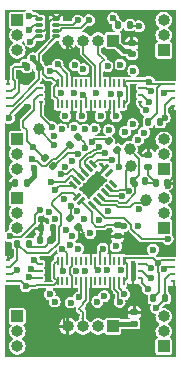
<source format=gbl>
G04 #@! TF.GenerationSoftware,KiCad,Pcbnew,8.0.7-8.0.7-0~ubuntu24.04.1*
G04 #@! TF.CreationDate,2024-12-29T20:55:18-07:00*
G04 #@! TF.ProjectId,ESP32-S3 Hub,45535033-322d-4533-9320-4875622e6b69,V1*
G04 #@! TF.SameCoordinates,Original*
G04 #@! TF.FileFunction,Copper,L6,Bot*
G04 #@! TF.FilePolarity,Positive*
%FSLAX46Y46*%
G04 Gerber Fmt 4.6, Leading zero omitted, Abs format (unit mm)*
G04 Created by KiCad (PCBNEW 8.0.7-8.0.7-0~ubuntu24.04.1) date 2024-12-29 20:55:18*
%MOMM*%
%LPD*%
G01*
G04 APERTURE LIST*
G04 Aperture macros list*
%AMRoundRect*
0 Rectangle with rounded corners*
0 $1 Rounding radius*
0 $2 $3 $4 $5 $6 $7 $8 $9 X,Y pos of 4 corners*
0 Add a 4 corners polygon primitive as box body*
4,1,4,$2,$3,$4,$5,$6,$7,$8,$9,$2,$3,0*
0 Add four circle primitives for the rounded corners*
1,1,$1+$1,$2,$3*
1,1,$1+$1,$4,$5*
1,1,$1+$1,$6,$7*
1,1,$1+$1,$8,$9*
0 Add four rect primitives between the rounded corners*
20,1,$1+$1,$2,$3,$4,$5,0*
20,1,$1+$1,$4,$5,$6,$7,0*
20,1,$1+$1,$6,$7,$8,$9,0*
20,1,$1+$1,$8,$9,$2,$3,0*%
%AMRotRect*
0 Rectangle, with rotation*
0 The origin of the aperture is its center*
0 $1 length*
0 $2 width*
0 $3 Rotation angle, in degrees counterclockwise*
0 Add horizontal line*
21,1,$1,$2,0,0,$3*%
G04 Aperture macros list end*
G04 #@! TA.AperFunction,ComponentPad*
%ADD10R,1.000000X1.000000*%
G04 #@! TD*
G04 #@! TA.AperFunction,ComponentPad*
%ADD11O,1.000000X1.000000*%
G04 #@! TD*
G04 #@! TA.AperFunction,SMDPad,CuDef*
%ADD12RoundRect,0.135000X-0.226274X-0.035355X-0.035355X-0.226274X0.226274X0.035355X0.035355X0.226274X0*%
G04 #@! TD*
G04 #@! TA.AperFunction,SMDPad,CuDef*
%ADD13RoundRect,0.135000X-0.135000X-0.185000X0.135000X-0.185000X0.135000X0.185000X-0.135000X0.185000X0*%
G04 #@! TD*
G04 #@! TA.AperFunction,SMDPad,CuDef*
%ADD14RoundRect,0.140000X0.170000X-0.140000X0.170000X0.140000X-0.170000X0.140000X-0.170000X-0.140000X0*%
G04 #@! TD*
G04 #@! TA.AperFunction,SMDPad,CuDef*
%ADD15RoundRect,0.062500X-0.291682X-0.203293X-0.203293X-0.291682X0.291682X0.203293X0.203293X0.291682X0*%
G04 #@! TD*
G04 #@! TA.AperFunction,SMDPad,CuDef*
%ADD16RoundRect,0.062500X-0.291682X0.203293X0.203293X-0.291682X0.291682X-0.203293X-0.203293X0.291682X0*%
G04 #@! TD*
G04 #@! TA.AperFunction,HeatsinkPad*
%ADD17RotRect,1.000000X2.000000X315.000000*%
G04 #@! TD*
G04 #@! TA.AperFunction,SMDPad,CuDef*
%ADD18RoundRect,0.140000X-0.140000X-0.170000X0.140000X-0.170000X0.140000X0.170000X-0.140000X0.170000X0*%
G04 #@! TD*
G04 #@! TA.AperFunction,SMDPad,CuDef*
%ADD19RoundRect,0.140000X0.140000X0.170000X-0.140000X0.170000X-0.140000X-0.170000X0.140000X-0.170000X0*%
G04 #@! TD*
G04 #@! TA.AperFunction,SMDPad,CuDef*
%ADD20C,1.000000*%
G04 #@! TD*
G04 #@! TA.AperFunction,SMDPad,CuDef*
%ADD21R,0.230000X0.650000*%
G04 #@! TD*
G04 #@! TA.AperFunction,SMDPad,CuDef*
%ADD22R,0.450000X0.530000*%
G04 #@! TD*
G04 #@! TA.AperFunction,SMDPad,CuDef*
%ADD23RoundRect,0.135000X0.135000X0.185000X-0.135000X0.185000X-0.135000X-0.185000X0.135000X-0.185000X0*%
G04 #@! TD*
G04 #@! TA.AperFunction,SMDPad,CuDef*
%ADD24RoundRect,0.135000X-0.035355X0.226274X-0.226274X0.035355X0.035355X-0.226274X0.226274X-0.035355X0*%
G04 #@! TD*
G04 #@! TA.AperFunction,SMDPad,CuDef*
%ADD25R,0.440000X0.230000*%
G04 #@! TD*
G04 #@! TA.AperFunction,SMDPad,CuDef*
%ADD26R,0.340000X0.230000*%
G04 #@! TD*
G04 #@! TA.AperFunction,SMDPad,CuDef*
%ADD27RoundRect,0.140000X-0.170000X0.140000X-0.170000X-0.140000X0.170000X-0.140000X0.170000X0.140000X0*%
G04 #@! TD*
G04 #@! TA.AperFunction,SMDPad,CuDef*
%ADD28RoundRect,0.050000X-0.285000X-0.100000X0.285000X-0.100000X0.285000X0.100000X-0.285000X0.100000X0*%
G04 #@! TD*
G04 #@! TA.AperFunction,SMDPad,CuDef*
%ADD29RoundRect,0.135000X0.226274X0.035355X0.035355X0.226274X-0.226274X-0.035355X-0.035355X-0.226274X0*%
G04 #@! TD*
G04 #@! TA.AperFunction,ViaPad*
%ADD30C,0.600000*%
G04 #@! TD*
G04 #@! TA.AperFunction,Conductor*
%ADD31C,0.160000*%
G04 #@! TD*
G04 #@! TA.AperFunction,Conductor*
%ADD32C,0.400000*%
G04 #@! TD*
G04 APERTURE END LIST*
D10*
G04 #@! TO.P,J22,1,Pin_1*
G04 #@! TO.N,VDD*
X157290000Y-108900000D03*
D11*
G04 #@! TO.P,J22,2,Pin_2*
G04 #@! TO.N,RS485+*
X156020000Y-108900000D03*
G04 #@! TO.P,J22,3,Pin_3*
G04 #@! TO.N,RS485-*
X154750000Y-108900000D03*
G04 #@! TO.P,J22,4,Pin_4*
G04 #@! TO.N,GND*
X153480000Y-108900000D03*
G04 #@! TD*
D10*
G04 #@! TO.P,J10,1,Pin_1*
G04 #@! TO.N,4A*
X149200000Y-93025000D03*
D11*
G04 #@! TO.P,J10,2,Pin_2*
G04 #@! TO.N,4B*
X149200000Y-94295000D03*
G04 #@! TO.P,J10,3,Pin_3*
G04 #@! TO.N,4C*
X149200000Y-95565000D03*
G04 #@! TD*
D10*
G04 #@! TO.P,J6,1,Pin_1*
G04 #@! TO.N,2CSA-A*
X149200000Y-98025000D03*
D11*
G04 #@! TO.P,J6,2,Pin_2*
G04 #@! TO.N,2CSA-B*
X149200000Y-99295000D03*
G04 #@! TO.P,J6,3,Pin_3*
G04 #@! TO.N,unconnected-(J6-Pin_3-Pad3)*
X149200000Y-100565000D03*
G04 #@! TD*
D10*
G04 #@! TO.P,J2,1,Pin_1*
G04 #@! TO.N,1CSA-A*
X161600000Y-110600000D03*
D11*
G04 #@! TO.P,J2,2,Pin_2*
G04 #@! TO.N,1CSA-B*
X161600000Y-109330000D03*
G04 #@! TO.P,J2,3,Pin_3*
G04 #@! TO.N,unconnected-(J2-Pin_3-Pad3)*
X161600000Y-108060000D03*
G04 #@! TD*
D10*
G04 #@! TO.P,J1,1,Pin_1*
G04 #@! TO.N,1A*
X161600000Y-100540000D03*
D11*
G04 #@! TO.P,J1,2,Pin_2*
G04 #@! TO.N,1B*
X161600000Y-99270000D03*
G04 #@! TO.P,J1,3,Pin_3*
G04 #@! TO.N,1C*
X161600000Y-98000000D03*
G04 #@! TD*
D10*
G04 #@! TO.P,J7,1,Pin_1*
G04 #@! TO.N,3A*
X161600000Y-85525000D03*
D11*
G04 #@! TO.P,J7,2,Pin_2*
G04 #@! TO.N,3B*
X161600000Y-84255000D03*
G04 #@! TO.P,J7,3,Pin_3*
G04 #@! TO.N,3C*
X161600000Y-82985000D03*
G04 #@! TD*
D10*
G04 #@! TO.P,J12,1,Pin_1*
G04 #@! TO.N,4CSA-A*
X149200000Y-83000000D03*
D11*
G04 #@! TO.P,J12,2,Pin_2*
G04 #@! TO.N,4CSA-B*
X149200000Y-84270000D03*
G04 #@! TO.P,J12,3,Pin_3*
G04 #@! TO.N,unconnected-(J12-Pin_3-Pad3)*
X149200000Y-85540000D03*
G04 #@! TD*
D10*
G04 #@! TO.P,J21,1,Pin_1*
G04 #@! TO.N,VDD*
X157300000Y-84700000D03*
D11*
G04 #@! TO.P,J21,2,Pin_2*
G04 #@! TO.N,RS485+*
X156030000Y-84700000D03*
G04 #@! TO.P,J21,3,Pin_3*
G04 #@! TO.N,RS485-*
X154760000Y-84700000D03*
G04 #@! TO.P,J21,4,Pin_4*
G04 #@! TO.N,GND*
X153490000Y-84700000D03*
G04 #@! TD*
D10*
G04 #@! TO.P,J4,1,Pin_1*
G04 #@! TO.N,2A*
X149200000Y-108050000D03*
D11*
G04 #@! TO.P,J4,2,Pin_2*
G04 #@! TO.N,2B*
X149200000Y-109320000D03*
G04 #@! TO.P,J4,3,Pin_3*
G04 #@! TO.N,2C*
X149200000Y-110590000D03*
G04 #@! TD*
D10*
G04 #@! TO.P,J9,1,Pin_1*
G04 #@! TO.N,3CSA-A*
X161600000Y-95600000D03*
D11*
G04 #@! TO.P,J9,2,Pin_2*
G04 #@! TO.N,3CSA-B*
X161600000Y-94330000D03*
G04 #@! TO.P,J9,3,Pin_3*
G04 #@! TO.N,unconnected-(J9-Pin_3-Pad3)*
X161600000Y-93060000D03*
G04 #@! TD*
D12*
G04 #@! TO.P,R1,1*
G04 #@! TO.N,Net-(U1-GPIO3)*
X153639376Y-99739376D03*
G04 #@! TO.P,R1,2*
G04 #@! TO.N,GND*
X154360624Y-100460624D03*
G04 #@! TD*
D13*
G04 #@! TO.P,R10,1*
G04 #@! TO.N,LED*
X157690000Y-83400000D03*
G04 #@! TO.P,R10,2*
G04 #@! TO.N,Net-(D1-A)*
X158710000Y-83400000D03*
G04 #@! TD*
D14*
G04 #@! TO.P,C1,1*
G04 #@! TO.N,VDD*
X158900000Y-85880000D03*
G04 #@! TO.P,C1,2*
G04 #@! TO.N,GND*
X158900000Y-84920000D03*
G04 #@! TD*
D15*
G04 #@! TO.P,U2,1,QB*
G04 #@! TO.N,CS2*
X154229981Y-97916466D03*
D16*
G04 #@! TO.P,U2,2,QC*
G04 #@! TO.N,CS3*
X153876427Y-96944194D03*
G04 #@! TO.P,U2,3,QD*
G04 #@! TO.N,CS4*
X154229981Y-96590641D03*
G04 #@! TO.P,U2,4,QE*
G04 #@! TO.N,CS5*
X154583534Y-96237087D03*
G04 #@! TO.P,U2,5,QF*
G04 #@! TO.N,CS6*
X154937087Y-95883534D03*
G04 #@! TO.P,U2,6,QG*
G04 #@! TO.N,CS7*
X155290641Y-95529981D03*
G04 #@! TO.P,U2,7,QH*
G04 #@! TO.N,CS8*
X155644194Y-95176427D03*
D15*
G04 #@! TO.P,U2,8,GND*
G04 #@! TO.N,GND*
X156616466Y-95529981D03*
G04 #@! TO.P,U2,9,QH'*
G04 #@! TO.N,unconnected-(U2-QH'-Pad9)*
X156970019Y-95883534D03*
D16*
G04 #@! TO.P,U2,10,~{SRCLR}*
G04 #@! TO.N,unconnected-(U2-~{SRCLR}-Pad10)*
X157323573Y-96855806D03*
G04 #@! TO.P,U2,11,SRCLK*
G04 #@! TO.N,ShiftCLK*
X156970019Y-97209359D03*
G04 #@! TO.P,U2,12,RCLK*
G04 #@! TO.N,ShiftRegCLK*
X156616466Y-97562913D03*
G04 #@! TO.P,U2,13,~{OE}*
G04 #@! TO.N,ShiftEn*
X156262913Y-97916466D03*
G04 #@! TO.P,U2,14,SER*
G04 #@! TO.N,ShiftData*
X155909359Y-98270019D03*
G04 #@! TO.P,U2,15,QA*
G04 #@! TO.N,CS1*
X155555806Y-98623573D03*
D15*
G04 #@! TO.P,U2,16,VCC*
G04 #@! TO.N,VDD*
X154583534Y-98270019D03*
D17*
G04 #@! TO.P,U2,17,GND*
G04 #@! TO.N,GND*
X155600000Y-96900000D03*
G04 #@! TD*
D18*
G04 #@! TO.P,C9,1*
G04 #@! TO.N,GND*
X149020000Y-96800000D03*
G04 #@! TO.P,C9,2*
G04 #@! TO.N,VDD*
X149980000Y-96800000D03*
G04 #@! TD*
D19*
G04 #@! TO.P,C2,1*
G04 #@! TO.N,VDD*
X152180000Y-100600000D03*
G04 #@! TO.P,C2,2*
G04 #@! TO.N,GND*
X151220000Y-100600000D03*
G04 #@! TD*
D12*
G04 #@! TO.P,R3,1*
G04 #@! TO.N,Net-(U1-MTCK)*
X156939376Y-93239376D03*
G04 #@! TO.P,R3,2*
G04 #@! TO.N,SCK1*
X157660624Y-93960624D03*
G04 #@! TD*
D20*
G04 #@! TO.P,TP4,1,1*
G04 #@! TO.N,Net-(U1-GPIO46)*
X151000000Y-92200000D03*
G04 #@! TD*
D21*
G04 #@! TO.P,J14,1,Pin_1*
G04 #@! TO.N,VDD*
X158210000Y-105080000D03*
G04 #@! TO.P,J14,2,Pin_2*
X158210000Y-103330000D03*
G04 #@! TO.P,J14,3,Pin_3*
G04 #@! TO.N,SDA1*
X157810000Y-105080000D03*
G04 #@! TO.P,J14,4,Pin_4*
G04 #@! TO.N,unconnected-(J14-Pin_4-Pad4)*
X157810000Y-103330000D03*
G04 #@! TO.P,J14,5,Pin_5*
G04 #@! TO.N,SCL1*
X157410000Y-105080000D03*
G04 #@! TO.P,J14,6,Pin_6*
G04 #@! TO.N,unconnected-(J14-Pin_6-Pad6)*
X157410000Y-103330000D03*
G04 #@! TO.P,J14,7,Pin_7*
G04 #@! TO.N,GND*
X157010000Y-105080000D03*
G04 #@! TO.P,J14,8,Pin_8*
X157010000Y-103330000D03*
G04 #@! TO.P,J14,9,Pin_9*
G04 #@! TO.N,unconnected-(J14-Pin_9-Pad9)*
X156610000Y-105080000D03*
G04 #@! TO.P,J14,10,Pin_10*
G04 #@! TO.N,unconnected-(J14-Pin_10-Pad10)*
X156610000Y-103330000D03*
G04 #@! TO.P,J14,11,Pin_11*
G04 #@! TO.N,unconnected-(J14-Pin_11-Pad11)*
X156210000Y-105080000D03*
G04 #@! TO.P,J14,12,Pin_12*
G04 #@! TO.N,RS485+*
X156210000Y-103330000D03*
G04 #@! TO.P,J14,13,Pin_13*
G04 #@! TO.N,unconnected-(J14-Pin_13-Pad13)*
X155810000Y-105080000D03*
G04 #@! TO.P,J14,14,Pin_14*
G04 #@! TO.N,RS485-*
X155810000Y-103330000D03*
G04 #@! TO.P,J14,15,Pin_15*
G04 #@! TO.N,GND*
X155410000Y-105080000D03*
G04 #@! TO.P,J14,16,Pin_16*
X155410000Y-103330000D03*
G04 #@! TO.P,J14,17,Pin_17*
G04 #@! TO.N,RS485-*
X155010000Y-105080000D03*
G04 #@! TO.P,J14,18,Pin_18*
G04 #@! TO.N,unconnected-(J14-Pin_18-Pad18)*
X155010000Y-103330000D03*
G04 #@! TO.P,J14,19,Pin_19*
G04 #@! TO.N,RS485+*
X154610000Y-105080000D03*
G04 #@! TO.P,J14,20,Pin_20*
G04 #@! TO.N,unconnected-(J14-Pin_20-Pad20)*
X154610000Y-103330000D03*
G04 #@! TO.P,J14,21,Pin_21*
G04 #@! TO.N,unconnected-(J14-Pin_21-Pad21)*
X154210000Y-105080000D03*
G04 #@! TO.P,J14,22,Pin_22*
G04 #@! TO.N,unconnected-(J14-Pin_22-Pad22)*
X154210000Y-103330000D03*
G04 #@! TO.P,J14,23,Pin_23*
G04 #@! TO.N,GND*
X153810000Y-105080000D03*
G04 #@! TO.P,J14,24,Pin_24*
X153810000Y-103330000D03*
G04 #@! TO.P,J14,25,Pin_25*
G04 #@! TO.N,unconnected-(J14-Pin_25-Pad25)*
X153410000Y-105080000D03*
G04 #@! TO.P,J14,26,Pin_26*
G04 #@! TO.N,SCL1*
X153410000Y-103330000D03*
G04 #@! TO.P,J14,27,Pin_27*
G04 #@! TO.N,unconnected-(J14-Pin_27-Pad27)*
X153010000Y-105080000D03*
G04 #@! TO.P,J14,28,Pin_28*
G04 #@! TO.N,SDA1*
X153010000Y-103330000D03*
G04 #@! TO.P,J14,29,Pin_29*
G04 #@! TO.N,VDD*
X152610000Y-105080000D03*
G04 #@! TO.P,J14,30,Pin_30*
X152610000Y-103330000D03*
D22*
G04 #@! TO.P,J14,MP,MountPin*
G04 #@! TO.N,GND*
X159010000Y-104770000D03*
X159010000Y-103640000D03*
X151810000Y-104770000D03*
X151810000Y-103640000D03*
G04 #@! TD*
D14*
G04 #@! TO.P,C7,1*
G04 #@! TO.N,VDD*
X160300000Y-95380000D03*
G04 #@! TO.P,C7,2*
G04 #@! TO.N,GND*
X160300000Y-94420000D03*
G04 #@! TD*
D23*
G04 #@! TO.P,R20,1*
G04 #@! TO.N,VDD*
X151010000Y-86900000D03*
G04 #@! TO.P,R20,2*
G04 #@! TO.N,CS4*
X149990000Y-86900000D03*
G04 #@! TD*
D24*
G04 #@! TO.P,R4,1*
G04 #@! TO.N,Net-(U1-MTDO)*
X154360624Y-92839376D03*
G04 #@! TO.P,R4,2*
G04 #@! TO.N,MOSI1*
X153639376Y-93560624D03*
G04 #@! TD*
D20*
G04 #@! TO.P,TP14,1,1*
G04 #@! TO.N,ShiftData*
X160100000Y-98200000D03*
G04 #@! TD*
D25*
G04 #@! TO.P,J11,1,Pin_1*
G04 #@! TO.N,VDD*
X148410000Y-90200000D03*
D26*
G04 #@! TO.P,J11,2,Pin_2*
G04 #@! TO.N,SCK1*
X151170000Y-89900000D03*
D25*
G04 #@! TO.P,J11,3,Pin_3*
G04 #@! TO.N,GND*
X148410000Y-89600000D03*
D26*
G04 #@! TO.P,J11,4,Pin_4*
G04 #@! TO.N,MISO1*
X151170000Y-89300000D03*
D25*
G04 #@! TO.P,J11,5,Pin_5*
G04 #@! TO.N,CS4*
X148410000Y-89000000D03*
D26*
G04 #@! TO.P,J11,6,Pin_6*
G04 #@! TO.N,MOSI1*
X151170000Y-88700000D03*
D25*
G04 #@! TO.P,J11,7,Pin_7*
G04 #@! TO.N,GND*
X148410000Y-88400000D03*
G04 #@! TD*
D27*
G04 #@! TO.P,C8,1*
G04 #@! TO.N,VDD*
X157700000Y-100320000D03*
G04 #@! TO.P,C8,2*
G04 #@! TO.N,GND*
X157700000Y-101280000D03*
G04 #@! TD*
D21*
G04 #@! TO.P,J17,1,Pin_1*
G04 #@! TO.N,VDD*
X158210000Y-90080000D03*
G04 #@! TO.P,J17,2,Pin_2*
X158210000Y-88330000D03*
G04 #@! TO.P,J17,3,Pin_3*
G04 #@! TO.N,SDA1*
X157810000Y-90080000D03*
G04 #@! TO.P,J17,4,Pin_4*
G04 #@! TO.N,unconnected-(J17-Pin_4-Pad4)*
X157810000Y-88330000D03*
G04 #@! TO.P,J17,5,Pin_5*
G04 #@! TO.N,SCL1*
X157410000Y-90080000D03*
G04 #@! TO.P,J17,6,Pin_6*
G04 #@! TO.N,unconnected-(J17-Pin_6-Pad6)*
X157410000Y-88330000D03*
G04 #@! TO.P,J17,7,Pin_7*
G04 #@! TO.N,GND*
X157010000Y-90080000D03*
G04 #@! TO.P,J17,8,Pin_8*
X157010000Y-88330000D03*
G04 #@! TO.P,J17,9,Pin_9*
G04 #@! TO.N,unconnected-(J17-Pin_9-Pad9)*
X156610000Y-90080000D03*
G04 #@! TO.P,J17,10,Pin_10*
G04 #@! TO.N,unconnected-(J17-Pin_10-Pad10)*
X156610000Y-88330000D03*
G04 #@! TO.P,J17,11,Pin_11*
G04 #@! TO.N,unconnected-(J17-Pin_11-Pad11)*
X156210000Y-90080000D03*
G04 #@! TO.P,J17,12,Pin_12*
G04 #@! TO.N,RS485+*
X156210000Y-88330000D03*
G04 #@! TO.P,J17,13,Pin_13*
G04 #@! TO.N,unconnected-(J17-Pin_13-Pad13)*
X155810000Y-90080000D03*
G04 #@! TO.P,J17,14,Pin_14*
G04 #@! TO.N,RS485-*
X155810000Y-88330000D03*
G04 #@! TO.P,J17,15,Pin_15*
G04 #@! TO.N,GND*
X155410000Y-90080000D03*
G04 #@! TO.P,J17,16,Pin_16*
X155410000Y-88330000D03*
G04 #@! TO.P,J17,17,Pin_17*
G04 #@! TO.N,RS485-*
X155010000Y-90080000D03*
G04 #@! TO.P,J17,18,Pin_18*
G04 #@! TO.N,unconnected-(J17-Pin_18-Pad18)*
X155010000Y-88330000D03*
G04 #@! TO.P,J17,19,Pin_19*
G04 #@! TO.N,RS485+*
X154610000Y-90080000D03*
G04 #@! TO.P,J17,20,Pin_20*
G04 #@! TO.N,unconnected-(J17-Pin_20-Pad20)*
X154610000Y-88330000D03*
G04 #@! TO.P,J17,21,Pin_21*
G04 #@! TO.N,unconnected-(J17-Pin_21-Pad21)*
X154210000Y-90080000D03*
G04 #@! TO.P,J17,22,Pin_22*
G04 #@! TO.N,unconnected-(J17-Pin_22-Pad22)*
X154210000Y-88330000D03*
G04 #@! TO.P,J17,23,Pin_23*
G04 #@! TO.N,GND*
X153810000Y-90080000D03*
G04 #@! TO.P,J17,24,Pin_24*
X153810000Y-88330000D03*
G04 #@! TO.P,J17,25,Pin_25*
G04 #@! TO.N,unconnected-(J17-Pin_25-Pad25)*
X153410000Y-90080000D03*
G04 #@! TO.P,J17,26,Pin_26*
G04 #@! TO.N,SCL1*
X153410000Y-88330000D03*
G04 #@! TO.P,J17,27,Pin_27*
G04 #@! TO.N,unconnected-(J17-Pin_27-Pad27)*
X153010000Y-90080000D03*
G04 #@! TO.P,J17,28,Pin_28*
G04 #@! TO.N,SDA1*
X153010000Y-88330000D03*
G04 #@! TO.P,J17,29,Pin_29*
G04 #@! TO.N,VDD*
X152610000Y-90080000D03*
G04 #@! TO.P,J17,30,Pin_30*
X152610000Y-88330000D03*
D22*
G04 #@! TO.P,J17,MP,MountPin*
G04 #@! TO.N,GND*
X159010000Y-89770000D03*
X159010000Y-88640000D03*
X151810000Y-89770000D03*
X151810000Y-88640000D03*
G04 #@! TD*
D20*
G04 #@! TO.P,TP1,1,1*
G04 #@! TO.N,ShiftEn*
X158700000Y-93900000D03*
G04 #@! TD*
D13*
G04 #@! TO.P,R19,1*
G04 #@! TO.N,VDD*
X160290000Y-91600000D03*
G04 #@! TO.P,R19,2*
G04 #@! TO.N,CS3*
X161310000Y-91600000D03*
G04 #@! TD*
D25*
G04 #@! TO.P,J8,1,Pin_1*
G04 #@! TO.N,VDD*
X162390000Y-88400000D03*
D26*
G04 #@! TO.P,J8,2,Pin_2*
G04 #@! TO.N,SCK1*
X159630000Y-88700000D03*
D25*
G04 #@! TO.P,J8,3,Pin_3*
G04 #@! TO.N,GND*
X162390000Y-89000000D03*
D26*
G04 #@! TO.P,J8,4,Pin_4*
G04 #@! TO.N,MISO1*
X159630000Y-89300000D03*
D25*
G04 #@! TO.P,J8,5,Pin_5*
G04 #@! TO.N,CS3*
X162390000Y-89600000D03*
D26*
G04 #@! TO.P,J8,6,Pin_6*
G04 #@! TO.N,MOSI1*
X159630000Y-89900000D03*
D25*
G04 #@! TO.P,J8,7,Pin_7*
G04 #@! TO.N,GND*
X162390000Y-90200000D03*
G04 #@! TD*
D20*
G04 #@! TO.P,TP12,1,1*
G04 #@! TO.N,ShiftCLK*
X158800000Y-95300000D03*
G04 #@! TD*
D14*
G04 #@! TO.P,C14,1*
G04 #@! TO.N,VDD*
X159100000Y-108680000D03*
G04 #@! TO.P,C14,2*
G04 #@! TO.N,GND*
X159100000Y-107720000D03*
G04 #@! TD*
D13*
G04 #@! TO.P,R11,1*
G04 #@! TO.N,ShiftEn*
X158990000Y-96600000D03*
G04 #@! TO.P,R11,2*
G04 #@! TO.N,VDD*
X160010000Y-96600000D03*
G04 #@! TD*
D28*
G04 #@! TO.P,U3,1,RO*
G04 #@! TO.N,UART0_RX*
X151010000Y-84350000D03*
G04 #@! TO.P,U3,2,~{RE}*
G04 #@! TO.N,GND*
X151010000Y-83850000D03*
G04 #@! TO.P,U3,3,DE*
G04 #@! TO.N,UART0-RTS{slash}CS0*
X151010000Y-83350000D03*
G04 #@! TO.P,U3,4,DI*
G04 #@! TO.N,UART0_TX*
X151010000Y-82850000D03*
G04 #@! TO.P,U3,5,GND*
G04 #@! TO.N,GND*
X152490000Y-82850000D03*
G04 #@! TO.P,U3,6,A*
G04 #@! TO.N,RS485-*
X152490000Y-83350000D03*
G04 #@! TO.P,U3,7,B*
G04 #@! TO.N,RS485+*
X152490000Y-83850000D03*
G04 #@! TO.P,U3,8,VCC*
G04 #@! TO.N,VDD*
X152490000Y-84350000D03*
G04 #@! TD*
D23*
G04 #@! TO.P,R18,1*
G04 #@! TO.N,VDD*
X150210000Y-101900000D03*
G04 #@! TO.P,R18,2*
G04 #@! TO.N,CS2*
X149190000Y-101900000D03*
G04 #@! TD*
D25*
G04 #@! TO.P,J5,1,Pin_1*
G04 #@! TO.N,VDD*
X148410000Y-105100000D03*
D26*
G04 #@! TO.P,J5,2,Pin_2*
G04 #@! TO.N,SCK1*
X151170000Y-104800000D03*
D25*
G04 #@! TO.P,J5,3,Pin_3*
G04 #@! TO.N,GND*
X148410000Y-104500000D03*
D26*
G04 #@! TO.P,J5,4,Pin_4*
G04 #@! TO.N,MISO1*
X151170000Y-104200000D03*
D25*
G04 #@! TO.P,J5,5,Pin_5*
G04 #@! TO.N,CS2*
X148410000Y-103900000D03*
D26*
G04 #@! TO.P,J5,6,Pin_6*
G04 #@! TO.N,MOSI1*
X151170000Y-103600000D03*
D25*
G04 #@! TO.P,J5,7,Pin_7*
G04 #@! TO.N,GND*
X148410000Y-103300000D03*
G04 #@! TD*
D18*
G04 #@! TO.P,C5,1*
G04 #@! TO.N,VDD*
X160920000Y-96800000D03*
G04 #@! TO.P,C5,2*
G04 #@! TO.N,GND*
X161880000Y-96800000D03*
G04 #@! TD*
D13*
G04 #@! TO.P,R2,1*
G04 #@! TO.N,VDD*
X160700000Y-106500000D03*
G04 #@! TO.P,R2,2*
G04 #@! TO.N,CS1*
X161720000Y-106500000D03*
G04 #@! TD*
D19*
G04 #@! TO.P,C3,1*
G04 #@! TO.N,VDD*
X152080000Y-101600000D03*
G04 #@! TO.P,C3,2*
G04 #@! TO.N,GND*
X151120000Y-101600000D03*
G04 #@! TD*
D25*
G04 #@! TO.P,J3,1,Pin_1*
G04 #@! TO.N,VDD*
X162390000Y-103300000D03*
D26*
G04 #@! TO.P,J3,2,Pin_2*
G04 #@! TO.N,SCK1*
X159630000Y-103600000D03*
D25*
G04 #@! TO.P,J3,3,Pin_3*
G04 #@! TO.N,GND*
X162390000Y-103900000D03*
D26*
G04 #@! TO.P,J3,4,Pin_4*
G04 #@! TO.N,MISO1*
X159630000Y-104200000D03*
D25*
G04 #@! TO.P,J3,5,Pin_5*
G04 #@! TO.N,CS1*
X162390000Y-104500000D03*
D26*
G04 #@! TO.P,J3,6,Pin_6*
G04 #@! TO.N,MOSI1*
X159630000Y-104800000D03*
D25*
G04 #@! TO.P,J3,7,Pin_7*
G04 #@! TO.N,GND*
X162390000Y-105100000D03*
G04 #@! TD*
D29*
G04 #@! TO.P,R5,1*
G04 #@! TO.N,Net-(U1-MTDI)*
X152260624Y-95360624D03*
G04 #@! TO.P,R5,2*
G04 #@! TO.N,MISO1*
X151539376Y-94639376D03*
G04 #@! TD*
D30*
G04 #@! TO.N,VDD*
X149900000Y-105496998D03*
X160299998Y-95399999D03*
X160344276Y-88186986D03*
X161108450Y-103516808D03*
X152009999Y-101712599D03*
X154034410Y-92092401D03*
X150544998Y-86200000D03*
X150600000Y-95500000D03*
X158203727Y-100415442D03*
G04 #@! TO.N,GND*
X148480000Y-97000000D03*
X160200000Y-110100000D03*
X160300000Y-83500000D03*
X161640000Y-89100000D03*
X159040000Y-102571126D03*
X161922884Y-97040000D03*
X156073223Y-96073223D03*
X155246598Y-97642310D03*
X159000000Y-111100000D03*
X148480000Y-102331717D03*
X151793613Y-90212371D03*
X160200000Y-111100000D03*
X154800000Y-82380000D03*
X158100000Y-82500000D03*
X161922884Y-92155925D03*
X154982015Y-101859847D03*
X150500000Y-110900000D03*
X157800000Y-111100000D03*
X156600000Y-82500000D03*
X149136282Y-104132393D03*
X162320000Y-107300000D03*
X150000000Y-90350000D03*
X152000000Y-111100000D03*
X159800000Y-86730000D03*
X160000000Y-84900000D03*
X151294670Y-99790000D03*
X150500000Y-109700000D03*
X161640000Y-104060001D03*
X159900000Y-82500000D03*
X149379999Y-87718132D03*
G04 #@! TO.N,NRST*
X151141953Y-99041485D03*
X148549578Y-101276085D03*
G04 #@! TO.N,Net-(D1-A)*
X159500000Y-83500000D03*
G04 #@! TO.N,1CSA-B*
X155387269Y-101002147D03*
G04 #@! TO.N,1CSA-A*
X153689712Y-101979452D03*
G04 #@! TO.N,MISO1*
X150536964Y-93719477D03*
X156557167Y-106336230D03*
X154200000Y-104200000D03*
X157119997Y-89254998D03*
X154070000Y-86800000D03*
X150328227Y-104010458D03*
X160359999Y-89884892D03*
X160500000Y-104800000D03*
G04 #@! TO.N,CS1*
X160954233Y-107349656D03*
X161922884Y-101500002D03*
G04 #@! TO.N,MOSI1*
X148480000Y-91262446D03*
X160246471Y-105716468D03*
X160107496Y-90601738D03*
X150468035Y-94714566D03*
X154372324Y-102313585D03*
X150643337Y-103318859D03*
X156244493Y-91108358D03*
X155979163Y-106829699D03*
X154803658Y-87118982D03*
G04 #@! TO.N,SCK1*
X160505908Y-103980000D03*
X155900000Y-89130000D03*
X157774437Y-95425778D03*
X150216282Y-104762171D03*
X152116372Y-92033553D03*
X160500000Y-89000000D03*
X154959538Y-104226564D03*
G04 #@! TO.N,2C*
X159400000Y-100415443D03*
G04 #@! TO.N,2B*
X156863746Y-99160000D03*
G04 #@! TO.N,2A*
X156088197Y-99911803D03*
G04 #@! TO.N,2CSA-B*
X153840274Y-101234516D03*
G04 #@! TO.N,2CSA-A*
X153300000Y-100700000D03*
G04 #@! TO.N,3B*
X159525479Y-98975121D03*
G04 #@! TO.N,CS3*
X152419849Y-97353221D03*
X161682834Y-91218760D03*
G04 #@! TO.N,3CSA-B*
X154292448Y-99156098D03*
G04 #@! TO.N,3CSA-A*
X154829829Y-99770174D03*
G04 #@! TO.N,4A*
X159400000Y-93108533D03*
G04 #@! TO.N,4C*
X159940000Y-92500000D03*
G04 #@! TO.N,4B*
X158960432Y-91765946D03*
G04 #@! TO.N,CS4*
X149869701Y-86752904D03*
X152033203Y-96698923D03*
G04 #@! TO.N,4CSA-B*
X152354046Y-99830446D03*
G04 #@! TO.N,4CSA-A*
X151875582Y-99239962D03*
G04 #@! TO.N,CS8*
X157218989Y-94826615D03*
X157925500Y-86731121D03*
X153265598Y-91105180D03*
G04 #@! TO.N,Free1*
X156756039Y-104166085D03*
X153735770Y-106882760D03*
X158300000Y-92440000D03*
G04 #@! TO.N,SCL1*
X153005358Y-102309998D03*
X152614449Y-86721799D03*
X157540000Y-91106549D03*
X154900000Y-92223542D03*
X157856927Y-106819918D03*
G04 #@! TO.N,CS7*
X152895924Y-89125249D03*
X159029929Y-87270000D03*
X156652392Y-94260000D03*
G04 #@! TO.N,SDA1*
X158250897Y-106170002D03*
X153036657Y-104200000D03*
X151984998Y-87270000D03*
X155757649Y-92176593D03*
X157920000Y-89254998D03*
G04 #@! TO.N,CS5*
X152896560Y-96034926D03*
X157540000Y-102131895D03*
X151932355Y-106170000D03*
G04 #@! TO.N,CS6*
X152365531Y-106794470D03*
X156102321Y-93720000D03*
X157960000Y-104115002D03*
G04 #@! TO.N,Net-(U1-GPIO3)*
X153711171Y-98666485D03*
G04 #@! TO.N,Net-(U1-MTCK)*
X155497422Y-93259890D03*
G04 #@! TO.N,Net-(U1-MTDO)*
X154931835Y-93767545D03*
G04 #@! TO.N,Net-(U1-MTDI)*
X154359934Y-94288522D03*
G04 #@! TO.N,LED*
X153280421Y-95374671D03*
X157300000Y-82800000D03*
G04 #@! TO.N,RS485-*
X155998194Y-104108892D03*
X154731368Y-89295045D03*
X154300000Y-83000000D03*
G04 #@! TO.N,RS485+*
X154635916Y-91103542D03*
X155263382Y-82982396D03*
X156451832Y-102311196D03*
X154438870Y-106433922D03*
G04 #@! TO.N,BOOT*
X160700000Y-102400000D03*
X153181159Y-98121796D03*
G04 #@! TO.N,ShiftCLK*
X158645660Y-97427606D03*
G04 #@! TO.N,ShiftData*
X160058061Y-98432941D03*
G04 #@! TO.N,UART0-RTS{slash}CS0*
X150200000Y-83785235D03*
X152954410Y-92187537D03*
G04 #@! TO.N,Net-(U1-GPIO46)*
X152343963Y-93518681D03*
G04 #@! TO.N,ShiftRegCLK*
X158048399Y-97897588D03*
G04 #@! TO.N,ShiftEn*
X159186859Y-96887054D03*
G04 #@! TO.N,UART0_TX*
X150200000Y-82600000D03*
X153856792Y-94860000D03*
G04 #@! TO.N,UART0_RX*
X150300000Y-84800000D03*
X152343963Y-92758678D03*
G04 #@! TO.N,Free2*
X156958254Y-92272623D03*
X153983239Y-89161229D03*
X156845500Y-86878802D03*
G04 #@! TD*
D31*
G04 #@! TO.N,VDD*
X161108450Y-103516808D02*
X160702768Y-103111126D01*
X152315000Y-104785000D02*
X152610000Y-105080000D01*
X150210000Y-101900000D02*
X150460000Y-102150000D01*
X151010000Y-85830000D02*
X151010000Y-86900000D01*
D32*
X158900000Y-85880000D02*
X158935381Y-85844619D01*
D31*
X158428874Y-103111126D02*
X158210000Y-103330000D01*
D32*
X157300000Y-84700000D02*
X158200000Y-85600000D01*
X157510000Y-108680000D02*
X159100000Y-108680000D01*
D31*
X152315000Y-89393844D02*
X152315000Y-88625000D01*
X155500000Y-100087282D02*
X155500000Y-99186485D01*
X151744754Y-87850000D02*
X152130000Y-87850000D01*
X161400000Y-88400000D02*
X162390000Y-88400000D01*
X160239411Y-96119411D02*
X160920000Y-96800000D01*
X148800000Y-90200000D02*
X148480000Y-90200000D01*
X151572598Y-102150000D02*
X152009999Y-101712599D01*
X150825000Y-105400000D02*
X152290000Y-105400000D01*
D32*
X152009999Y-101712599D02*
X152180000Y-101542598D01*
D31*
X159005000Y-108775000D02*
X159100000Y-108680000D01*
X161108450Y-103516808D02*
X161325258Y-103300000D01*
X152610000Y-90080000D02*
X152610000Y-89688844D01*
X150544998Y-86200000D02*
X151404998Y-87060000D01*
X161170455Y-106029545D02*
X160700000Y-106500000D01*
X161100000Y-104283677D02*
X161170455Y-104354132D01*
X160557290Y-88400000D02*
X161400000Y-88400000D01*
X160702768Y-103111126D02*
X158428874Y-103111126D01*
X151010000Y-86734998D02*
X151010000Y-87990000D01*
X158210000Y-90080000D02*
X158500000Y-89790000D01*
X161170455Y-104354132D02*
X161170455Y-106029545D01*
X160920000Y-96800000D02*
X160210000Y-96800000D01*
X158500000Y-103620000D02*
X158500000Y-104790000D01*
X157700000Y-100320000D02*
X156679475Y-100320000D01*
X152490000Y-84350000D02*
X151010000Y-85830000D01*
D32*
X160299998Y-95399999D02*
X160278823Y-95399999D01*
D31*
X151010000Y-87990000D02*
X148800000Y-90200000D01*
X150510000Y-86400000D02*
X151010000Y-86900000D01*
X160344276Y-88186986D02*
X160557290Y-88400000D01*
D32*
X158620000Y-85600000D02*
X158900000Y-85880000D01*
D31*
X161040000Y-90850000D02*
X161040000Y-88760000D01*
X161040000Y-88760000D02*
X161400000Y-88400000D01*
X158445000Y-88095000D02*
X158210000Y-88330000D01*
X160252290Y-88095000D02*
X158445000Y-88095000D01*
X156547672Y-100451803D02*
X155864521Y-100451803D01*
D32*
X158200000Y-85600000D02*
X158620000Y-85600000D01*
X157290000Y-108900000D02*
X157510000Y-108680000D01*
D31*
X158500000Y-89790000D02*
X158500000Y-88620000D01*
X160290000Y-91600000D02*
X161040000Y-90850000D01*
X149900000Y-105496998D02*
X150728002Y-105496998D01*
X160344276Y-88186986D02*
X160252290Y-88095000D01*
X150544998Y-86200000D02*
X150510000Y-86234998D01*
X150460000Y-102150000D02*
X151572598Y-102150000D01*
X161108450Y-103516808D02*
X161108450Y-103827875D01*
X152290000Y-105400000D02*
X152610000Y-105080000D01*
X158900000Y-85880000D02*
X158780000Y-85880000D01*
X160210000Y-96800000D02*
X160010000Y-96600000D01*
X151404998Y-87060000D02*
X151404998Y-87510244D01*
X156679475Y-100320000D02*
X156547672Y-100451803D01*
X150510000Y-86234998D02*
X151010000Y-86734998D01*
X160239411Y-95439411D02*
X160239411Y-96119411D01*
X152315000Y-88625000D02*
X152610000Y-88330000D01*
X152610000Y-89688844D02*
X152315000Y-89393844D01*
X152315000Y-103625000D02*
X152315000Y-104785000D01*
X150728002Y-105496998D02*
X150825000Y-105400000D01*
X152130000Y-87850000D02*
X152610000Y-88330000D01*
D32*
X152180000Y-101542598D02*
X152180000Y-100600000D01*
D31*
X150510000Y-86234998D02*
X150510000Y-86400000D01*
X152610000Y-103330000D02*
X152315000Y-103625000D01*
X149900000Y-105496998D02*
X149503002Y-105100000D01*
X149503002Y-105100000D02*
X148410000Y-105100000D01*
D32*
X150600000Y-96180000D02*
X149980000Y-96800000D01*
D31*
X155864521Y-100451803D02*
X155500000Y-100087282D01*
X158210000Y-103330000D02*
X158500000Y-103620000D01*
D32*
X150600000Y-95500000D02*
X150600000Y-96180000D01*
D31*
X161100000Y-103836325D02*
X161100000Y-104283677D01*
X151404998Y-87510244D02*
X151744754Y-87850000D01*
X161325258Y-103300000D02*
X162490000Y-103300000D01*
D32*
X160278823Y-95399999D02*
X160239411Y-95439411D01*
D31*
X161108450Y-103827875D02*
X161100000Y-103836325D01*
X155500000Y-99186485D02*
X154583534Y-98270019D01*
X158500000Y-104790000D02*
X158210000Y-105080000D01*
X158500000Y-88620000D02*
X158210000Y-88330000D01*
G04 #@! TO.N,GND*
X153725000Y-105765883D02*
X153725000Y-105865883D01*
X151793613Y-90396871D02*
X153041922Y-91645180D01*
X155400000Y-91100000D02*
X155988358Y-91688358D01*
X155370000Y-106130000D02*
X155370000Y-107040780D01*
X156073224Y-96073223D02*
X156073223Y-96073223D01*
X156616466Y-95529981D02*
X156073224Y-96073223D01*
X154982015Y-101859847D02*
X155410000Y-102287832D01*
X156800000Y-101280000D02*
X157700000Y-101280000D01*
X153903621Y-91200000D02*
X153951811Y-91248189D01*
X161922884Y-97040000D02*
X161922884Y-96837116D01*
X153951811Y-91248189D02*
X154387163Y-91683542D01*
X153810000Y-104630244D02*
X153620000Y-104440244D01*
X151220000Y-101500000D02*
X151120000Y-101600000D01*
X159980000Y-84920000D02*
X160000000Y-84900000D01*
X151220000Y-100600000D02*
X151220000Y-101500000D01*
X156484737Y-91688358D02*
X157000000Y-91173095D01*
X153810000Y-88330000D02*
X153810000Y-87360244D01*
X153554820Y-91645180D02*
X153951811Y-91248189D01*
X156700000Y-107420000D02*
X158077089Y-107420000D01*
X153810000Y-90889756D02*
X153900000Y-90979756D01*
X157010000Y-90505000D02*
X157010000Y-90080000D01*
D32*
X151810000Y-104770000D02*
X151810000Y-103640000D01*
D31*
X155410000Y-86905080D02*
X153490000Y-84985080D01*
X153810000Y-90080000D02*
X153810000Y-90889756D01*
X157000000Y-91387733D02*
X157339756Y-91727489D01*
X156073223Y-96073224D02*
X156073223Y-96073223D01*
X161922884Y-92155925D02*
X162390000Y-91688809D01*
X153900000Y-90979756D02*
X153900000Y-91200000D01*
X156780000Y-107420000D02*
X157200000Y-107000000D01*
X153810000Y-105080000D02*
X153810000Y-105680883D01*
X157000000Y-91100000D02*
X157000000Y-90515000D01*
X155370000Y-107040780D02*
X155749220Y-107420000D01*
X157200000Y-106031665D02*
X157010000Y-105841665D01*
X153490000Y-86010000D02*
X153490000Y-84700000D01*
X158900000Y-84920000D02*
X159980000Y-84920000D01*
X157010000Y-102422137D02*
X157000000Y-102412137D01*
X157010000Y-103330000D02*
X157010000Y-102422137D01*
X155749220Y-107420000D02*
X156700000Y-107420000D01*
X151294670Y-100525330D02*
X151220000Y-100600000D01*
X155923224Y-96223224D02*
X155923224Y-96223223D01*
X155540055Y-101859847D02*
X156119902Y-101280000D01*
X153810000Y-105680883D02*
X153725000Y-105765883D01*
X151490000Y-83850000D02*
X151875000Y-83465000D01*
X149136282Y-104132393D02*
X148768675Y-104500000D01*
X159630000Y-86730000D02*
X159400000Y-86500000D01*
X155410000Y-91090000D02*
X155400000Y-91100000D01*
X154420274Y-100520274D02*
X154360624Y-100460624D01*
X148768675Y-104500000D02*
X148410000Y-104500000D01*
X161640000Y-104060001D02*
X161800001Y-103900000D01*
X151875000Y-83465000D02*
X151875000Y-83111922D01*
X155988358Y-91688358D02*
X156484737Y-91688358D01*
X149379999Y-87718132D02*
X149379999Y-89020001D01*
X151875000Y-83111922D02*
X152136922Y-82850000D01*
X151793613Y-90212371D02*
X151793613Y-90396871D01*
X155410000Y-105080000D02*
X155410000Y-106090000D01*
X156700000Y-107420000D02*
X156780000Y-107420000D01*
X154420274Y-101298106D02*
X154420274Y-100520274D01*
X155923224Y-96223223D02*
X156073223Y-96073224D01*
X153490000Y-84985080D02*
X153490000Y-84700000D01*
X157010000Y-105841665D02*
X157010000Y-105080000D01*
D32*
X151810000Y-89770000D02*
X151810000Y-88640000D01*
D31*
X157548879Y-86151121D02*
X157385500Y-86314500D01*
X155410000Y-90080000D02*
X155410000Y-91090000D01*
X153725000Y-105865883D02*
X153155770Y-106435113D01*
D32*
X159010000Y-103640000D02*
X159010000Y-104770000D01*
D31*
X155410000Y-102287832D02*
X155410000Y-103330000D01*
X151010000Y-83850000D02*
X151490000Y-83850000D01*
X161640000Y-89100000D02*
X161740000Y-89000000D01*
X162490000Y-107130000D02*
X162490000Y-105100000D01*
X157400000Y-86969297D02*
X157400000Y-87147452D01*
X153155770Y-108575770D02*
X153480000Y-108900000D01*
X151294670Y-99790000D02*
X151294670Y-100525330D01*
X155410000Y-88330000D02*
X155410000Y-86905080D01*
X161758809Y-92320000D02*
X161293481Y-92320000D01*
X154982015Y-101859847D02*
X154420274Y-101298106D01*
X161922884Y-92155925D02*
X161758809Y-92320000D01*
X154387163Y-91683542D02*
X154916458Y-91683542D01*
X151793613Y-90212371D02*
X151793613Y-89786387D01*
X158612150Y-86500000D02*
X158263271Y-86151121D01*
X153620000Y-104440244D02*
X153620000Y-103959756D01*
X154916458Y-91683542D02*
X155400000Y-91200000D01*
X160300000Y-93313481D02*
X160300000Y-94420000D01*
X161740000Y-89000000D02*
X162390000Y-89000000D01*
X157000000Y-90515000D02*
X157010000Y-90505000D01*
X148410000Y-86790000D02*
X148600000Y-86600000D01*
X152136922Y-82850000D02*
X152490000Y-82850000D01*
X162380000Y-96380000D02*
X162380000Y-92613041D01*
X153620000Y-103959756D02*
X153810000Y-103769756D01*
X153900000Y-91200000D02*
X153903621Y-91200000D01*
X155246598Y-97642310D02*
X155246598Y-96899849D01*
X148410000Y-102401717D02*
X148410000Y-103300000D01*
X159010000Y-90590000D02*
X159010000Y-89770000D01*
X157339756Y-91727489D02*
X157872511Y-91727489D01*
X153810000Y-105080000D02*
X153810000Y-104630244D01*
X149379999Y-89020001D02*
X148800000Y-89600000D01*
X157872511Y-91727489D02*
X159010000Y-90590000D01*
X157000000Y-91100000D02*
X157000000Y-91387733D01*
X148480000Y-102331717D02*
X148300000Y-102331717D01*
X162320000Y-107300000D02*
X162490000Y-107130000D01*
X157010000Y-87537452D02*
X157010000Y-88330000D01*
X154982015Y-101859847D02*
X155540055Y-101859847D01*
X153810000Y-87360244D02*
X153400000Y-86950244D01*
X153155770Y-106435113D02*
X153155770Y-108575770D01*
X158077089Y-107420000D02*
X159010000Y-106487089D01*
X157200000Y-107000000D02*
X157200000Y-106031665D01*
X153810000Y-103769756D02*
X153810000Y-103330000D01*
D32*
X159010000Y-89770000D02*
X159010000Y-88640000D01*
D31*
X158263271Y-86151121D02*
X157548879Y-86151121D01*
X161293481Y-92320000D02*
X160300000Y-93313481D01*
X161922884Y-96837116D02*
X162380000Y-96380000D01*
X157385500Y-86314500D02*
X157385500Y-86954797D01*
X155400000Y-91200000D02*
X155400000Y-91100000D01*
X159400000Y-86500000D02*
X158612150Y-86500000D01*
X155246598Y-96899849D02*
X155923223Y-96223224D01*
X153400000Y-86100000D02*
X153490000Y-86010000D01*
X148480000Y-102331717D02*
X148410000Y-102401717D01*
X148800000Y-89600000D02*
X148410000Y-89600000D01*
X148410000Y-88400000D02*
X148410000Y-86790000D01*
X157000000Y-101480000D02*
X156800000Y-101280000D01*
X153400000Y-86950244D02*
X153400000Y-86100000D01*
X159800000Y-86730000D02*
X159630000Y-86730000D01*
X162380000Y-92613041D02*
X161922884Y-92155925D01*
X157385500Y-86954797D02*
X157400000Y-86969297D01*
X151793613Y-89786387D02*
X151810000Y-89770000D01*
X157000000Y-102412137D02*
X157000000Y-101480000D01*
X153041922Y-91645180D02*
X153554820Y-91645180D01*
X155410000Y-106090000D02*
X155370000Y-106130000D01*
X157400000Y-87147452D02*
X157010000Y-87537452D01*
X157000000Y-91173095D02*
X157000000Y-91100000D01*
X159010000Y-106487089D02*
X159010000Y-104770000D01*
X156119902Y-101280000D02*
X156800000Y-101280000D01*
X162390000Y-91688809D02*
X162390000Y-90200000D01*
X155923223Y-96223224D02*
X155923224Y-96223224D01*
X161800001Y-103900000D02*
X162490000Y-103900000D01*
G04 #@! TO.N,NRST*
X148578493Y-101305000D02*
X149506519Y-101305000D01*
X148549578Y-101276085D02*
X148578493Y-101305000D01*
X150700000Y-99483438D02*
X151141953Y-99041485D01*
X149506519Y-101305000D02*
X150700000Y-100111519D01*
X150700000Y-100111519D02*
X150700000Y-99483438D01*
G04 #@! TO.N,Net-(D1-A)*
X158810000Y-83500000D02*
X158710000Y-83400000D01*
X159500000Y-83500000D02*
X158810000Y-83500000D01*
G04 #@! TO.N,MISO1*
X159775107Y-89300000D02*
X160359999Y-89884892D01*
X154200000Y-104200000D02*
X154210000Y-104190000D01*
X159785000Y-104200000D02*
X159730000Y-104200000D01*
X150536964Y-93719477D02*
X151456863Y-94639376D01*
X149700000Y-91473678D02*
X150600000Y-90573678D01*
X151456863Y-94639376D02*
X151539376Y-94639376D01*
X150517769Y-104200000D02*
X150328227Y-104010458D01*
X150010028Y-92310028D02*
X149700000Y-92000000D01*
X160500000Y-104800000D02*
X160385000Y-104800000D01*
X150010028Y-93192541D02*
X150010028Y-92310028D01*
X151170000Y-104200000D02*
X150517769Y-104200000D01*
X150600000Y-89700000D02*
X151000000Y-89300000D01*
X151000000Y-89300000D02*
X151170000Y-89300000D01*
X159630000Y-89300000D02*
X159775107Y-89300000D01*
X160385000Y-104800000D02*
X159785000Y-104200000D01*
X150600000Y-90573678D02*
X150600000Y-89700000D01*
X157119997Y-89254998D02*
X156943064Y-89254998D01*
X149700000Y-92000000D02*
X149700000Y-91473678D01*
X150536964Y-93719477D02*
X150010028Y-93192541D01*
G04 #@! TO.N,CS1*
X156640070Y-99699999D02*
X155880071Y-98940000D01*
X158251958Y-99699999D02*
X156640070Y-99699999D01*
X158860000Y-100639119D02*
X158860000Y-100308041D01*
X162490000Y-104500000D02*
X162110000Y-104500000D01*
X155872233Y-98940000D02*
X155555806Y-98623573D01*
X158860000Y-100308041D02*
X158251958Y-99699999D01*
X159720883Y-101500002D02*
X158860000Y-100639119D01*
X161922884Y-101500002D02*
X159720883Y-101500002D01*
X161720000Y-106500000D02*
X161720000Y-106583889D01*
X162110000Y-104500000D02*
X161720000Y-104890000D01*
X161720000Y-106583889D02*
X160954233Y-107349656D01*
X155880071Y-98940000D02*
X155872233Y-98940000D01*
X161720000Y-104890000D02*
X161720000Y-106500000D01*
G04 #@! TO.N,MOSI1*
X159730000Y-105199997D02*
X159730000Y-104800000D01*
X160246471Y-105716468D02*
X159730000Y-105199997D01*
X148480000Y-91262446D02*
X148600000Y-91142446D01*
X150829756Y-88700000D02*
X151170000Y-88700000D01*
X151599998Y-95300000D02*
X151300000Y-95300000D01*
X150653469Y-94900000D02*
X150468035Y-94714566D01*
X148600000Y-91142446D02*
X148600000Y-90929756D01*
X159630000Y-89900000D02*
X159630000Y-90124242D01*
X152499998Y-94700002D02*
X152199996Y-94700002D01*
X152199996Y-94700002D02*
X151599998Y-95300000D01*
X150900000Y-94900000D02*
X150653469Y-94900000D01*
X148600000Y-90929756D02*
X150829756Y-88700000D01*
X153639376Y-93560624D02*
X152499998Y-94700002D01*
X151300000Y-95300000D02*
X150900000Y-94900000D01*
X159630000Y-90124242D02*
X160107496Y-90601738D01*
X151170000Y-103600000D02*
X150924478Y-103600000D01*
X150924478Y-103600000D02*
X150643337Y-103318859D01*
G04 #@! TO.N,SCK1*
X152116372Y-92033553D02*
X151170000Y-91087181D01*
X160500000Y-89000000D02*
X160393614Y-89000000D01*
X160505908Y-103980000D02*
X160125908Y-103600000D01*
X160393614Y-89000000D02*
X160093614Y-88700000D01*
X151170000Y-104800000D02*
X150254111Y-104800000D01*
X160093614Y-88700000D02*
X159630000Y-88700000D01*
X151170000Y-91087181D02*
X151170000Y-89900000D01*
X150254111Y-104800000D02*
X150216282Y-104762171D01*
X157774437Y-95425778D02*
X157774437Y-94074437D01*
X160125908Y-103600000D02*
X159730000Y-103600000D01*
X157774437Y-94074437D02*
X157660624Y-93960624D01*
G04 #@! TO.N,CS2*
X148410000Y-103900000D02*
X148605000Y-103900000D01*
X149990000Y-102700000D02*
X149190000Y-101900000D01*
X152894046Y-99394046D02*
X152894046Y-100305954D01*
X149190000Y-103315000D02*
X149190000Y-101900000D01*
X154229981Y-97916466D02*
X153895311Y-97581796D01*
X152136746Y-98400000D02*
X152136746Y-98636746D01*
X148605000Y-103900000D02*
X149190000Y-103315000D01*
X152954950Y-97581796D02*
X152136746Y-98400000D01*
X152700000Y-100500000D02*
X152700000Y-101831282D01*
X152136746Y-98636746D02*
X152894046Y-99394046D01*
X152700000Y-101831282D02*
X151831282Y-102700000D01*
X152894046Y-100305954D02*
X152700000Y-100500000D01*
X153895311Y-97581796D02*
X152954950Y-97581796D01*
X151831282Y-102700000D02*
X149990000Y-102700000D01*
G04 #@! TO.N,CS3*
X161310000Y-91591594D02*
X161310000Y-91600000D01*
X152419849Y-97353221D02*
X152740488Y-97032582D01*
X153788039Y-97032582D02*
X153876427Y-96944194D01*
X161682834Y-91218760D02*
X161682834Y-90192166D01*
X152740488Y-97032582D02*
X153788039Y-97032582D01*
X161682834Y-90192166D02*
X162275000Y-89600000D01*
X161682834Y-91218760D02*
X161310000Y-91591594D01*
X162275000Y-89600000D02*
X162390000Y-89600000D01*
G04 #@! TO.N,CS4*
X148839999Y-87060001D02*
X148839999Y-87941808D01*
X149000000Y-88101809D02*
X149000000Y-88680000D01*
X152033203Y-96698923D02*
X153198922Y-96698923D01*
X153549057Y-96348788D02*
X153551212Y-96348788D01*
X148680000Y-89000000D02*
X148410000Y-89000000D01*
X153551212Y-96348788D02*
X153700000Y-96200000D01*
X153839340Y-96200000D02*
X154229981Y-96590641D01*
X149000000Y-86900000D02*
X148839999Y-87060001D01*
X149990000Y-86900000D02*
X149000000Y-86900000D01*
X153198922Y-96698923D02*
X153549057Y-96348788D01*
X148839999Y-87941808D02*
X149000000Y-88101809D01*
X149869701Y-86752904D02*
X149869701Y-86779701D01*
X149000000Y-88680000D02*
X148680000Y-89000000D01*
X153700000Y-96200000D02*
X153839340Y-96200000D01*
X149869701Y-86779701D02*
X149990000Y-86900000D01*
G04 #@! TO.N,CS8*
X157192374Y-94800000D02*
X156020621Y-94800000D01*
X157218989Y-94826615D02*
X157192374Y-94800000D01*
X156020621Y-94800000D02*
X155644194Y-95176427D01*
G04 #@! TO.N,SCL1*
X153410000Y-88330000D02*
X153410000Y-87517350D01*
X153410000Y-87517350D02*
X152614449Y-86721799D01*
X157410000Y-105732548D02*
X157410000Y-105080000D01*
X157710897Y-106673888D02*
X157710897Y-106033445D01*
X157410000Y-90080000D02*
X157410000Y-90976549D01*
X157856927Y-106819918D02*
X157710897Y-106673888D01*
X157410000Y-90976549D02*
X157540000Y-91106549D01*
X153410000Y-102714640D02*
X153410000Y-103330000D01*
X157710897Y-106033445D02*
X157410000Y-105732548D01*
X153005358Y-102309998D02*
X153410000Y-102714640D01*
G04 #@! TO.N,CS7*
X154953301Y-95192641D02*
X154953301Y-94911380D01*
X155518979Y-94581021D02*
X155840000Y-94260000D01*
X155290641Y-95529981D02*
X154953301Y-95192641D01*
X155840000Y-94260000D02*
X156652392Y-94260000D01*
X154953301Y-94911380D02*
X155283660Y-94581021D01*
X155283660Y-94581021D02*
X155518979Y-94581021D01*
G04 #@! TO.N,SDA1*
X153010000Y-104173343D02*
X153010000Y-103330000D01*
X153010000Y-87810000D02*
X152470000Y-87270000D01*
X157810000Y-105510000D02*
X157815000Y-105515000D01*
X152470000Y-87270000D02*
X151984998Y-87270000D01*
X152016797Y-87301799D02*
X151984998Y-87270000D01*
X157815000Y-105685000D02*
X158250897Y-106120897D01*
X157815000Y-105515000D02*
X157815000Y-105685000D01*
X157920000Y-89254998D02*
X157810000Y-89364998D01*
X153010000Y-88330000D02*
X153010000Y-87810000D01*
X157810000Y-105080000D02*
X157810000Y-105510000D01*
X157810000Y-89364998D02*
X157810000Y-90080000D01*
X158250897Y-106120897D02*
X158250897Y-106170002D01*
X153036657Y-104200000D02*
X153010000Y-104173343D01*
G04 #@! TO.N,CS5*
X153946447Y-95600000D02*
X154583534Y-96237087D01*
X152896560Y-96034926D02*
X153383842Y-96034926D01*
X153818768Y-95600000D02*
X153946447Y-95600000D01*
X153383842Y-96034926D02*
X153818768Y-95600000D01*
G04 #@! TO.N,CS6*
X154500000Y-94912133D02*
X155151112Y-94261021D01*
X152365531Y-106687017D02*
X152365531Y-106794470D01*
X155151112Y-94261021D02*
X155386431Y-94261021D01*
X154937087Y-95883534D02*
X154500000Y-95446447D01*
X154500000Y-95446447D02*
X154500000Y-94912133D01*
X155386431Y-94261021D02*
X155707452Y-93940000D01*
X155882321Y-93940000D02*
X156102321Y-93720000D01*
X155707452Y-93940000D02*
X155882321Y-93940000D01*
G04 #@! TO.N,Net-(U1-GPIO3)*
X153711171Y-98666485D02*
X153711171Y-99667581D01*
X153711171Y-99667581D02*
X153639376Y-99739376D01*
G04 #@! TO.N,Net-(U1-MTCK)*
X156748457Y-93048457D02*
X156939376Y-93239376D01*
X155708855Y-93048457D02*
X156748457Y-93048457D01*
X155497422Y-93259890D02*
X155708855Y-93048457D01*
G04 #@! TO.N,Net-(U1-MTDO)*
X154931835Y-93767545D02*
X154931835Y-93410587D01*
X154931835Y-93410587D02*
X154360624Y-92839376D01*
G04 #@! TO.N,Net-(U1-MTDI)*
X153466409Y-94233591D02*
X152339376Y-95360624D01*
X154305003Y-94233591D02*
X153466409Y-94233591D01*
X154359934Y-94288522D02*
X154305003Y-94233591D01*
X152339376Y-95360624D02*
X152260624Y-95360624D01*
G04 #@! TO.N,LED*
X157690000Y-83190000D02*
X157300000Y-82800000D01*
X157690000Y-83400000D02*
X157690000Y-83190000D01*
G04 #@! TO.N,RS485-*
X154750000Y-106926387D02*
X154750000Y-106886468D01*
X155810000Y-103920698D02*
X155810000Y-103330000D01*
X155810000Y-86852532D02*
X154760000Y-85802532D01*
X154750000Y-107043211D02*
X154750000Y-106969211D01*
X155998194Y-104108892D02*
X155810000Y-103920698D01*
X154750000Y-106969211D02*
X154750000Y-106926387D01*
X155810000Y-88330000D02*
X155810000Y-86852532D01*
X154602000Y-107561211D02*
X154588000Y-107561211D01*
X155010000Y-89590000D02*
X155010000Y-90080000D01*
X154588000Y-107191211D02*
X154602000Y-107191211D01*
X154750000Y-108200000D02*
X154750000Y-108900000D01*
X154700000Y-108150000D02*
X154750000Y-108200000D01*
X155010000Y-106626468D02*
X155010000Y-105080000D01*
X154760000Y-85802532D02*
X154760000Y-84700000D01*
X154731368Y-89311368D02*
X155010000Y-89590000D01*
X154750000Y-108900000D02*
X154750000Y-107709211D01*
X154731368Y-89295045D02*
X154731368Y-89311368D01*
X154300000Y-83000000D02*
X153950000Y-83350000D01*
X153950000Y-83350000D02*
X152490000Y-83350000D01*
X154440000Y-107413211D02*
X154440000Y-107339211D01*
X154750000Y-106886468D02*
X155010000Y-106626468D01*
X154750000Y-107709211D02*
G75*
G03*
X154602000Y-107561200I-148000J11D01*
G01*
X154602000Y-107191211D02*
G75*
G03*
X154750011Y-107043211I0J148011D01*
G01*
X154440000Y-107339211D02*
G75*
G02*
X154588000Y-107191200I148000J11D01*
G01*
X154588000Y-107561211D02*
G75*
G02*
X154439989Y-107413211I0J148011D01*
G01*
G04 #@! TO.N,RS485+*
X154610000Y-106262792D02*
X154610000Y-105080000D01*
X156451832Y-102311196D02*
X156210000Y-102553028D01*
X156371493Y-86472000D02*
X156342000Y-86472000D01*
X152966508Y-83670000D02*
X152786508Y-83850000D01*
X156210000Y-102553028D02*
X156210000Y-103330000D01*
X156210000Y-86670000D02*
X156210000Y-87356519D01*
X156210000Y-86604000D02*
X156210000Y-86670000D01*
X155263382Y-82982396D02*
X154575778Y-83670000D01*
X156342000Y-86142000D02*
X156371493Y-86142000D01*
X152786508Y-83850000D02*
X152490000Y-83850000D01*
X156503493Y-86274000D02*
X156503493Y-86340000D01*
X154610000Y-91077626D02*
X154635916Y-91103542D01*
X156030000Y-84700000D02*
X156030000Y-85830000D01*
X154575778Y-83670000D02*
X152966508Y-83670000D01*
X154610000Y-90080000D02*
X154610000Y-91077626D01*
X156210000Y-87356519D02*
X156210000Y-88330000D01*
X156030000Y-85830000D02*
X156210000Y-86010000D01*
X154438870Y-106433922D02*
X154610000Y-106262792D01*
X156503493Y-86340000D02*
G75*
G02*
X156371493Y-86471993I-131993J0D01*
G01*
X156342000Y-86472000D02*
G75*
G03*
X156210000Y-86604000I0J-132000D01*
G01*
X156371493Y-86142000D02*
G75*
G02*
X156503500Y-86274000I7J-132000D01*
G01*
X156210000Y-86010000D02*
G75*
G03*
X156342000Y-86142000I132000J0D01*
G01*
G04 #@! TO.N,ShiftCLK*
X158800000Y-95300000D02*
X158400000Y-95700000D01*
X157731099Y-97451212D02*
X157211872Y-97451212D01*
X158400000Y-95700000D02*
X158400000Y-97181946D01*
X157824723Y-97357588D02*
X157731099Y-97451212D01*
X157211872Y-97451212D02*
X156970019Y-97209359D01*
X158645660Y-97427606D02*
X158575642Y-97357588D01*
X158575642Y-97357588D02*
X157824723Y-97357588D01*
X158400000Y-97181946D02*
X158645660Y-97427606D01*
G04 #@! TO.N,ShiftData*
X156259340Y-98620000D02*
X155909359Y-98270019D01*
X159067059Y-98432941D02*
X158742412Y-98757588D01*
X160058061Y-98432941D02*
X159067059Y-98432941D01*
X157692175Y-98757588D02*
X157554587Y-98620000D01*
X158742412Y-98757588D02*
X157692175Y-98757588D01*
X157554587Y-98620000D02*
X156259340Y-98620000D01*
G04 #@! TO.N,UART0-RTS{slash}CS0*
X150200000Y-83785235D02*
X150635235Y-83350000D01*
X150635235Y-83350000D02*
X151010000Y-83350000D01*
G04 #@! TO.N,Net-(U1-GPIO46)*
X152318681Y-93518681D02*
X151000000Y-92200000D01*
X152343963Y-93518681D02*
X152318681Y-93518681D01*
G04 #@! TO.N,ShiftRegCLK*
X156951141Y-97897588D02*
X156616466Y-97562913D01*
X158048399Y-97897588D02*
X156951141Y-97897588D01*
G04 #@! TO.N,ShiftEn*
X157824723Y-98437588D02*
X157687135Y-98300000D01*
X157687135Y-98300000D02*
X156646447Y-98300000D01*
X158399354Y-98437588D02*
X157824723Y-98437588D01*
X159186859Y-96413141D02*
X159540000Y-96060000D01*
X159540000Y-94740000D02*
X158700000Y-93900000D01*
X159186859Y-97650083D02*
X158399354Y-98437588D01*
X159186859Y-96887054D02*
X159186859Y-97650083D01*
X156646447Y-98300000D02*
X156262913Y-97916466D01*
X159186859Y-96887054D02*
X159186859Y-96413141D01*
X159540000Y-96060000D02*
X159540000Y-94740000D01*
G04 #@! TO.N,UART0_TX*
X150200000Y-82600000D02*
X150760000Y-82600000D01*
X150760000Y-82600000D02*
X151010000Y-82850000D01*
G04 #@! TO.N,UART0_RX*
X150750000Y-84350000D02*
X150300000Y-84800000D01*
X151010000Y-84350000D02*
X150750000Y-84350000D01*
G04 #@! TO.N,Free2*
X153983239Y-89161229D02*
X153983239Y-89323198D01*
G04 #@! TO.N,unconnected-(J17-Pin_21-Pad21)*
X154205000Y-90075000D02*
X154210000Y-90080000D01*
G04 #@! TD*
G04 #@! TA.AperFunction,Conductor*
G04 #@! TO.N,GND*
G36*
X158601723Y-105213211D02*
G01*
X158687457Y-105270496D01*
X158760370Y-105284999D01*
X158760376Y-105285000D01*
X159259624Y-105285000D01*
X159259629Y-105284999D01*
X159332542Y-105270496D01*
X159382514Y-105237106D01*
X159419296Y-105229789D01*
X159450479Y-105250625D01*
X159457067Y-105265166D01*
X159468614Y-105308262D01*
X159468617Y-105308268D01*
X159505539Y-105372221D01*
X159505546Y-105372230D01*
X159560559Y-105427243D01*
X159560565Y-105427248D01*
X159737176Y-105603860D01*
X159751528Y-105638508D01*
X159751029Y-105645481D01*
X159740824Y-105716466D01*
X159740824Y-105716470D01*
X159761304Y-105858922D01*
X159786165Y-105913358D01*
X159821094Y-105989841D01*
X159821095Y-105989842D01*
X159821096Y-105989844D01*
X159884360Y-106062855D01*
X159915343Y-106098611D01*
X160036418Y-106176421D01*
X160095521Y-106193775D01*
X160174505Y-106216967D01*
X160174508Y-106216967D01*
X160174510Y-106216968D01*
X160181356Y-106216968D01*
X160216004Y-106231320D01*
X160230356Y-106265968D01*
X160229937Y-106272358D01*
X160229500Y-106275672D01*
X160229500Y-106724312D01*
X160229499Y-106724312D01*
X160235932Y-106773174D01*
X160235933Y-106773175D01*
X160285935Y-106880404D01*
X160285936Y-106880406D01*
X160369593Y-106964063D01*
X160369595Y-106964064D01*
X160369596Y-106964065D01*
X160476827Y-107014068D01*
X160486998Y-107015407D01*
X160519476Y-107034157D01*
X160529184Y-107070381D01*
X160525175Y-107084343D01*
X160469066Y-107207201D01*
X160448586Y-107349653D01*
X160448586Y-107349658D01*
X160469066Y-107492110D01*
X160492689Y-107543835D01*
X160528856Y-107623029D01*
X160528857Y-107623030D01*
X160528858Y-107623032D01*
X160575040Y-107676329D01*
X160623105Y-107731799D01*
X160744180Y-107809609D01*
X160841465Y-107838174D01*
X160878699Y-107849107D01*
X160907900Y-107872639D01*
X160913536Y-107902026D01*
X160894355Y-108060000D01*
X160914860Y-108228872D01*
X160925801Y-108257721D01*
X160975181Y-108387929D01*
X160975182Y-108387931D01*
X161071816Y-108527928D01*
X161071817Y-108527929D01*
X161199148Y-108640734D01*
X161199156Y-108640738D01*
X161219875Y-108651613D01*
X161243885Y-108680423D01*
X161240490Y-108717772D01*
X161219875Y-108738387D01*
X161199156Y-108749261D01*
X161199151Y-108749264D01*
X161199148Y-108749266D01*
X161176506Y-108769325D01*
X161071816Y-108862071D01*
X160975182Y-109002068D01*
X160975181Y-109002070D01*
X160915098Y-109160500D01*
X160914860Y-109161128D01*
X160894355Y-109330000D01*
X160914860Y-109498872D01*
X160914861Y-109498874D01*
X160975181Y-109657929D01*
X160975182Y-109657931D01*
X161071817Y-109797930D01*
X161093087Y-109816773D01*
X161109505Y-109850491D01*
X161097271Y-109885943D01*
X161070154Y-109901508D01*
X161021770Y-109911132D01*
X160955447Y-109955447D01*
X160919486Y-110009268D01*
X160911133Y-110021769D01*
X160899500Y-110080252D01*
X160899500Y-111119748D01*
X160911133Y-111178231D01*
X160928882Y-111204795D01*
X160955447Y-111244552D01*
X160982012Y-111262301D01*
X161021769Y-111288867D01*
X161080252Y-111300500D01*
X161080255Y-111300500D01*
X162119745Y-111300500D01*
X162119748Y-111300500D01*
X162178231Y-111288867D01*
X162244552Y-111244552D01*
X162288867Y-111178231D01*
X162300500Y-111119748D01*
X162300500Y-110080252D01*
X162288867Y-110021769D01*
X162253994Y-109969579D01*
X162244552Y-109955447D01*
X162178228Y-109911131D01*
X162129846Y-109901508D01*
X162098663Y-109880673D01*
X162091347Y-109843891D01*
X162106912Y-109816773D01*
X162128183Y-109797929D01*
X162224818Y-109657930D01*
X162285140Y-109498872D01*
X162305645Y-109330000D01*
X162285140Y-109161128D01*
X162224818Y-109002070D01*
X162217915Y-108992070D01*
X162128183Y-108862071D01*
X162023494Y-108769325D01*
X162000852Y-108749266D01*
X161980122Y-108738386D01*
X161956114Y-108709579D01*
X161959507Y-108672229D01*
X161980122Y-108651613D01*
X162000852Y-108640734D01*
X162128183Y-108527929D01*
X162224818Y-108387930D01*
X162285140Y-108228872D01*
X162305645Y-108060000D01*
X162285140Y-107891128D01*
X162224818Y-107732070D01*
X162224630Y-107731798D01*
X162128183Y-107592071D01*
X162113001Y-107578621D01*
X162000852Y-107479266D01*
X162000844Y-107479262D01*
X162000843Y-107479261D01*
X161850224Y-107400209D01*
X161685056Y-107359500D01*
X161514944Y-107359500D01*
X161514941Y-107359500D01*
X161511999Y-107359857D01*
X161511864Y-107358746D01*
X161478581Y-107353679D01*
X161456356Y-107323471D01*
X161455432Y-107318721D01*
X161449673Y-107278667D01*
X161458947Y-107242331D01*
X161463519Y-107237055D01*
X161665723Y-107034852D01*
X161700371Y-107020500D01*
X161894312Y-107020500D01*
X161894316Y-107020500D01*
X161943173Y-107014068D01*
X162050404Y-106964065D01*
X162134065Y-106880404D01*
X162184068Y-106773173D01*
X162190500Y-106724316D01*
X162190500Y-106275684D01*
X162184068Y-106226827D01*
X162134065Y-106119596D01*
X162134064Y-106119595D01*
X162134063Y-106119593D01*
X162050406Y-106035936D01*
X162050403Y-106035934D01*
X162028790Y-106025855D01*
X162003454Y-105998204D01*
X162000500Y-105981447D01*
X162000500Y-105494023D01*
X162014852Y-105459375D01*
X162049500Y-105445023D01*
X162068256Y-105448755D01*
X162072458Y-105450496D01*
X162145370Y-105464999D01*
X162145376Y-105465000D01*
X162570500Y-105465000D01*
X162605148Y-105479352D01*
X162619500Y-105514000D01*
X162619500Y-111470500D01*
X162605148Y-111505148D01*
X162570500Y-111519500D01*
X148229500Y-111519500D01*
X148194852Y-111505148D01*
X148180500Y-111470500D01*
X148180500Y-109320000D01*
X148494355Y-109320000D01*
X148514860Y-109488872D01*
X148518653Y-109498874D01*
X148575181Y-109647929D01*
X148575182Y-109647931D01*
X148582085Y-109657931D01*
X148671817Y-109787929D01*
X148799148Y-109900734D01*
X148799156Y-109900738D01*
X148819875Y-109911613D01*
X148843885Y-109940423D01*
X148840490Y-109977772D01*
X148819875Y-109998387D01*
X148799156Y-110009261D01*
X148799151Y-110009264D01*
X148799148Y-110009266D01*
X148799147Y-110009267D01*
X148799146Y-110009268D01*
X148671816Y-110122071D01*
X148575182Y-110262068D01*
X148575181Y-110262070D01*
X148514861Y-110421125D01*
X148514860Y-110421128D01*
X148494355Y-110590000D01*
X148514860Y-110758872D01*
X148514861Y-110758874D01*
X148575181Y-110917929D01*
X148575182Y-110917931D01*
X148671816Y-111057928D01*
X148671817Y-111057929D01*
X148799148Y-111170734D01*
X148949775Y-111249790D01*
X149114944Y-111290500D01*
X149285056Y-111290500D01*
X149450225Y-111249790D01*
X149600852Y-111170734D01*
X149728183Y-111057929D01*
X149824818Y-110917930D01*
X149885140Y-110758872D01*
X149905645Y-110590000D01*
X149885140Y-110421128D01*
X149824818Y-110262070D01*
X149728183Y-110122071D01*
X149600852Y-110009266D01*
X149580122Y-109998386D01*
X149556114Y-109969579D01*
X149559507Y-109932229D01*
X149580122Y-109911613D01*
X149600852Y-109900734D01*
X149728183Y-109787929D01*
X149824818Y-109647930D01*
X149885140Y-109488872D01*
X149905645Y-109320000D01*
X149885140Y-109151128D01*
X149824818Y-108992070D01*
X149790801Y-108942787D01*
X149728182Y-108852069D01*
X149706912Y-108833226D01*
X149690494Y-108799508D01*
X149702728Y-108764056D01*
X149729842Y-108748492D01*
X149778231Y-108738867D01*
X149844552Y-108694552D01*
X149888867Y-108628231D01*
X149900500Y-108569748D01*
X149900500Y-107530252D01*
X149888867Y-107471769D01*
X149862301Y-107432012D01*
X149844552Y-107405447D01*
X149800789Y-107376206D01*
X149778231Y-107361133D01*
X149719748Y-107349500D01*
X148680252Y-107349500D01*
X148628184Y-107359857D01*
X148621769Y-107361133D01*
X148555447Y-107405447D01*
X148520345Y-107457982D01*
X148511133Y-107471769D01*
X148499500Y-107530252D01*
X148499500Y-108569748D01*
X148511133Y-108628231D01*
X148519490Y-108640738D01*
X148555447Y-108694552D01*
X148599762Y-108724162D01*
X148621769Y-108738867D01*
X148670155Y-108748491D01*
X148701336Y-108769325D01*
X148708653Y-108806108D01*
X148693088Y-108833226D01*
X148671816Y-108852071D01*
X148575182Y-108992068D01*
X148575181Y-108992070D01*
X148533027Y-109103224D01*
X148514860Y-109151128D01*
X148494355Y-109320000D01*
X148180500Y-109320000D01*
X148180500Y-105464500D01*
X148194852Y-105429852D01*
X148229500Y-105415500D01*
X148649745Y-105415500D01*
X148649748Y-105415500D01*
X148708231Y-105403867D01*
X148730843Y-105388757D01*
X148758066Y-105380500D01*
X149354554Y-105380500D01*
X149389202Y-105394852D01*
X149403554Y-105429500D01*
X149403055Y-105436467D01*
X149398953Y-105465000D01*
X149394353Y-105496996D01*
X149394353Y-105497000D01*
X149414833Y-105639452D01*
X149443859Y-105703009D01*
X149474623Y-105770371D01*
X149474624Y-105770372D01*
X149474625Y-105770374D01*
X149521729Y-105824735D01*
X149568872Y-105879141D01*
X149689947Y-105956951D01*
X149747906Y-105973969D01*
X149828034Y-105997497D01*
X149828037Y-105997497D01*
X149828039Y-105997498D01*
X149828040Y-105997498D01*
X149971960Y-105997498D01*
X149971961Y-105997498D01*
X149971963Y-105997497D01*
X149971965Y-105997497D01*
X149998039Y-105989841D01*
X150110053Y-105956951D01*
X150231128Y-105879141D01*
X150304547Y-105794410D01*
X150338083Y-105777623D01*
X150341579Y-105777498D01*
X150764933Y-105777498D01*
X150800601Y-105767940D01*
X150836271Y-105758382D01*
X150852443Y-105749045D01*
X150900233Y-105721454D01*
X150926835Y-105694852D01*
X150961483Y-105680500D01*
X151601399Y-105680500D01*
X151636047Y-105694852D01*
X151650399Y-105729500D01*
X151636047Y-105764148D01*
X151627890Y-105770722D01*
X151601226Y-105787857D01*
X151506980Y-105896623D01*
X151506979Y-105896625D01*
X151447188Y-106027545D01*
X151426708Y-106169997D01*
X151426708Y-106170002D01*
X151447188Y-106312454D01*
X151463050Y-106347186D01*
X151506978Y-106443373D01*
X151506979Y-106443374D01*
X151506980Y-106443376D01*
X151598563Y-106549069D01*
X151601227Y-106552143D01*
X151722302Y-106629953D01*
X151816811Y-106657703D01*
X151836268Y-106663416D01*
X151865469Y-106686948D01*
X151870964Y-106717403D01*
X151868472Y-106734737D01*
X151859884Y-106794470D01*
X151865903Y-106836333D01*
X151880364Y-106936924D01*
X151907491Y-106996322D01*
X151940154Y-107067843D01*
X151940155Y-107067844D01*
X151940156Y-107067846D01*
X152031989Y-107173827D01*
X152034403Y-107176613D01*
X152155478Y-107254423D01*
X152232316Y-107276984D01*
X152293565Y-107294969D01*
X152293568Y-107294969D01*
X152293570Y-107294970D01*
X152293571Y-107294970D01*
X152437491Y-107294970D01*
X152437492Y-107294970D01*
X152437494Y-107294969D01*
X152437496Y-107294969D01*
X152478885Y-107282816D01*
X152575584Y-107254423D01*
X152696659Y-107176613D01*
X152790908Y-107067843D01*
X152850696Y-106936927D01*
X152850696Y-106936925D01*
X152850697Y-106936924D01*
X152871178Y-106794472D01*
X152871178Y-106794467D01*
X152850697Y-106652015D01*
X152831328Y-106609604D01*
X152790908Y-106521097D01*
X152696659Y-106412327D01*
X152575584Y-106334517D01*
X152575581Y-106334516D01*
X152461619Y-106301053D01*
X152432418Y-106277521D01*
X152426923Y-106247062D01*
X152438002Y-106170029D01*
X152438002Y-106169968D01*
X152418140Y-106031859D01*
X152417520Y-106027543D01*
X152357732Y-105896627D01*
X152342580Y-105879141D01*
X152263483Y-105787857D01*
X152236819Y-105770721D01*
X152215431Y-105739916D01*
X152222089Y-105703009D01*
X152252895Y-105681620D01*
X152263311Y-105680500D01*
X152326931Y-105680500D01*
X152351822Y-105673829D01*
X152398269Y-105661384D01*
X152415229Y-105651591D01*
X152452410Y-105646695D01*
X152474378Y-105659378D01*
X152485000Y-105670000D01*
X154280500Y-105670000D01*
X154315148Y-105684352D01*
X154329500Y-105719000D01*
X154329500Y-105907725D01*
X154315148Y-105942373D01*
X154294305Y-105954740D01*
X154228819Y-105973968D01*
X154107741Y-106051779D01*
X154013495Y-106160545D01*
X154013494Y-106160547D01*
X153953705Y-106291464D01*
X153943313Y-106363734D01*
X153924176Y-106395987D01*
X153887838Y-106405261D01*
X153881007Y-106403775D01*
X153807735Y-106382260D01*
X153807731Y-106382260D01*
X153663809Y-106382260D01*
X153663804Y-106382260D01*
X153525719Y-106422806D01*
X153525717Y-106422806D01*
X153525717Y-106422807D01*
X153493711Y-106443376D01*
X153404641Y-106500617D01*
X153310395Y-106609383D01*
X153310394Y-106609385D01*
X153250603Y-106740305D01*
X153230123Y-106882757D01*
X153230123Y-106882762D01*
X153250603Y-107025214D01*
X153277254Y-107083569D01*
X153310393Y-107156133D01*
X153310394Y-107156134D01*
X153310395Y-107156136D01*
X153404641Y-107264902D01*
X153404642Y-107264903D01*
X153525717Y-107342713D01*
X153597401Y-107363761D01*
X153663804Y-107383259D01*
X153663807Y-107383259D01*
X153663809Y-107383260D01*
X153663810Y-107383260D01*
X153807730Y-107383260D01*
X153807731Y-107383260D01*
X153807733Y-107383259D01*
X153807735Y-107383259D01*
X153831755Y-107376206D01*
X153945823Y-107342713D01*
X154066898Y-107264903D01*
X154073463Y-107257325D01*
X154106998Y-107240538D01*
X154142583Y-107252380D01*
X154159371Y-107285915D01*
X154159496Y-107289409D01*
X154159500Y-107336755D01*
X154159500Y-107359469D01*
X154159496Y-107359515D01*
X154159498Y-107392923D01*
X154159488Y-107392948D01*
X154159491Y-107469641D01*
X154188701Y-107578623D01*
X154245118Y-107676329D01*
X154300591Y-107731798D01*
X154324898Y-107756103D01*
X154422605Y-107812510D01*
X154422608Y-107812512D01*
X154433182Y-107815345D01*
X154462934Y-107838174D01*
X154469500Y-107862675D01*
X154469500Y-107975109D01*
X154462935Y-107999609D01*
X154438616Y-108041728D01*
X154438615Y-108041732D01*
X154419500Y-108113069D01*
X154419500Y-108186932D01*
X154431769Y-108232721D01*
X154426874Y-108269903D01*
X154407212Y-108288790D01*
X154349147Y-108319266D01*
X154221818Y-108432070D01*
X154185506Y-108484675D01*
X154154012Y-108505037D01*
X154117344Y-108497165D01*
X154103691Y-108482909D01*
X154070085Y-108429425D01*
X153950577Y-108309917D01*
X153950573Y-108309914D01*
X153807473Y-108219998D01*
X153807471Y-108219997D01*
X153647950Y-108164178D01*
X153647941Y-108164176D01*
X153605000Y-108159337D01*
X153605000Y-108597029D01*
X153522787Y-108575000D01*
X153437213Y-108575000D01*
X153355000Y-108597029D01*
X153355000Y-108159337D01*
X153312058Y-108164176D01*
X153312049Y-108164178D01*
X153152528Y-108219997D01*
X153152526Y-108219998D01*
X153009426Y-108309914D01*
X153009422Y-108309917D01*
X152889917Y-108429422D01*
X152889914Y-108429426D01*
X152799998Y-108572526D01*
X152799997Y-108572528D01*
X152744178Y-108732049D01*
X152744176Y-108732058D01*
X152739337Y-108775000D01*
X153177030Y-108775000D01*
X153155000Y-108857213D01*
X153155000Y-108942787D01*
X153177030Y-109025000D01*
X152739338Y-109025000D01*
X152744176Y-109067941D01*
X152744178Y-109067950D01*
X152799997Y-109227471D01*
X152799998Y-109227473D01*
X152889914Y-109370573D01*
X152889917Y-109370577D01*
X153009422Y-109490082D01*
X153009426Y-109490085D01*
X153152526Y-109580001D01*
X153152528Y-109580002D01*
X153312052Y-109635822D01*
X153312055Y-109635823D01*
X153355000Y-109640660D01*
X153355000Y-109202970D01*
X153437213Y-109225000D01*
X153522787Y-109225000D01*
X153605000Y-109202970D01*
X153605000Y-109640660D01*
X153647944Y-109635823D01*
X153647947Y-109635822D01*
X153807471Y-109580002D01*
X153807473Y-109580001D01*
X153950573Y-109490085D01*
X153950577Y-109490082D01*
X154070083Y-109370576D01*
X154103690Y-109317090D01*
X154134276Y-109295388D01*
X154171249Y-109301669D01*
X154185506Y-109315324D01*
X154221817Y-109367929D01*
X154349148Y-109480734D01*
X154499775Y-109559790D01*
X154664944Y-109600500D01*
X154835056Y-109600500D01*
X155000225Y-109559790D01*
X155150852Y-109480734D01*
X155278183Y-109367929D01*
X155344674Y-109271601D01*
X155376168Y-109251239D01*
X155412835Y-109259110D01*
X155425326Y-109271601D01*
X155491817Y-109367929D01*
X155619148Y-109480734D01*
X155769775Y-109559790D01*
X155934944Y-109600500D01*
X156105056Y-109600500D01*
X156270225Y-109559790D01*
X156420852Y-109480734D01*
X156510649Y-109401180D01*
X156546101Y-109388947D01*
X156579819Y-109405365D01*
X156591200Y-109428298D01*
X156601132Y-109478229D01*
X156601132Y-109478230D01*
X156601133Y-109478231D01*
X156602808Y-109480738D01*
X156645447Y-109544552D01*
X156668253Y-109559790D01*
X156711769Y-109588867D01*
X156770252Y-109600500D01*
X156770255Y-109600500D01*
X157809745Y-109600500D01*
X157809748Y-109600500D01*
X157868231Y-109588867D01*
X157934552Y-109544552D01*
X157978867Y-109478231D01*
X157990500Y-109419748D01*
X157990500Y-109129500D01*
X158004852Y-109094852D01*
X158039500Y-109080500D01*
X158688663Y-109080500D01*
X158723311Y-109094852D01*
X158731681Y-109103222D01*
X158731683Y-109103223D01*
X158731684Y-109103224D01*
X158840513Y-109153972D01*
X158890099Y-109160500D01*
X159309900Y-109160499D01*
X159359487Y-109153972D01*
X159468316Y-109103224D01*
X159553224Y-109018316D01*
X159603972Y-108909487D01*
X159610500Y-108859901D01*
X159610499Y-108500100D01*
X159603972Y-108450513D01*
X159595372Y-108432071D01*
X159574788Y-108387929D01*
X159553224Y-108341684D01*
X159553223Y-108341683D01*
X159553222Y-108341681D01*
X159476180Y-108264640D01*
X159461828Y-108229992D01*
X159476180Y-108195344D01*
X159488583Y-108186332D01*
X159502092Y-108179448D01*
X159502094Y-108179447D01*
X159589445Y-108092096D01*
X159589450Y-108092090D01*
X159645533Y-107982022D01*
X159660000Y-107890689D01*
X159660000Y-107845000D01*
X158540001Y-107845000D01*
X158540001Y-107890689D01*
X158554464Y-107982017D01*
X158610549Y-108092090D01*
X158610554Y-108092096D01*
X158697905Y-108179447D01*
X158697910Y-108179450D01*
X158711417Y-108186333D01*
X158735773Y-108214850D01*
X158732830Y-108252238D01*
X158723853Y-108264606D01*
X158723346Y-108265114D01*
X158688712Y-108279500D01*
X157976814Y-108279500D01*
X157942166Y-108265148D01*
X157936074Y-108257726D01*
X157934552Y-108255448D01*
X157934550Y-108255447D01*
X157934550Y-108255446D01*
X157894779Y-108228872D01*
X157868231Y-108211133D01*
X157809748Y-108199500D01*
X156770252Y-108199500D01*
X156711769Y-108211133D01*
X156645447Y-108255447D01*
X156601132Y-108321770D01*
X156591200Y-108371702D01*
X156570365Y-108402884D01*
X156533582Y-108410200D01*
X156510649Y-108398819D01*
X156480040Y-108371702D01*
X156420852Y-108319266D01*
X156420844Y-108319262D01*
X156420843Y-108319261D01*
X156270224Y-108240209D01*
X156105056Y-108199500D01*
X155934944Y-108199500D01*
X155769775Y-108240209D01*
X155619156Y-108319261D01*
X155619151Y-108319264D01*
X155619148Y-108319266D01*
X155619146Y-108319268D01*
X155491816Y-108432071D01*
X155425326Y-108528398D01*
X155393832Y-108548760D01*
X155357165Y-108540889D01*
X155344674Y-108528398D01*
X155278183Y-108432071D01*
X155275193Y-108429422D01*
X155150852Y-108319266D01*
X155150844Y-108319262D01*
X155150843Y-108319261D01*
X155056728Y-108269864D01*
X155032718Y-108241054D01*
X155030500Y-108226477D01*
X155030500Y-107668836D01*
X155030490Y-107668700D01*
X155030492Y-107652818D01*
X155002764Y-107549310D01*
X158540000Y-107549310D01*
X158540000Y-107595000D01*
X158975000Y-107595000D01*
X159225000Y-107595000D01*
X159659999Y-107595000D01*
X159659999Y-107549310D01*
X159645535Y-107457982D01*
X159589450Y-107347909D01*
X159589445Y-107347903D01*
X159502096Y-107260554D01*
X159502090Y-107260549D01*
X159392022Y-107204466D01*
X159300689Y-107190000D01*
X159225000Y-107190000D01*
X159225000Y-107595000D01*
X158975000Y-107595000D01*
X158975000Y-107190000D01*
X158899310Y-107190000D01*
X158807982Y-107204464D01*
X158697909Y-107260549D01*
X158697903Y-107260554D01*
X158610554Y-107347903D01*
X158610549Y-107347909D01*
X158554466Y-107457977D01*
X158540000Y-107549310D01*
X155002764Y-107549310D01*
X155001297Y-107543832D01*
X154944888Y-107446117D01*
X154909628Y-107410855D01*
X154895278Y-107376208D01*
X154909631Y-107341560D01*
X154909632Y-107341559D01*
X154944872Y-107306322D01*
X154944872Y-107306321D01*
X154944874Y-107306320D01*
X155001290Y-107208617D01*
X155030497Y-107099642D01*
X155030497Y-107083560D01*
X155030500Y-107083538D01*
X155030500Y-107043192D01*
X155030500Y-107043185D01*
X155030501Y-107022944D01*
X155044852Y-106988301D01*
X155203459Y-106829696D01*
X155473516Y-106829696D01*
X155473516Y-106829701D01*
X155493996Y-106972153D01*
X155513138Y-107014066D01*
X155553786Y-107103072D01*
X155553787Y-107103073D01*
X155553788Y-107103075D01*
X155645242Y-107208619D01*
X155648035Y-107211842D01*
X155769110Y-107289652D01*
X155845948Y-107312213D01*
X155907197Y-107330198D01*
X155907200Y-107330198D01*
X155907202Y-107330199D01*
X155907203Y-107330199D01*
X156051123Y-107330199D01*
X156051124Y-107330199D01*
X156051126Y-107330198D01*
X156051128Y-107330198D01*
X156090215Y-107318721D01*
X156189216Y-107289652D01*
X156310291Y-107211842D01*
X156404540Y-107103072D01*
X156464328Y-106972156D01*
X156464328Y-106972154D01*
X156464329Y-106972153D01*
X156477757Y-106878757D01*
X156496893Y-106846504D01*
X156526258Y-106836730D01*
X156629127Y-106836730D01*
X156629128Y-106836730D01*
X156629130Y-106836729D01*
X156629132Y-106836729D01*
X156653084Y-106829696D01*
X156767220Y-106796183D01*
X156888295Y-106718373D01*
X156982544Y-106609603D01*
X157042332Y-106478687D01*
X157042332Y-106478685D01*
X157042333Y-106478684D01*
X157062814Y-106336232D01*
X157062814Y-106336227D01*
X157042333Y-106193775D01*
X157037918Y-106184109D01*
X156982544Y-106062857D01*
X156959215Y-106035934D01*
X156888295Y-105954087D01*
X156873231Y-105944406D01*
X156767220Y-105876277D01*
X156767217Y-105876276D01*
X156629132Y-105835730D01*
X156629128Y-105835730D01*
X156485206Y-105835730D01*
X156485201Y-105835730D01*
X156347116Y-105876276D01*
X156226038Y-105954087D01*
X156131792Y-106062853D01*
X156131791Y-106062855D01*
X156082846Y-106170029D01*
X156072002Y-106193773D01*
X156059961Y-106277521D01*
X156058573Y-106287173D01*
X156039436Y-106319426D01*
X156010072Y-106329199D01*
X155907197Y-106329199D01*
X155769112Y-106369745D01*
X155648034Y-106447556D01*
X155553788Y-106556322D01*
X155553787Y-106556324D01*
X155493996Y-106687244D01*
X155473516Y-106829696D01*
X155203459Y-106829696D01*
X155234456Y-106798699D01*
X155244963Y-106780500D01*
X155271384Y-106734737D01*
X155288448Y-106671054D01*
X155290500Y-106663397D01*
X155290500Y-105719000D01*
X155304852Y-105684352D01*
X155339500Y-105670000D01*
X157080500Y-105670000D01*
X157115148Y-105684352D01*
X157129500Y-105719000D01*
X157129500Y-105769478D01*
X157144307Y-105824735D01*
X157144307Y-105824736D01*
X157148615Y-105840816D01*
X157148616Y-105840819D01*
X157185539Y-105904772D01*
X157185546Y-105904781D01*
X157240559Y-105959794D01*
X157240565Y-105959799D01*
X157416045Y-106135279D01*
X157430397Y-106169927D01*
X157430397Y-106538409D01*
X157425969Y-106558764D01*
X157371761Y-106677460D01*
X157371761Y-106677462D01*
X157351280Y-106819915D01*
X157351280Y-106819920D01*
X157371760Y-106962372D01*
X157395981Y-107015406D01*
X157431550Y-107093291D01*
X157431551Y-107093292D01*
X157431552Y-107093294D01*
X157486002Y-107156133D01*
X157525799Y-107202061D01*
X157646874Y-107279871D01*
X157723712Y-107302432D01*
X157784961Y-107320417D01*
X157784964Y-107320417D01*
X157784966Y-107320418D01*
X157784967Y-107320418D01*
X157928887Y-107320418D01*
X157928888Y-107320418D01*
X157928890Y-107320417D01*
X157928892Y-107320417D01*
X157951722Y-107313713D01*
X158066980Y-107279871D01*
X158188055Y-107202061D01*
X158282304Y-107093291D01*
X158342092Y-106962375D01*
X158342092Y-106962373D01*
X158342093Y-106962372D01*
X158362574Y-106819920D01*
X158362574Y-106819916D01*
X158355614Y-106771515D01*
X158346395Y-106707391D01*
X158355669Y-106671054D01*
X158381092Y-106653403D01*
X158460947Y-106629956D01*
X158460947Y-106629955D01*
X158460950Y-106629955D01*
X158582025Y-106552145D01*
X158676274Y-106443375D01*
X158736062Y-106312459D01*
X158736062Y-106312457D01*
X158736063Y-106312456D01*
X158756544Y-106170004D01*
X158756544Y-106169999D01*
X158736063Y-106027547D01*
X158718843Y-105989841D01*
X158676274Y-105896629D01*
X158673183Y-105893062D01*
X158582025Y-105787859D01*
X158555359Y-105770722D01*
X158460950Y-105710049D01*
X158460947Y-105710048D01*
X158393069Y-105690117D01*
X158363868Y-105666585D01*
X158359859Y-105629297D01*
X158383391Y-105600096D01*
X158397312Y-105595044D01*
X158403231Y-105593867D01*
X158469552Y-105549552D01*
X158513867Y-105483231D01*
X158525500Y-105424748D01*
X158525500Y-105253953D01*
X158539852Y-105219305D01*
X158574500Y-105204953D01*
X158601723Y-105213211D01*
G37*
G04 #@! TD.AperFunction*
G04 #@! TA.AperFunction,Conductor*
G36*
X152525578Y-102471684D02*
G01*
X152535501Y-102485974D01*
X152579981Y-102583371D01*
X152579982Y-102583372D01*
X152579983Y-102583374D01*
X152671432Y-102688912D01*
X152683275Y-102724496D01*
X152666488Y-102758032D01*
X152634400Y-102770000D01*
X152485000Y-102770000D01*
X152479588Y-102775411D01*
X152470648Y-102796995D01*
X152445560Y-102810405D01*
X152416771Y-102816132D01*
X152416769Y-102816132D01*
X152416769Y-102816133D01*
X152412990Y-102818658D01*
X152350447Y-102860447D01*
X152307676Y-102924460D01*
X152306133Y-102926769D01*
X152294500Y-102985252D01*
X152294500Y-102985255D01*
X152294500Y-103228517D01*
X152280148Y-103263165D01*
X152090545Y-103452768D01*
X152090544Y-103452768D01*
X152057525Y-103509959D01*
X152053619Y-103516724D01*
X152053614Y-103516735D01*
X152038135Y-103574506D01*
X152034500Y-103588071D01*
X152034500Y-104821930D01*
X152048867Y-104875545D01*
X152048867Y-104875546D01*
X152053614Y-104893264D01*
X152053615Y-104893266D01*
X152053616Y-104893269D01*
X152056503Y-104898269D01*
X152090541Y-104957227D01*
X152090546Y-104957233D01*
X152145559Y-105012246D01*
X152145565Y-105012251D01*
X152169166Y-105035852D01*
X152183518Y-105070500D01*
X152169166Y-105105148D01*
X152134518Y-105119500D01*
X151536169Y-105119500D01*
X151501521Y-105105148D01*
X151487169Y-105070500D01*
X151495427Y-105043277D01*
X151500388Y-105035852D01*
X151528867Y-104993231D01*
X151540500Y-104934748D01*
X151540500Y-104665252D01*
X151528867Y-104606769D01*
X151484552Y-104540448D01*
X151484551Y-104540446D01*
X151481140Y-104537035D01*
X151481964Y-104536210D01*
X151464157Y-104509563D01*
X151471471Y-104472780D01*
X151481213Y-104463038D01*
X151481140Y-104462965D01*
X151484551Y-104459553D01*
X151484552Y-104459552D01*
X151528867Y-104393231D01*
X151540500Y-104334748D01*
X151540500Y-104065252D01*
X151528867Y-104006769D01*
X151484552Y-103940448D01*
X151484551Y-103940446D01*
X151481140Y-103937035D01*
X151481964Y-103936210D01*
X151464157Y-103909563D01*
X151471471Y-103872780D01*
X151481213Y-103863038D01*
X151481140Y-103862965D01*
X151484551Y-103859553D01*
X151484552Y-103859552D01*
X151528867Y-103793231D01*
X151540500Y-103734748D01*
X151540500Y-103465252D01*
X151528867Y-103406769D01*
X151491613Y-103351015D01*
X151484552Y-103340447D01*
X151434066Y-103306714D01*
X151418231Y-103296133D01*
X151359748Y-103284500D01*
X151359745Y-103284500D01*
X151186503Y-103284500D01*
X151151855Y-103270148D01*
X151138002Y-103242473D01*
X151128503Y-103176404D01*
X151105578Y-103126206D01*
X151070708Y-103049854D01*
X151069370Y-103012377D01*
X151094925Y-102984928D01*
X151115281Y-102980500D01*
X151868213Y-102980500D01*
X151893104Y-102973829D01*
X151939551Y-102961384D01*
X152003513Y-102924456D01*
X152055738Y-102872231D01*
X152055738Y-102872229D01*
X152059767Y-102868201D01*
X152059771Y-102868196D01*
X152456283Y-102471683D01*
X152490930Y-102457332D01*
X152525578Y-102471684D01*
G37*
G04 #@! TD.AperFunction*
G04 #@! TA.AperFunction,Conductor*
G36*
X159245148Y-104169352D02*
G01*
X159259500Y-104204000D01*
X159259500Y-104206000D01*
X159245148Y-104240648D01*
X159210500Y-104255000D01*
X158829500Y-104255000D01*
X158794852Y-104240648D01*
X158780500Y-104206000D01*
X158780500Y-104204000D01*
X158794852Y-104169352D01*
X158829500Y-104155000D01*
X159210500Y-104155000D01*
X159245148Y-104169352D01*
G37*
G04 #@! TD.AperFunction*
G04 #@! TA.AperFunction,Conductor*
G36*
X148255990Y-101682353D02*
G01*
X148339525Y-101736038D01*
X148386235Y-101749753D01*
X148477612Y-101776584D01*
X148477615Y-101776584D01*
X148477617Y-101776585D01*
X148477618Y-101776585D01*
X148621534Y-101776585D01*
X148621539Y-101776585D01*
X148656697Y-101766261D01*
X148693982Y-101770269D01*
X148717515Y-101799470D01*
X148719500Y-101813276D01*
X148719500Y-102124312D01*
X148719499Y-102124312D01*
X148725932Y-102173174D01*
X148725933Y-102173175D01*
X148775935Y-102280404D01*
X148775936Y-102280406D01*
X148859594Y-102364064D01*
X148859595Y-102364064D01*
X148859596Y-102364065D01*
X148881207Y-102374142D01*
X148906544Y-102401790D01*
X148909500Y-102418551D01*
X148909500Y-102992747D01*
X148895148Y-103027395D01*
X148860500Y-103041747D01*
X148855697Y-103041511D01*
X148833323Y-103039307D01*
X148660897Y-103211735D01*
X148626249Y-103226087D01*
X148621603Y-103225866D01*
X148451160Y-103209633D01*
X148418029Y-103192061D01*
X148407027Y-103156208D01*
X148421158Y-103126206D01*
X148612365Y-102935000D01*
X148229500Y-102935000D01*
X148194852Y-102920648D01*
X148180500Y-102886000D01*
X148180500Y-101723576D01*
X148194852Y-101688928D01*
X148229500Y-101674576D01*
X148255990Y-101682353D01*
G37*
G04 #@! TD.AperFunction*
G04 #@! TA.AperFunction,Conductor*
G36*
X162187303Y-90265218D02*
G01*
X162357752Y-90281451D01*
X162390883Y-90299023D01*
X162401885Y-90334875D01*
X162387754Y-90364878D01*
X162187634Y-90564999D01*
X162187635Y-90565000D01*
X162570500Y-90565000D01*
X162605148Y-90579352D01*
X162619500Y-90614000D01*
X162619500Y-102935500D01*
X162605148Y-102970148D01*
X162570500Y-102984500D01*
X162150252Y-102984500D01*
X162108792Y-102992747D01*
X162091768Y-102996133D01*
X162069157Y-103011242D01*
X162041934Y-103019500D01*
X161288326Y-103019500D01*
X161250874Y-103029535D01*
X161224387Y-103029220D01*
X161180415Y-103016308D01*
X161180411Y-103016308D01*
X161036489Y-103016308D01*
X161036487Y-103016308D01*
X161033019Y-103016807D01*
X161032717Y-103014710D01*
X161002037Y-103011096D01*
X160991311Y-103002982D01*
X160930013Y-102941685D01*
X160930009Y-102941680D01*
X160915444Y-102927115D01*
X160901092Y-102892467D01*
X160915444Y-102857819D01*
X160923593Y-102851251D01*
X161031128Y-102782143D01*
X161125377Y-102673373D01*
X161185165Y-102542457D01*
X161185165Y-102542455D01*
X161185166Y-102542454D01*
X161205647Y-102400002D01*
X161205647Y-102399997D01*
X161185166Y-102257545D01*
X161161566Y-102205869D01*
X161125377Y-102126627D01*
X161123371Y-102124312D01*
X161031128Y-102017857D01*
X160986907Y-101989438D01*
X160910053Y-101940047D01*
X160910050Y-101940046D01*
X160771965Y-101899500D01*
X160771961Y-101899500D01*
X160628039Y-101899500D01*
X160628034Y-101899500D01*
X160489949Y-101940046D01*
X160489947Y-101940046D01*
X160489947Y-101940047D01*
X160452722Y-101963969D01*
X160368871Y-102017857D01*
X160274625Y-102126623D01*
X160274624Y-102126625D01*
X160214833Y-102257545D01*
X160194353Y-102399997D01*
X160194353Y-102400002D01*
X160214833Y-102542454D01*
X160237391Y-102591848D01*
X160274623Y-102673373D01*
X160274624Y-102673374D01*
X160274625Y-102673376D01*
X160340619Y-102749538D01*
X160352462Y-102785122D01*
X160335675Y-102818658D01*
X160303587Y-102830626D01*
X158439785Y-102830626D01*
X158412562Y-102822368D01*
X158403231Y-102816133D01*
X158403230Y-102816132D01*
X158403229Y-102816132D01*
X158354440Y-102806427D01*
X158323258Y-102785592D01*
X158320064Y-102775064D01*
X158315000Y-102770000D01*
X157229858Y-102770000D01*
X157220298Y-102769058D01*
X157149627Y-102755000D01*
X156870378Y-102755000D01*
X156840402Y-102760962D01*
X156803619Y-102753644D01*
X156782784Y-102722462D01*
X156790102Y-102685679D01*
X156793803Y-102680824D01*
X156877209Y-102584569D01*
X156936997Y-102453653D01*
X156936997Y-102453651D01*
X156936998Y-102453650D01*
X156957479Y-102311198D01*
X156957479Y-102311193D01*
X156936998Y-102168741D01*
X156932583Y-102159075D01*
X156920169Y-102131892D01*
X157034353Y-102131892D01*
X157034353Y-102131897D01*
X157054833Y-102274349D01*
X157071662Y-102311198D01*
X157114623Y-102405268D01*
X157114624Y-102405269D01*
X157114625Y-102405271D01*
X157208862Y-102514027D01*
X157208872Y-102514038D01*
X157329947Y-102591848D01*
X157406785Y-102614409D01*
X157468034Y-102632394D01*
X157468037Y-102632394D01*
X157468039Y-102632395D01*
X157468040Y-102632395D01*
X157611960Y-102632395D01*
X157611961Y-102632395D01*
X157611963Y-102632394D01*
X157611965Y-102632394D01*
X157634795Y-102625690D01*
X157750053Y-102591848D01*
X157871128Y-102514038D01*
X157965377Y-102405268D01*
X158025165Y-102274352D01*
X158025165Y-102274350D01*
X158025166Y-102274349D01*
X158045647Y-102131897D01*
X158045647Y-102131892D01*
X158025166Y-101989440D01*
X157976165Y-101882144D01*
X157966571Y-101861138D01*
X157965233Y-101823660D01*
X157988899Y-101797124D01*
X158102087Y-101739451D01*
X158102096Y-101739445D01*
X158189445Y-101652096D01*
X158189450Y-101652090D01*
X158245533Y-101542022D01*
X158260000Y-101450689D01*
X158260000Y-101405000D01*
X157140001Y-101405000D01*
X157140001Y-101450689D01*
X157154464Y-101542017D01*
X157210549Y-101652090D01*
X157210554Y-101652096D01*
X157226350Y-101667892D01*
X157240702Y-101702540D01*
X157226350Y-101737188D01*
X157218198Y-101743758D01*
X157208872Y-101749752D01*
X157208871Y-101749752D01*
X157208871Y-101749753D01*
X157114625Y-101858518D01*
X157114624Y-101858520D01*
X157054833Y-101989440D01*
X157034353Y-102131892D01*
X156920169Y-102131892D01*
X156877209Y-102037823D01*
X156859908Y-102017857D01*
X156782960Y-101929053D01*
X156661885Y-101851243D01*
X156655629Y-101849406D01*
X156523797Y-101810696D01*
X156523793Y-101810696D01*
X156379871Y-101810696D01*
X156379866Y-101810696D01*
X156241781Y-101851242D01*
X156241779Y-101851242D01*
X156241779Y-101851243D01*
X156204554Y-101875165D01*
X156120703Y-101929053D01*
X156026457Y-102037819D01*
X156026456Y-102037821D01*
X155966665Y-102168741D01*
X155946185Y-102311193D01*
X155946185Y-102311197D01*
X155959630Y-102404714D01*
X155953565Y-102436185D01*
X155948617Y-102444754D01*
X155948615Y-102444760D01*
X155930055Y-102514027D01*
X155930054Y-102514031D01*
X155929500Y-102516094D01*
X155929500Y-102721000D01*
X155915148Y-102755648D01*
X155880500Y-102770000D01*
X155629858Y-102770000D01*
X155620298Y-102769058D01*
X155549627Y-102755000D01*
X155270372Y-102755000D01*
X155199702Y-102769058D01*
X155190142Y-102770000D01*
X154746390Y-102770000D01*
X154711742Y-102755648D01*
X154697390Y-102721000D01*
X154709358Y-102688912D01*
X154722822Y-102673374D01*
X154797701Y-102586958D01*
X154857489Y-102456042D01*
X154857489Y-102456040D01*
X154857490Y-102456039D01*
X154877971Y-102313587D01*
X154877971Y-102313582D01*
X154857490Y-102171130D01*
X154853075Y-102161464D01*
X154797701Y-102040212D01*
X154795629Y-102037821D01*
X154703452Y-101931442D01*
X154653749Y-101899500D01*
X154582377Y-101853632D01*
X154574241Y-101851243D01*
X154444289Y-101813085D01*
X154444285Y-101813085D01*
X154300363Y-101813085D01*
X154300356Y-101813085D01*
X154220823Y-101836438D01*
X154183535Y-101832429D01*
X154162447Y-101809778D01*
X154157739Y-101799470D01*
X154115089Y-101706079D01*
X154115088Y-101706078D01*
X154113933Y-101703548D01*
X154112594Y-101666069D01*
X154132015Y-101641971D01*
X154171401Y-101616660D01*
X154171402Y-101616659D01*
X154265651Y-101507889D01*
X154325439Y-101376973D01*
X154325439Y-101376971D01*
X154325440Y-101376970D01*
X154345921Y-101234518D01*
X154345921Y-101234514D01*
X154331264Y-101132573D01*
X154330588Y-101127872D01*
X154339862Y-101091534D01*
X154372115Y-101072398D01*
X154379089Y-101071899D01*
X154389513Y-101071899D01*
X154511039Y-101030178D01*
X154571667Y-100984971D01*
X154639930Y-100916706D01*
X154306884Y-100583660D01*
X154292532Y-100549012D01*
X154306884Y-100514364D01*
X154414364Y-100406883D01*
X154449012Y-100392531D01*
X154483660Y-100406883D01*
X154753432Y-100676655D01*
X154765269Y-100695808D01*
X154799999Y-100799998D01*
X154800000Y-100800000D01*
X154879428Y-100879428D01*
X154893780Y-100914076D01*
X154893281Y-100921049D01*
X154881622Y-101002145D01*
X154881622Y-101002149D01*
X154902102Y-101144601D01*
X154917362Y-101178014D01*
X154961892Y-101275520D01*
X154961893Y-101275521D01*
X154961894Y-101275523D01*
X155032968Y-101357547D01*
X155056141Y-101384290D01*
X155177216Y-101462100D01*
X155254054Y-101484661D01*
X155315303Y-101502646D01*
X155315306Y-101502646D01*
X155315308Y-101502647D01*
X155315309Y-101502647D01*
X155459229Y-101502647D01*
X155459230Y-101502647D01*
X155459232Y-101502646D01*
X155459234Y-101502646D01*
X155482064Y-101495942D01*
X155597322Y-101462100D01*
X155718397Y-101384290D01*
X155812646Y-101275520D01*
X155872434Y-101144604D01*
X155872434Y-101144602D01*
X155872435Y-101144601D01*
X155892916Y-101002149D01*
X155892916Y-101002144D01*
X155872993Y-100863576D01*
X155872434Y-100859690D01*
X155872434Y-100859689D01*
X155845932Y-100801658D01*
X155844593Y-100764179D01*
X155870149Y-100736731D01*
X155890504Y-100732303D01*
X156584603Y-100732303D01*
X156611855Y-100725000D01*
X156655941Y-100713187D01*
X156719903Y-100676259D01*
X156772128Y-100624034D01*
X156772128Y-100624033D01*
X156779017Y-100617144D01*
X156779021Y-100617139D01*
X156781308Y-100614852D01*
X156815956Y-100600500D01*
X157188600Y-100600500D01*
X157223248Y-100614852D01*
X157233009Y-100628792D01*
X157246776Y-100658316D01*
X157246777Y-100658318D01*
X157323819Y-100735360D01*
X157338171Y-100770008D01*
X157323819Y-100804656D01*
X157311418Y-100813667D01*
X157297907Y-100820551D01*
X157297903Y-100820554D01*
X157210554Y-100907903D01*
X157210549Y-100907909D01*
X157154466Y-101017977D01*
X157140000Y-101109310D01*
X157140000Y-101155000D01*
X158259999Y-101155000D01*
X158259999Y-101109310D01*
X158245535Y-101017981D01*
X158229845Y-100987187D01*
X158226902Y-100949800D01*
X158251259Y-100921283D01*
X158273504Y-100915942D01*
X158275687Y-100915942D01*
X158275688Y-100915942D01*
X158275690Y-100915941D01*
X158275692Y-100915941D01*
X158303067Y-100907903D01*
X158413780Y-100875395D01*
X158534855Y-100797585D01*
X158545451Y-100785355D01*
X158578985Y-100768569D01*
X158614569Y-100780411D01*
X158624916Y-100792941D01*
X158635544Y-100811350D01*
X158635546Y-100811352D01*
X158690559Y-100866365D01*
X158690564Y-100866369D01*
X159496426Y-101672232D01*
X159496427Y-101672233D01*
X159548652Y-101724458D01*
X159586396Y-101746249D01*
X159612611Y-101761385D01*
X159612613Y-101761385D01*
X159612614Y-101761386D01*
X159636394Y-101767758D01*
X159683952Y-101780502D01*
X159683954Y-101780502D01*
X159683955Y-101780502D01*
X161481305Y-101780502D01*
X161515953Y-101794854D01*
X161518337Y-101797414D01*
X161567049Y-101853631D01*
X161591756Y-101882145D01*
X161712831Y-101959955D01*
X161760028Y-101973813D01*
X161850918Y-102000501D01*
X161850921Y-102000501D01*
X161850923Y-102000502D01*
X161850924Y-102000502D01*
X161994844Y-102000502D01*
X161994845Y-102000502D01*
X161994847Y-102000501D01*
X161994849Y-102000501D01*
X162032526Y-101989438D01*
X162132937Y-101959955D01*
X162254012Y-101882145D01*
X162348261Y-101773375D01*
X162408049Y-101642459D01*
X162408049Y-101642457D01*
X162408050Y-101642456D01*
X162428531Y-101500004D01*
X162428531Y-101499999D01*
X162408050Y-101357547D01*
X162396936Y-101333211D01*
X162348261Y-101226629D01*
X162348258Y-101226625D01*
X162348255Y-101226621D01*
X162297520Y-101168070D01*
X162285676Y-101132487D01*
X162287926Y-101122965D01*
X162287925Y-101122965D01*
X162290394Y-101110554D01*
X162300500Y-101059748D01*
X162300500Y-100020252D01*
X162288867Y-99961769D01*
X162257899Y-99915423D01*
X162244552Y-99895447D01*
X162178228Y-99851131D01*
X162129846Y-99841508D01*
X162098663Y-99820673D01*
X162091347Y-99783891D01*
X162106912Y-99756773D01*
X162128183Y-99737929D01*
X162224818Y-99597930D01*
X162285140Y-99438872D01*
X162305645Y-99270000D01*
X162285140Y-99101128D01*
X162224818Y-98942070D01*
X162224677Y-98941866D01*
X162128183Y-98802071D01*
X162057512Y-98739462D01*
X162000852Y-98689266D01*
X161980122Y-98678386D01*
X161956114Y-98649579D01*
X161959507Y-98612229D01*
X161980122Y-98591613D01*
X162000852Y-98580734D01*
X162128183Y-98467929D01*
X162224818Y-98327930D01*
X162285140Y-98168872D01*
X162305645Y-98000000D01*
X162285140Y-97831128D01*
X162224818Y-97672070D01*
X162188366Y-97619261D01*
X162128183Y-97532071D01*
X162097910Y-97505252D01*
X162029355Y-97444517D01*
X162012938Y-97410801D01*
X162025172Y-97375349D01*
X162054185Y-97359445D01*
X162142017Y-97345535D01*
X162252090Y-97289450D01*
X162252096Y-97289445D01*
X162339445Y-97202096D01*
X162339450Y-97202090D01*
X162395533Y-97092022D01*
X162410000Y-97000689D01*
X162410000Y-96925000D01*
X161929000Y-96925000D01*
X161894352Y-96910648D01*
X161880000Y-96876000D01*
X161880000Y-96724000D01*
X161894352Y-96689352D01*
X161929000Y-96675000D01*
X162409999Y-96675000D01*
X162409999Y-96599310D01*
X162395535Y-96507982D01*
X162339450Y-96397909D01*
X162339445Y-96397903D01*
X162249572Y-96308030D01*
X162235220Y-96273382D01*
X162243478Y-96246159D01*
X162244552Y-96244552D01*
X162288867Y-96178231D01*
X162300500Y-96119748D01*
X162300500Y-95080252D01*
X162288867Y-95021769D01*
X162262301Y-94982012D01*
X162244552Y-94955447D01*
X162178228Y-94911131D01*
X162129846Y-94901508D01*
X162098663Y-94880673D01*
X162091347Y-94843891D01*
X162106912Y-94816773D01*
X162128183Y-94797929D01*
X162224818Y-94657930D01*
X162285140Y-94498872D01*
X162305645Y-94330000D01*
X162285140Y-94161128D01*
X162224818Y-94002070D01*
X162214158Y-93986627D01*
X162128183Y-93862071D01*
X162044599Y-93788022D01*
X162000852Y-93749266D01*
X161980122Y-93738386D01*
X161956114Y-93709579D01*
X161959507Y-93672229D01*
X161980122Y-93651613D01*
X162000852Y-93640734D01*
X162128183Y-93527929D01*
X162224818Y-93387930D01*
X162285140Y-93228872D01*
X162305645Y-93060000D01*
X162285140Y-92891128D01*
X162224818Y-92732070D01*
X162221316Y-92726997D01*
X162128183Y-92592071D01*
X162105690Y-92572144D01*
X162000852Y-92479266D01*
X162000844Y-92479262D01*
X162000843Y-92479261D01*
X161850224Y-92400209D01*
X161685056Y-92359500D01*
X161514944Y-92359500D01*
X161349775Y-92400209D01*
X161199156Y-92479261D01*
X161199151Y-92479264D01*
X161199148Y-92479266D01*
X161199146Y-92479268D01*
X161071816Y-92592071D01*
X160975182Y-92732068D01*
X160975181Y-92732070D01*
X160914861Y-92891125D01*
X160914860Y-92891128D01*
X160894355Y-93060000D01*
X160914860Y-93228872D01*
X160914861Y-93228874D01*
X160975181Y-93387929D01*
X160975182Y-93387931D01*
X161065435Y-93518683D01*
X161071817Y-93527929D01*
X161199148Y-93640734D01*
X161199156Y-93640738D01*
X161219875Y-93651613D01*
X161243885Y-93680423D01*
X161240490Y-93717772D01*
X161219875Y-93738387D01*
X161199156Y-93749261D01*
X161199151Y-93749264D01*
X161199148Y-93749266D01*
X161173546Y-93771947D01*
X161071816Y-93862071D01*
X160975182Y-94002068D01*
X160925201Y-94133860D01*
X160899495Y-94161167D01*
X160862009Y-94162300D01*
X160835726Y-94138730D01*
X160789450Y-94047909D01*
X160789445Y-94047903D01*
X160702096Y-93960554D01*
X160702090Y-93960549D01*
X160592022Y-93904466D01*
X160500689Y-93890000D01*
X160425000Y-93890000D01*
X160425000Y-94371000D01*
X160410648Y-94405648D01*
X160376000Y-94420000D01*
X160300000Y-94420000D01*
X160300000Y-94496000D01*
X160285648Y-94530648D01*
X160251000Y-94545000D01*
X159761983Y-94545000D01*
X159727335Y-94530648D01*
X159445997Y-94249310D01*
X159740000Y-94249310D01*
X159740000Y-94295000D01*
X160175000Y-94295000D01*
X160175000Y-93890000D01*
X160099310Y-93890000D01*
X160007982Y-93904464D01*
X159897909Y-93960549D01*
X159897903Y-93960554D01*
X159810554Y-94047903D01*
X159810549Y-94047909D01*
X159754466Y-94157977D01*
X159740000Y-94249310D01*
X159445997Y-94249310D01*
X159374661Y-94177974D01*
X159360309Y-94143326D01*
X159363493Y-94125950D01*
X159372720Y-94101620D01*
X159385140Y-94068872D01*
X159405645Y-93900000D01*
X159385140Y-93731128D01*
X159364008Y-93675407D01*
X159365141Y-93637923D01*
X159392448Y-93612217D01*
X159409824Y-93609033D01*
X159471960Y-93609033D01*
X159471961Y-93609033D01*
X159471963Y-93609032D01*
X159471965Y-93609032D01*
X159494795Y-93602328D01*
X159610053Y-93568486D01*
X159731128Y-93490676D01*
X159825377Y-93381906D01*
X159885165Y-93250990D01*
X159885165Y-93250988D01*
X159885166Y-93250987D01*
X159905647Y-93108534D01*
X159905647Y-93108531D01*
X159898162Y-93056474D01*
X159907436Y-93020136D01*
X159939689Y-93000999D01*
X159946663Y-93000500D01*
X160011960Y-93000500D01*
X160011961Y-93000500D01*
X160011963Y-93000499D01*
X160011965Y-93000499D01*
X160034795Y-92993795D01*
X160150053Y-92959953D01*
X160271128Y-92882143D01*
X160365377Y-92773373D01*
X160425165Y-92642457D01*
X160425165Y-92642455D01*
X160425166Y-92642454D01*
X160445647Y-92500002D01*
X160445647Y-92499997D01*
X160425166Y-92357545D01*
X160415387Y-92336133D01*
X160365377Y-92226627D01*
X160364746Y-92225899D01*
X160343681Y-92201588D01*
X160331838Y-92166004D01*
X160348625Y-92132468D01*
X160380713Y-92120500D01*
X160464312Y-92120500D01*
X160464316Y-92120500D01*
X160513173Y-92114068D01*
X160620404Y-92064065D01*
X160704065Y-91980404D01*
X160754068Y-91873173D01*
X160754068Y-91873171D01*
X160755591Y-91869906D01*
X160783241Y-91844569D01*
X160820708Y-91846205D01*
X160844409Y-91869906D01*
X160845931Y-91873171D01*
X160845932Y-91873173D01*
X160878725Y-91943497D01*
X160895935Y-91980404D01*
X160895936Y-91980406D01*
X160979593Y-92064063D01*
X160979595Y-92064064D01*
X160979596Y-92064065D01*
X161086827Y-92114068D01*
X161135684Y-92120500D01*
X161135687Y-92120500D01*
X161484312Y-92120500D01*
X161484316Y-92120500D01*
X161533173Y-92114068D01*
X161640404Y-92064065D01*
X161724065Y-91980404D01*
X161774068Y-91873173D01*
X161780500Y-91824316D01*
X161780500Y-91748393D01*
X161794852Y-91713745D01*
X161815696Y-91701378D01*
X161892884Y-91678714D01*
X161892884Y-91678713D01*
X161892887Y-91678713D01*
X162013962Y-91600903D01*
X162108211Y-91492133D01*
X162167999Y-91361217D01*
X162167999Y-91361215D01*
X162168000Y-91361214D01*
X162188481Y-91218762D01*
X162188481Y-91218757D01*
X162168000Y-91076305D01*
X162152324Y-91041981D01*
X162108211Y-90945387D01*
X162013962Y-90836617D01*
X162013961Y-90836616D01*
X161985842Y-90818544D01*
X161964454Y-90787738D01*
X161963334Y-90777323D01*
X161963334Y-90484327D01*
X161977686Y-90449679D01*
X162148014Y-90279350D01*
X162182662Y-90264998D01*
X162187303Y-90265218D01*
G37*
G04 #@! TD.AperFunction*
G04 #@! TA.AperFunction,Conductor*
G36*
X151443862Y-99500648D02*
G01*
X151447214Y-99506785D01*
X151450205Y-99513336D01*
X151450207Y-99513338D01*
X151523506Y-99597930D01*
X151544454Y-99622105D01*
X151665529Y-99699915D01*
X151742367Y-99722476D01*
X151803616Y-99740461D01*
X151803619Y-99740461D01*
X151803621Y-99740462D01*
X151804788Y-99740462D01*
X151805407Y-99740718D01*
X151807087Y-99740960D01*
X151807025Y-99741388D01*
X151839436Y-99754814D01*
X151853788Y-99789462D01*
X151853289Y-99796436D01*
X151848399Y-99830444D01*
X151848399Y-99830447D01*
X151868880Y-99972901D01*
X151868880Y-99972903D01*
X151909375Y-100061573D01*
X151910714Y-100099052D01*
X151885513Y-100126336D01*
X151841685Y-100146774D01*
X151764640Y-100223819D01*
X151729992Y-100238171D01*
X151695344Y-100223819D01*
X151686333Y-100211417D01*
X151679450Y-100197910D01*
X151679447Y-100197905D01*
X151592096Y-100110554D01*
X151592090Y-100110549D01*
X151482022Y-100054466D01*
X151390689Y-100040000D01*
X151345000Y-100040000D01*
X151345000Y-101166000D01*
X151330648Y-101200648D01*
X151296000Y-101215000D01*
X151245000Y-101215000D01*
X151245000Y-101551000D01*
X151230648Y-101585648D01*
X151196000Y-101600000D01*
X151044000Y-101600000D01*
X151009352Y-101585648D01*
X150995000Y-101551000D01*
X150995000Y-101034000D01*
X151009352Y-100999352D01*
X151044000Y-100985000D01*
X151095000Y-100985000D01*
X151095000Y-100725000D01*
X150690001Y-100725000D01*
X150690001Y-100800689D01*
X150704464Y-100892017D01*
X150760549Y-101002090D01*
X150760554Y-101002096D01*
X150780442Y-101021984D01*
X150794794Y-101056632D01*
X150780442Y-101091280D01*
X150768042Y-101100290D01*
X150747908Y-101110550D01*
X150747902Y-101110554D01*
X150660554Y-101197903D01*
X150660549Y-101197909D01*
X150604466Y-101307977D01*
X150591359Y-101390728D01*
X150571763Y-101422704D01*
X150535296Y-101431459D01*
X150522254Y-101427471D01*
X150433175Y-101385933D01*
X150433174Y-101385932D01*
X150420693Y-101384289D01*
X150384316Y-101379500D01*
X150035684Y-101379500D01*
X150003112Y-101383788D01*
X149986825Y-101385932D01*
X149986823Y-101385933D01*
X149930348Y-101412268D01*
X149892881Y-101413904D01*
X149865231Y-101388567D01*
X149863595Y-101351100D01*
X149874990Y-101333213D01*
X150718852Y-100489352D01*
X150753500Y-100475000D01*
X151095000Y-100475000D01*
X151095000Y-100040000D01*
X151049310Y-100040000D01*
X151049307Y-100040001D01*
X151037163Y-100041924D01*
X151000696Y-100033167D01*
X150981103Y-100001190D01*
X150980500Y-99993527D01*
X150980500Y-99619920D01*
X150994850Y-99585273D01*
X151024813Y-99555310D01*
X151059458Y-99540960D01*
X151066457Y-99541976D01*
X151066528Y-99541486D01*
X151069987Y-99541983D01*
X151069992Y-99541985D01*
X151069997Y-99541985D01*
X151213913Y-99541985D01*
X151213914Y-99541985D01*
X151213916Y-99541984D01*
X151213918Y-99541984D01*
X151307176Y-99514601D01*
X151352006Y-99501438D01*
X151376151Y-99485920D01*
X151413056Y-99479260D01*
X151443862Y-99500648D01*
G37*
G04 #@! TD.AperFunction*
G04 #@! TA.AperFunction,Conductor*
G36*
X150301707Y-90117825D02*
G01*
X150319279Y-90150956D01*
X150319500Y-90155602D01*
X150319500Y-90437195D01*
X150305148Y-90471843D01*
X149475546Y-91301444D01*
X149475541Y-91301450D01*
X149450463Y-91344890D01*
X149450462Y-91344891D01*
X149438616Y-91365407D01*
X149438615Y-91365410D01*
X149419604Y-91436361D01*
X149419593Y-91436402D01*
X149419500Y-91436747D01*
X149419500Y-92036930D01*
X149434928Y-92094505D01*
X149434928Y-92094506D01*
X149438615Y-92108266D01*
X149438616Y-92108269D01*
X149449292Y-92126760D01*
X149475541Y-92172227D01*
X149475546Y-92172233D01*
X149530559Y-92227246D01*
X149530565Y-92227251D01*
X149544166Y-92240852D01*
X149558518Y-92275500D01*
X149544166Y-92310148D01*
X149509518Y-92324500D01*
X148680252Y-92324500D01*
X148621769Y-92336133D01*
X148555447Y-92380447D01*
X148511133Y-92446769D01*
X148499500Y-92505252D01*
X148499500Y-93544748D01*
X148511133Y-93603231D01*
X148522777Y-93620657D01*
X148555447Y-93669552D01*
X148564213Y-93675409D01*
X148621769Y-93713867D01*
X148670155Y-93723491D01*
X148701336Y-93744325D01*
X148708653Y-93781108D01*
X148693088Y-93808226D01*
X148671816Y-93827071D01*
X148575182Y-93967068D01*
X148575181Y-93967070D01*
X148514861Y-94126125D01*
X148514860Y-94126128D01*
X148494355Y-94295000D01*
X148514860Y-94463872D01*
X148527044Y-94496000D01*
X148575181Y-94622929D01*
X148575182Y-94622931D01*
X148646548Y-94726321D01*
X148671817Y-94762929D01*
X148799148Y-94875734D01*
X148799156Y-94875738D01*
X148819875Y-94886613D01*
X148843885Y-94915423D01*
X148840490Y-94952772D01*
X148819875Y-94973387D01*
X148799156Y-94984261D01*
X148799151Y-94984264D01*
X148799148Y-94984266D01*
X148795002Y-94987939D01*
X148671816Y-95097071D01*
X148575182Y-95237068D01*
X148575181Y-95237070D01*
X148518106Y-95387569D01*
X148514860Y-95396128D01*
X148494355Y-95565000D01*
X148514860Y-95733872D01*
X148514861Y-95733874D01*
X148575181Y-95892929D01*
X148575182Y-95892931D01*
X148665012Y-96023071D01*
X148671817Y-96032929D01*
X148799148Y-96145734D01*
X148799156Y-96145738D01*
X148817911Y-96155582D01*
X148841920Y-96184392D01*
X148838526Y-96221741D01*
X148809716Y-96245750D01*
X148802804Y-96247366D01*
X148757982Y-96254464D01*
X148647909Y-96310549D01*
X148647903Y-96310554D01*
X148560554Y-96397903D01*
X148560549Y-96397909D01*
X148504466Y-96507977D01*
X148490000Y-96599310D01*
X148490000Y-96675000D01*
X148971000Y-96675000D01*
X149005648Y-96689352D01*
X149020000Y-96724000D01*
X149020000Y-96876000D01*
X149005648Y-96910648D01*
X148971000Y-96925000D01*
X148490001Y-96925000D01*
X148490001Y-97000689D01*
X148504464Y-97092017D01*
X148560549Y-97202090D01*
X148560554Y-97202096D01*
X148623203Y-97264745D01*
X148637555Y-97299393D01*
X148623203Y-97334041D01*
X148615779Y-97340135D01*
X148555447Y-97380448D01*
X148528685Y-97420501D01*
X148511133Y-97446769D01*
X148499500Y-97505252D01*
X148499500Y-98544748D01*
X148511133Y-98603231D01*
X148523872Y-98622296D01*
X148555447Y-98669552D01*
X148598808Y-98698525D01*
X148621769Y-98713867D01*
X148670155Y-98723491D01*
X148701336Y-98744325D01*
X148708653Y-98781108D01*
X148693088Y-98808226D01*
X148671816Y-98827071D01*
X148575182Y-98967068D01*
X148575181Y-98967070D01*
X148514861Y-99126125D01*
X148514860Y-99126128D01*
X148494355Y-99295000D01*
X148514860Y-99463872D01*
X148519316Y-99475621D01*
X148575181Y-99622929D01*
X148575182Y-99622931D01*
X148671816Y-99762928D01*
X148671817Y-99762929D01*
X148799148Y-99875734D01*
X148799156Y-99875738D01*
X148819875Y-99886613D01*
X148843885Y-99915423D01*
X148840490Y-99952772D01*
X148819875Y-99973387D01*
X148799156Y-99984261D01*
X148799151Y-99984264D01*
X148799148Y-99984266D01*
X148786656Y-99995333D01*
X148671816Y-100097071D01*
X148575182Y-100237068D01*
X148575181Y-100237070D01*
X148517146Y-100390099D01*
X148514860Y-100396128D01*
X148500398Y-100515231D01*
X148494355Y-100565000D01*
X148513463Y-100722367D01*
X148503392Y-100758492D01*
X148478625Y-100775288D01*
X148339526Y-100816131D01*
X148255991Y-100869815D01*
X148219084Y-100876473D01*
X148188278Y-100855084D01*
X148180500Y-100828593D01*
X148180500Y-91754651D01*
X148194852Y-91720003D01*
X148229500Y-91705651D01*
X148255990Y-91713429D01*
X148269947Y-91722399D01*
X148323175Y-91738028D01*
X148408034Y-91762945D01*
X148408037Y-91762945D01*
X148408039Y-91762946D01*
X148408040Y-91762946D01*
X148551960Y-91762946D01*
X148551961Y-91762946D01*
X148551963Y-91762945D01*
X148551965Y-91762945D01*
X148574795Y-91756241D01*
X148690053Y-91722399D01*
X148811128Y-91644589D01*
X148905377Y-91535819D01*
X148965165Y-91404903D01*
X148965165Y-91404901D01*
X148965166Y-91404900D01*
X148985647Y-91262448D01*
X148985647Y-91262444D01*
X148979366Y-91218760D01*
X148965165Y-91119989D01*
X148929539Y-91041981D01*
X148928200Y-91004502D01*
X148939461Y-90986979D01*
X149760186Y-90166254D01*
X149790185Y-90152124D01*
X150265854Y-90106823D01*
X150301707Y-90117825D01*
G37*
G04 #@! TD.AperFunction*
G04 #@! TA.AperFunction,Conductor*
G36*
X156451969Y-95094852D02*
G01*
X156466321Y-95129500D01*
X156451969Y-95164148D01*
X156439689Y-95176428D01*
X156670206Y-95406945D01*
X156684558Y-95441593D01*
X156670206Y-95476241D01*
X156616466Y-95529981D01*
X156670205Y-95583720D01*
X156684557Y-95618368D01*
X156670205Y-95653016D01*
X156238804Y-96084416D01*
X156254512Y-96096471D01*
X156358072Y-96134163D01*
X156379388Y-96134163D01*
X156414036Y-96148515D01*
X156427446Y-96173603D01*
X156430597Y-96189443D01*
X156474053Y-96254481D01*
X156599072Y-96379499D01*
X156599073Y-96379500D01*
X156626626Y-96397910D01*
X156664108Y-96422955D01*
X156664110Y-96422956D01*
X156771459Y-96444309D01*
X156771038Y-96446423D01*
X156798307Y-96457719D01*
X156812659Y-96492367D01*
X156804401Y-96519590D01*
X156784152Y-96549893D01*
X156784151Y-96549897D01*
X156770622Y-96617910D01*
X156749787Y-96649092D01*
X156732124Y-96656408D01*
X156664109Y-96669937D01*
X156599071Y-96713393D01*
X156474053Y-96838412D01*
X156474052Y-96838413D01*
X156430597Y-96903449D01*
X156417068Y-96971464D01*
X156396233Y-97002646D01*
X156378570Y-97009962D01*
X156310556Y-97023491D01*
X156245518Y-97066947D01*
X156120500Y-97191966D01*
X156120499Y-97191967D01*
X156077045Y-97257001D01*
X156077044Y-97257004D01*
X156063515Y-97325017D01*
X156042680Y-97356199D01*
X156025017Y-97363515D01*
X155957003Y-97377044D01*
X155891965Y-97420500D01*
X155766947Y-97545519D01*
X155766946Y-97545520D01*
X155723492Y-97610554D01*
X155723491Y-97610557D01*
X155709962Y-97678570D01*
X155689127Y-97709752D01*
X155671464Y-97717068D01*
X155603449Y-97730597D01*
X155538411Y-97774053D01*
X155413393Y-97899072D01*
X155413392Y-97899073D01*
X155369937Y-97964109D01*
X155356408Y-98032124D01*
X155335573Y-98063306D01*
X155317910Y-98070622D01*
X155249895Y-98084151D01*
X155219589Y-98104401D01*
X155182807Y-98111717D01*
X155151625Y-98090881D01*
X155145652Y-98071191D01*
X155144309Y-98071459D01*
X155122956Y-97964110D01*
X155079499Y-97899071D01*
X154954480Y-97774053D01*
X154954479Y-97774052D01*
X154905869Y-97741572D01*
X154889445Y-97730598D01*
X154889444Y-97730597D01*
X154889443Y-97730597D01*
X154821429Y-97717068D01*
X154790247Y-97696233D01*
X154782931Y-97678571D01*
X154769402Y-97610555D01*
X154725946Y-97545518D01*
X154600929Y-97420502D01*
X154600928Y-97420501D01*
X154600927Y-97420500D01*
X154600926Y-97420499D01*
X154535889Y-97377043D01*
X154428541Y-97355691D01*
X154428961Y-97353576D01*
X154401692Y-97342281D01*
X154387340Y-97307633D01*
X154395597Y-97280411D01*
X154415848Y-97250105D01*
X154429376Y-97182088D01*
X154450212Y-97150907D01*
X154467872Y-97143591D01*
X154535892Y-97130062D01*
X154600929Y-97086606D01*
X154725945Y-96961589D01*
X154769402Y-96896552D01*
X154782931Y-96828534D01*
X154803766Y-96797353D01*
X154821426Y-96790037D01*
X154889445Y-96776508D01*
X154954482Y-96733052D01*
X155079498Y-96608035D01*
X155122955Y-96542998D01*
X155136483Y-96474981D01*
X155157319Y-96443800D01*
X155174979Y-96436484D01*
X155242998Y-96422955D01*
X155308035Y-96379499D01*
X155433051Y-96254482D01*
X155476508Y-96189445D01*
X155490036Y-96121428D01*
X155510872Y-96090247D01*
X155528532Y-96082931D01*
X155596552Y-96069402D01*
X155661589Y-96025946D01*
X155786605Y-95900929D01*
X155830062Y-95835892D01*
X155843591Y-95767874D01*
X155864426Y-95736693D01*
X155882090Y-95729377D01*
X155953725Y-95715128D01*
X155990507Y-95722444D01*
X156011342Y-95753627D01*
X156012284Y-95763186D01*
X156012284Y-95788374D01*
X156049977Y-95891937D01*
X156062027Y-95907641D01*
X156062028Y-95907642D01*
X156439690Y-95529981D01*
X156262913Y-95353204D01*
X156246918Y-95353204D01*
X156239563Y-95356249D01*
X156204917Y-95341892D01*
X156191513Y-95316810D01*
X156183615Y-95277103D01*
X156140159Y-95212066D01*
X156107348Y-95179255D01*
X156092996Y-95144607D01*
X156107347Y-95109959D01*
X156122459Y-95094849D01*
X156157105Y-95080500D01*
X156417321Y-95080500D01*
X156451969Y-95094852D01*
G37*
G04 #@! TD.AperFunction*
G04 #@! TA.AperFunction,Conductor*
G36*
X151374147Y-87876079D02*
G01*
X151520297Y-88022230D01*
X151520298Y-88022231D01*
X151572523Y-88074456D01*
X151572524Y-88074457D01*
X151572526Y-88074458D01*
X151586043Y-88082261D01*
X151636485Y-88111384D01*
X151666774Y-88119500D01*
X151707824Y-88130500D01*
X151707826Y-88130500D01*
X151781683Y-88130500D01*
X151993518Y-88130500D01*
X152028165Y-88144851D01*
X152178665Y-88295352D01*
X152193017Y-88329999D01*
X152178666Y-88364647D01*
X152142771Y-88400542D01*
X152090546Y-88452766D01*
X152090541Y-88452772D01*
X152056505Y-88511728D01*
X152056504Y-88511729D01*
X152053615Y-88516731D01*
X152053614Y-88516733D01*
X152038745Y-88572230D01*
X152038745Y-88572231D01*
X152034500Y-88588072D01*
X152034500Y-89430772D01*
X152053616Y-89502113D01*
X152070428Y-89531234D01*
X152090541Y-89566071D01*
X152090546Y-89566077D01*
X152145559Y-89621090D01*
X152145565Y-89621095D01*
X152280148Y-89755678D01*
X152294500Y-89790326D01*
X152294500Y-90424748D01*
X152306133Y-90483231D01*
X152310075Y-90489130D01*
X152350447Y-90549552D01*
X152372819Y-90564500D01*
X152416769Y-90593867D01*
X152445560Y-90599593D01*
X152476742Y-90620429D01*
X152485000Y-90647652D01*
X152485000Y-90670000D01*
X152873131Y-90670000D01*
X152907779Y-90684352D01*
X152922131Y-90719000D01*
X152910163Y-90751088D01*
X152840223Y-90831803D01*
X152840222Y-90831805D01*
X152840221Y-90831806D01*
X152840221Y-90831807D01*
X152838771Y-90834983D01*
X152780431Y-90962725D01*
X152759951Y-91105177D01*
X152759951Y-91105182D01*
X152780431Y-91247634D01*
X152809661Y-91311637D01*
X152840221Y-91378553D01*
X152840222Y-91378554D01*
X152840223Y-91378556D01*
X152899691Y-91447186D01*
X152934470Y-91487323D01*
X153055545Y-91565133D01*
X153132383Y-91587694D01*
X153193632Y-91605679D01*
X153193635Y-91605679D01*
X153193637Y-91605680D01*
X153193638Y-91605680D01*
X153337558Y-91605680D01*
X153337559Y-91605680D01*
X153337561Y-91605679D01*
X153337563Y-91605679D01*
X153360393Y-91598975D01*
X153475651Y-91565133D01*
X153596726Y-91487323D01*
X153690975Y-91378553D01*
X153750763Y-91247637D01*
X153750763Y-91247635D01*
X153750764Y-91247634D01*
X153771245Y-91105182D01*
X153771245Y-91105177D01*
X153750764Y-90962725D01*
X153742844Y-90945383D01*
X153690975Y-90831807D01*
X153689554Y-90830167D01*
X153621033Y-90751088D01*
X153609190Y-90715504D01*
X153625977Y-90681968D01*
X153658065Y-90670000D01*
X154242031Y-90670000D01*
X154276679Y-90684352D01*
X154291031Y-90719000D01*
X154279063Y-90751087D01*
X154267431Y-90764512D01*
X154210541Y-90830165D01*
X154210540Y-90830167D01*
X154210539Y-90830168D01*
X154210539Y-90830169D01*
X154208340Y-90834985D01*
X154150749Y-90961087D01*
X154130269Y-91103539D01*
X154130269Y-91103544D01*
X154150749Y-91245996D01*
X154176075Y-91301450D01*
X154210539Y-91376915D01*
X154210540Y-91376916D01*
X154210541Y-91376918D01*
X154274300Y-91450500D01*
X154304788Y-91485685D01*
X154425863Y-91563495D01*
X154502701Y-91586056D01*
X154563950Y-91604041D01*
X154563953Y-91604041D01*
X154563955Y-91604042D01*
X154563956Y-91604042D01*
X154707876Y-91604042D01*
X154707877Y-91604042D01*
X154707879Y-91604041D01*
X154707881Y-91604041D01*
X154730711Y-91597337D01*
X154845969Y-91563495D01*
X154967044Y-91485685D01*
X155061293Y-91376915D01*
X155121081Y-91245999D01*
X155121081Y-91245997D01*
X155121082Y-91245996D01*
X155141563Y-91103544D01*
X155141563Y-91103539D01*
X155121082Y-90961087D01*
X155113910Y-90945383D01*
X155061293Y-90830169D01*
X155061290Y-90830165D01*
X154992770Y-90751088D01*
X154980927Y-90715504D01*
X154997714Y-90681968D01*
X155029802Y-90670000D01*
X155854780Y-90670000D01*
X155889428Y-90684352D01*
X155903780Y-90719000D01*
X155891812Y-90751088D01*
X155819118Y-90834981D01*
X155819117Y-90834983D01*
X155759326Y-90965903D01*
X155738846Y-91108355D01*
X155738846Y-91108360D01*
X155759326Y-91250812D01*
X155782450Y-91301444D01*
X155819116Y-91381731D01*
X155819117Y-91381732D01*
X155819118Y-91381734D01*
X155913364Y-91490500D01*
X155913365Y-91490501D01*
X156034440Y-91568311D01*
X156107844Y-91589864D01*
X156172527Y-91608857D01*
X156172530Y-91608857D01*
X156172532Y-91608858D01*
X156172533Y-91608858D01*
X156316453Y-91608858D01*
X156316454Y-91608858D01*
X156316456Y-91608857D01*
X156316458Y-91608857D01*
X156339288Y-91602153D01*
X156454546Y-91568311D01*
X156575621Y-91490501D01*
X156669870Y-91381731D01*
X156729658Y-91250815D01*
X156729658Y-91250813D01*
X156729659Y-91250812D01*
X156750140Y-91108360D01*
X156750140Y-91108355D01*
X156729659Y-90965903D01*
X156720289Y-90945387D01*
X156669870Y-90834985D01*
X156668301Y-90833174D01*
X156597174Y-90751088D01*
X156585331Y-90715504D01*
X156602118Y-90681968D01*
X156634206Y-90670000D01*
X157080500Y-90670000D01*
X157115148Y-90684352D01*
X157129500Y-90719000D01*
X157129500Y-90797730D01*
X157117535Y-90829814D01*
X157114626Y-90833171D01*
X157114623Y-90833175D01*
X157054833Y-90964094D01*
X157034353Y-91106546D01*
X157034353Y-91106551D01*
X157054833Y-91249003D01*
X157080860Y-91305992D01*
X157114623Y-91379922D01*
X157114624Y-91379923D01*
X157114625Y-91379925D01*
X157206266Y-91485685D01*
X157208872Y-91488692D01*
X157329947Y-91566502D01*
X157406785Y-91589063D01*
X157468034Y-91607048D01*
X157468037Y-91607048D01*
X157468039Y-91607049D01*
X157468040Y-91607049D01*
X157611960Y-91607049D01*
X157611961Y-91607049D01*
X157611963Y-91607048D01*
X157611965Y-91607048D01*
X157634795Y-91600344D01*
X157750053Y-91566502D01*
X157871128Y-91488692D01*
X157965377Y-91379922D01*
X158025165Y-91249006D01*
X158025165Y-91249004D01*
X158025166Y-91249003D01*
X158045647Y-91106551D01*
X158045647Y-91106546D01*
X158025166Y-90964094D01*
X158016621Y-90945383D01*
X157965377Y-90833176D01*
X157964187Y-90831803D01*
X157894248Y-90751088D01*
X157882405Y-90715504D01*
X157899192Y-90681968D01*
X157931280Y-90670000D01*
X158315000Y-90670000D01*
X158315000Y-90651630D01*
X158329352Y-90616982D01*
X158354438Y-90603572D01*
X158403231Y-90593867D01*
X158469552Y-90549552D01*
X158513867Y-90483231D01*
X158525500Y-90424748D01*
X158525500Y-90181482D01*
X158539852Y-90146834D01*
X158593456Y-90093230D01*
X158724456Y-89962231D01*
X158761384Y-89898269D01*
X158780500Y-89826929D01*
X158780500Y-89753071D01*
X158780500Y-88583072D01*
X158777461Y-88571732D01*
X158761384Y-88511731D01*
X158725165Y-88448998D01*
X158720272Y-88411817D01*
X158743102Y-88382064D01*
X158767602Y-88375500D01*
X159267172Y-88375500D01*
X159301820Y-88389852D01*
X159316172Y-88424500D01*
X159307914Y-88451723D01*
X159290726Y-88477446D01*
X159271133Y-88506769D01*
X159259500Y-88565252D01*
X159259500Y-88834748D01*
X159271133Y-88893231D01*
X159293290Y-88926391D01*
X159315448Y-88959553D01*
X159318860Y-88962965D01*
X159318035Y-88963789D01*
X159335843Y-88990443D01*
X159328525Y-89027225D01*
X159318787Y-89036962D01*
X159318860Y-89037035D01*
X159315448Y-89040446D01*
X159271133Y-89106769D01*
X159259500Y-89165252D01*
X159259500Y-89434748D01*
X159271133Y-89493231D01*
X159277068Y-89502113D01*
X159315448Y-89559553D01*
X159318860Y-89562965D01*
X159318035Y-89563789D01*
X159335843Y-89590443D01*
X159328525Y-89627225D01*
X159318787Y-89636962D01*
X159318860Y-89637035D01*
X159315448Y-89640446D01*
X159271133Y-89706769D01*
X159259500Y-89765252D01*
X159259500Y-90034748D01*
X159271133Y-90093231D01*
X159293290Y-90126391D01*
X159315448Y-90159553D01*
X159341063Y-90176668D01*
X159361171Y-90204727D01*
X159368616Y-90232511D01*
X159368616Y-90232513D01*
X159405539Y-90296466D01*
X159405546Y-90296475D01*
X159460559Y-90351488D01*
X159460565Y-90351493D01*
X159598201Y-90489130D01*
X159612553Y-90523778D01*
X159612054Y-90530751D01*
X159601849Y-90601736D01*
X159601849Y-90601740D01*
X159622329Y-90744192D01*
X159646323Y-90796730D01*
X159682119Y-90875111D01*
X159682120Y-90875112D01*
X159682121Y-90875114D01*
X159760788Y-90965901D01*
X159776368Y-90983881D01*
X159818621Y-91011035D01*
X159897445Y-91061692D01*
X159923640Y-91069383D01*
X159952842Y-91092914D01*
X159956851Y-91130202D01*
X159944484Y-91151046D01*
X159875936Y-91219593D01*
X159875935Y-91219595D01*
X159825933Y-91326824D01*
X159825932Y-91326825D01*
X159819500Y-91375687D01*
X159819500Y-91824312D01*
X159819499Y-91824312D01*
X159825787Y-91872070D01*
X159825932Y-91873173D01*
X159856861Y-91939501D01*
X159858725Y-91943497D01*
X159860361Y-91980964D01*
X159835024Y-92008614D01*
X159828121Y-92011220D01*
X159729949Y-92040046D01*
X159729947Y-92040046D01*
X159729947Y-92040047D01*
X159716937Y-92048408D01*
X159608871Y-92117857D01*
X159514625Y-92226623D01*
X159514624Y-92226625D01*
X159454833Y-92357545D01*
X159434353Y-92499998D01*
X159434353Y-92500001D01*
X159441838Y-92552059D01*
X159432564Y-92588397D01*
X159400311Y-92607534D01*
X159393337Y-92608033D01*
X159328034Y-92608033D01*
X159189949Y-92648579D01*
X159189947Y-92648579D01*
X159189947Y-92648580D01*
X159177869Y-92656342D01*
X159068871Y-92726390D01*
X158974625Y-92835156D01*
X158974624Y-92835158D01*
X158914833Y-92966078D01*
X158894353Y-93108530D01*
X158894353Y-93108535D01*
X158901583Y-93158827D01*
X158892308Y-93195165D01*
X158860055Y-93214301D01*
X158841356Y-93213376D01*
X158785059Y-93199500D01*
X158785056Y-93199500D01*
X158614944Y-93199500D01*
X158449775Y-93240209D01*
X158299156Y-93319261D01*
X158299151Y-93319264D01*
X158299148Y-93319266D01*
X158171817Y-93432071D01*
X158162132Y-93446102D01*
X158081214Y-93563330D01*
X158049720Y-93583691D01*
X158013052Y-93575820D01*
X158006240Y-93570142D01*
X157905412Y-93469314D01*
X157896344Y-93462356D01*
X157866318Y-93439316D01*
X157866315Y-93439315D01*
X157866314Y-93439314D01*
X157795262Y-93413454D01*
X157755137Y-93398850D01*
X157636822Y-93398850D01*
X157522255Y-93440547D01*
X157484788Y-93438911D01*
X157459452Y-93411260D01*
X157459452Y-93377743D01*
X157465661Y-93360684D01*
X157501150Y-93263178D01*
X157501150Y-93144863D01*
X157460684Y-93033682D01*
X157430685Y-92994587D01*
X157211526Y-92775428D01*
X157197174Y-92740780D01*
X157211526Y-92706132D01*
X157219678Y-92699561D01*
X157289382Y-92654766D01*
X157383631Y-92545996D01*
X157432040Y-92439997D01*
X157794353Y-92439997D01*
X157794353Y-92440002D01*
X157814833Y-92582454D01*
X157831009Y-92617873D01*
X157874623Y-92713373D01*
X157874624Y-92713374D01*
X157874625Y-92713376D01*
X157963180Y-92815574D01*
X157968872Y-92822143D01*
X158089947Y-92899953D01*
X158166785Y-92922514D01*
X158228034Y-92940499D01*
X158228037Y-92940499D01*
X158228039Y-92940500D01*
X158228040Y-92940500D01*
X158371960Y-92940500D01*
X158371961Y-92940500D01*
X158371963Y-92940499D01*
X158371965Y-92940499D01*
X158394795Y-92933795D01*
X158510053Y-92899953D01*
X158631128Y-92822143D01*
X158725377Y-92713373D01*
X158785165Y-92582457D01*
X158785165Y-92582455D01*
X158785166Y-92582454D01*
X158805647Y-92440002D01*
X158805647Y-92439997D01*
X158786794Y-92308873D01*
X158796068Y-92272535D01*
X158828322Y-92253399D01*
X158849097Y-92254884D01*
X158888471Y-92266446D01*
X158888476Y-92266446D01*
X159032392Y-92266446D01*
X159032393Y-92266446D01*
X159032395Y-92266445D01*
X159032397Y-92266445D01*
X159055227Y-92259741D01*
X159170485Y-92225899D01*
X159291560Y-92148089D01*
X159385809Y-92039319D01*
X159445597Y-91908403D01*
X159445597Y-91908401D01*
X159445598Y-91908400D01*
X159466079Y-91765948D01*
X159466079Y-91765943D01*
X159445598Y-91623491D01*
X159422813Y-91573600D01*
X159385809Y-91492573D01*
X159385430Y-91492136D01*
X159291560Y-91383803D01*
X159280847Y-91376918D01*
X159170485Y-91305993D01*
X159170482Y-91305992D01*
X159032397Y-91265446D01*
X159032393Y-91265446D01*
X158888471Y-91265446D01*
X158888466Y-91265446D01*
X158750381Y-91305992D01*
X158750379Y-91305992D01*
X158750379Y-91305993D01*
X158737248Y-91314432D01*
X158629303Y-91383803D01*
X158535057Y-91492569D01*
X158535056Y-91492571D01*
X158475265Y-91623491D01*
X158454785Y-91765943D01*
X158454785Y-91765948D01*
X158473637Y-91897071D01*
X158464362Y-91933409D01*
X158432109Y-91952545D01*
X158411332Y-91951059D01*
X158371967Y-91939501D01*
X158371961Y-91939500D01*
X158228039Y-91939500D01*
X158228034Y-91939500D01*
X158089949Y-91980046D01*
X158089947Y-91980046D01*
X158089947Y-91980047D01*
X158052722Y-92003969D01*
X157968871Y-92057857D01*
X157874625Y-92166623D01*
X157874624Y-92166625D01*
X157814833Y-92297545D01*
X157794353Y-92439997D01*
X157432040Y-92439997D01*
X157443419Y-92415080D01*
X157443419Y-92415078D01*
X157443420Y-92415077D01*
X157463901Y-92272625D01*
X157463901Y-92272620D01*
X157443420Y-92130168D01*
X157421927Y-92083106D01*
X157383631Y-91999250D01*
X157367786Y-91980964D01*
X157289382Y-91890480D01*
X157262453Y-91873174D01*
X157168307Y-91812670D01*
X157168304Y-91812669D01*
X157030219Y-91772123D01*
X157030215Y-91772123D01*
X156886293Y-91772123D01*
X156886288Y-91772123D01*
X156748203Y-91812669D01*
X156748201Y-91812669D01*
X156748201Y-91812670D01*
X156710976Y-91836592D01*
X156627125Y-91890480D01*
X156532879Y-91999246D01*
X156532878Y-91999248D01*
X156473087Y-92130168D01*
X156452607Y-92272620D01*
X156452607Y-92272625D01*
X156473087Y-92415077D01*
X156494020Y-92460913D01*
X156532877Y-92545996D01*
X156532878Y-92545997D01*
X156532879Y-92545999D01*
X156616460Y-92642457D01*
X156627126Y-92654766D01*
X156656280Y-92673502D01*
X156662867Y-92677735D01*
X156684256Y-92708541D01*
X156677598Y-92745448D01*
X156646792Y-92766837D01*
X156636376Y-92767957D01*
X155860960Y-92767957D01*
X155826312Y-92753605D01*
X155811960Y-92718957D01*
X155826312Y-92684309D01*
X155847155Y-92671942D01*
X155900282Y-92656342D01*
X155967702Y-92636546D01*
X156088777Y-92558736D01*
X156183026Y-92449966D01*
X156242814Y-92319050D01*
X156242814Y-92319048D01*
X156242815Y-92319047D01*
X156263296Y-92176595D01*
X156263296Y-92176590D01*
X156242815Y-92034138D01*
X156218112Y-91980047D01*
X156183026Y-91903220D01*
X156156991Y-91873174D01*
X156088777Y-91794450D01*
X156054035Y-91772123D01*
X155967702Y-91716640D01*
X155967699Y-91716639D01*
X155829614Y-91676093D01*
X155829610Y-91676093D01*
X155685688Y-91676093D01*
X155685683Y-91676093D01*
X155547598Y-91716639D01*
X155547596Y-91716639D01*
X155547596Y-91716640D01*
X155530567Y-91727584D01*
X155426520Y-91794450D01*
X155345515Y-91887935D01*
X155311978Y-91904722D01*
X155276395Y-91892879D01*
X155271451Y-91887935D01*
X155267879Y-91883813D01*
X155231128Y-91841399D01*
X155110053Y-91763589D01*
X155110050Y-91763588D01*
X154971965Y-91723042D01*
X154971961Y-91723042D01*
X154828039Y-91723042D01*
X154828034Y-91723042D01*
X154689949Y-91763588D01*
X154689947Y-91763588D01*
X154689947Y-91763589D01*
X154676668Y-91772123D01*
X154568870Y-91841399D01*
X154554056Y-91858496D01*
X154520519Y-91875282D01*
X154484936Y-91863438D01*
X154472453Y-91846763D01*
X154471451Y-91844569D01*
X154459787Y-91819028D01*
X154453462Y-91811729D01*
X154365538Y-91710258D01*
X154316454Y-91678714D01*
X154244463Y-91632448D01*
X154244460Y-91632447D01*
X154106375Y-91591901D01*
X154106371Y-91591901D01*
X153962449Y-91591901D01*
X153962444Y-91591901D01*
X153824359Y-91632447D01*
X153824357Y-91632447D01*
X153824357Y-91632448D01*
X153787132Y-91656370D01*
X153703281Y-91710258D01*
X153609035Y-91819024D01*
X153609034Y-91819026D01*
X153549244Y-91949945D01*
X153536069Y-92041579D01*
X153516933Y-92073832D01*
X153480594Y-92083106D01*
X153448341Y-92063970D01*
X153440552Y-92048408D01*
X153439575Y-92045084D01*
X153439575Y-92045080D01*
X153379787Y-91914164D01*
X153374795Y-91908403D01*
X153285538Y-91805394D01*
X153262113Y-91790340D01*
X153164463Y-91727584D01*
X153164460Y-91727583D01*
X153026375Y-91687037D01*
X153026371Y-91687037D01*
X152882449Y-91687037D01*
X152882444Y-91687037D01*
X152744358Y-91727583D01*
X152623783Y-91805071D01*
X152586876Y-91811729D01*
X152556070Y-91790340D01*
X152552720Y-91784204D01*
X152547203Y-91772123D01*
X152541749Y-91760180D01*
X152447500Y-91651410D01*
X152326425Y-91573600D01*
X152326422Y-91573599D01*
X152188337Y-91533053D01*
X152188333Y-91533053D01*
X152044411Y-91533053D01*
X152044409Y-91533053D01*
X152040941Y-91533552D01*
X152040622Y-91531334D01*
X152010389Y-91528080D01*
X151999230Y-91519725D01*
X151464852Y-90985347D01*
X151450500Y-90950699D01*
X151450500Y-90208496D01*
X151464852Y-90173848D01*
X151472278Y-90167754D01*
X151484551Y-90159553D01*
X151487191Y-90155602D01*
X151528867Y-90093231D01*
X151540500Y-90034748D01*
X151540500Y-89765252D01*
X151528867Y-89706769D01*
X151484552Y-89640448D01*
X151484551Y-89640446D01*
X151481140Y-89637035D01*
X151481964Y-89636210D01*
X151464157Y-89609563D01*
X151471471Y-89572780D01*
X151481213Y-89563038D01*
X151481140Y-89562965D01*
X151484551Y-89559553D01*
X151484552Y-89559552D01*
X151528867Y-89493231D01*
X151540500Y-89434748D01*
X151540500Y-89165252D01*
X151528867Y-89106769D01*
X151484552Y-89040448D01*
X151484551Y-89040446D01*
X151481140Y-89037035D01*
X151481964Y-89036210D01*
X151464157Y-89009563D01*
X151471471Y-88972780D01*
X151481213Y-88963038D01*
X151481140Y-88962965D01*
X151484551Y-88959553D01*
X151484552Y-88959552D01*
X151528867Y-88893231D01*
X151540500Y-88834748D01*
X151540500Y-88565252D01*
X151528867Y-88506769D01*
X151502301Y-88467012D01*
X151484552Y-88440447D01*
X151434545Y-88407034D01*
X151418231Y-88396133D01*
X151359748Y-88384500D01*
X151359745Y-88384500D01*
X151130483Y-88384500D01*
X151095835Y-88370148D01*
X151081483Y-88335500D01*
X151095835Y-88300852D01*
X151102116Y-88294571D01*
X151234456Y-88162231D01*
X151252776Y-88130500D01*
X151271383Y-88098271D01*
X151271383Y-88098270D01*
X151271384Y-88098269D01*
X151290500Y-88026929D01*
X151290500Y-87953071D01*
X151290500Y-87910728D01*
X151304852Y-87876080D01*
X151339500Y-87861728D01*
X151374147Y-87876079D01*
G37*
G04 #@! TD.AperFunction*
G04 #@! TA.AperFunction,Conductor*
G36*
X150520708Y-87146205D02*
G01*
X150544409Y-87169906D01*
X150545931Y-87173171D01*
X150545932Y-87173173D01*
X150591084Y-87270002D01*
X150595935Y-87280404D01*
X150595936Y-87280406D01*
X150679594Y-87364064D01*
X150679595Y-87364064D01*
X150679596Y-87364065D01*
X150701207Y-87374142D01*
X150726544Y-87401790D01*
X150729500Y-87418551D01*
X150729500Y-87853516D01*
X150715148Y-87888164D01*
X150139996Y-88463315D01*
X150105348Y-88477667D01*
X150100702Y-88477446D01*
X149324854Y-88403557D01*
X149291723Y-88385985D01*
X149280500Y-88354778D01*
X149280500Y-88064879D01*
X149269072Y-88022231D01*
X149261384Y-87993540D01*
X149224456Y-87929578D01*
X149172231Y-87877353D01*
X149172230Y-87877352D01*
X149134851Y-87839973D01*
X149120499Y-87805325D01*
X149120499Y-87229500D01*
X149134851Y-87194852D01*
X149169499Y-87180500D01*
X149498133Y-87180500D01*
X149532781Y-87194852D01*
X149542541Y-87208791D01*
X149575935Y-87280404D01*
X149575936Y-87280406D01*
X149659593Y-87364063D01*
X149659595Y-87364064D01*
X149659596Y-87364065D01*
X149766827Y-87414068D01*
X149815684Y-87420500D01*
X149815687Y-87420500D01*
X150164312Y-87420500D01*
X150164316Y-87420500D01*
X150213173Y-87414068D01*
X150320404Y-87364065D01*
X150404065Y-87280404D01*
X150454068Y-87173173D01*
X150454068Y-87173171D01*
X150455591Y-87169906D01*
X150483241Y-87144569D01*
X150520708Y-87146205D01*
G37*
G04 #@! TD.AperFunction*
G04 #@! TA.AperFunction,Conductor*
G36*
X149950373Y-82094852D02*
G01*
X149964725Y-82129500D01*
X149950373Y-82164148D01*
X149942216Y-82170722D01*
X149868871Y-82217857D01*
X149805258Y-82291270D01*
X149771721Y-82308057D01*
X149758668Y-82307241D01*
X149734183Y-82302371D01*
X149719748Y-82299500D01*
X148680252Y-82299500D01*
X148621769Y-82311133D01*
X148555447Y-82355447D01*
X148522828Y-82404266D01*
X148511133Y-82421769D01*
X148499500Y-82480252D01*
X148499500Y-83519748D01*
X148511133Y-83578231D01*
X148523827Y-83597229D01*
X148555447Y-83644552D01*
X148593392Y-83669906D01*
X148621769Y-83688867D01*
X148670155Y-83698491D01*
X148701336Y-83719325D01*
X148708653Y-83756108D01*
X148693088Y-83783226D01*
X148671816Y-83802071D01*
X148575182Y-83942068D01*
X148575181Y-83942070D01*
X148515288Y-84100000D01*
X148514860Y-84101128D01*
X148494355Y-84270000D01*
X148514860Y-84438872D01*
X148514861Y-84438874D01*
X148575181Y-84597929D01*
X148575182Y-84597931D01*
X148655888Y-84714852D01*
X148671817Y-84737929D01*
X148799148Y-84850734D01*
X148799156Y-84850738D01*
X148819875Y-84861613D01*
X148843885Y-84890423D01*
X148840490Y-84927772D01*
X148819875Y-84948387D01*
X148799156Y-84959261D01*
X148799151Y-84959264D01*
X148799148Y-84959266D01*
X148799147Y-84959267D01*
X148799146Y-84959268D01*
X148671816Y-85072071D01*
X148575182Y-85212068D01*
X148575181Y-85212070D01*
X148525186Y-85343900D01*
X148514860Y-85371128D01*
X148494355Y-85540000D01*
X148514860Y-85708872D01*
X148514861Y-85708874D01*
X148575181Y-85867929D01*
X148575182Y-85867931D01*
X148643208Y-85966482D01*
X148671817Y-86007929D01*
X148799148Y-86120734D01*
X148949775Y-86199790D01*
X149114944Y-86240500D01*
X149285056Y-86240500D01*
X149450225Y-86199790D01*
X149600852Y-86120734D01*
X149728183Y-86007929D01*
X149824818Y-85867930D01*
X149885140Y-85708872D01*
X149905645Y-85540000D01*
X149885140Y-85371128D01*
X149824818Y-85212070D01*
X149816141Y-85199500D01*
X149728183Y-85072071D01*
X149652760Y-85005252D01*
X149600852Y-84959266D01*
X149580122Y-84948386D01*
X149556114Y-84919579D01*
X149559507Y-84882229D01*
X149580122Y-84861613D01*
X149600852Y-84850734D01*
X149714231Y-84750289D01*
X149749680Y-84738056D01*
X149783399Y-84754474D01*
X149795633Y-84789925D01*
X149795224Y-84793936D01*
X149794353Y-84799998D01*
X149794353Y-84800002D01*
X149814833Y-84942454D01*
X149822512Y-84959268D01*
X149874623Y-85073373D01*
X149874624Y-85073374D01*
X149874625Y-85073376D01*
X149958849Y-85170576D01*
X149968872Y-85182143D01*
X150089947Y-85259953D01*
X150160725Y-85280735D01*
X150228034Y-85300499D01*
X150228037Y-85300499D01*
X150228039Y-85300500D01*
X150228040Y-85300500D01*
X150371960Y-85300500D01*
X150371961Y-85300500D01*
X150371963Y-85300499D01*
X150371965Y-85300499D01*
X150400603Y-85292090D01*
X150510053Y-85259953D01*
X150631128Y-85182143D01*
X150725377Y-85073373D01*
X150785165Y-84942457D01*
X150785165Y-84942455D01*
X150785166Y-84942454D01*
X150805647Y-84800001D01*
X150805647Y-84799998D01*
X150799389Y-84756474D01*
X150808663Y-84720136D01*
X150840916Y-84700999D01*
X150847890Y-84700500D01*
X151319674Y-84700500D01*
X151392740Y-84685966D01*
X151475601Y-84630601D01*
X151530966Y-84547740D01*
X151545500Y-84474674D01*
X151545500Y-84225326D01*
X151533759Y-84166302D01*
X151541075Y-84129521D01*
X151546436Y-84122988D01*
X151546788Y-84122475D01*
X151592090Y-84019873D01*
X151594998Y-83994810D01*
X151594999Y-83994790D01*
X151594999Y-83705212D01*
X151594998Y-83705205D01*
X151592089Y-83680123D01*
X151546786Y-83577519D01*
X151544221Y-83573775D01*
X151545187Y-83573113D01*
X151532817Y-83543265D01*
X151533758Y-83533701D01*
X151545500Y-83474674D01*
X151545500Y-83225326D01*
X151530966Y-83152260D01*
X151514235Y-83127221D01*
X151506919Y-83090441D01*
X151514234Y-83072780D01*
X151530966Y-83047740D01*
X151545500Y-82974674D01*
X151545500Y-82725326D01*
X151530966Y-82652260D01*
X151496217Y-82600253D01*
X151475601Y-82569398D01*
X151392739Y-82514033D01*
X151319677Y-82499500D01*
X151319674Y-82499500D01*
X151076482Y-82499500D01*
X151041834Y-82485148D01*
X151006687Y-82450000D01*
X152266776Y-82450000D01*
X152489999Y-82673223D01*
X152713223Y-82450000D01*
X152266776Y-82450000D01*
X151006687Y-82450000D01*
X150984457Y-82427770D01*
X150984456Y-82427769D01*
X150932231Y-82375544D01*
X150932228Y-82375542D01*
X150932224Y-82375539D01*
X150868270Y-82338616D01*
X150796931Y-82319500D01*
X150796929Y-82319500D01*
X150796928Y-82319500D01*
X150641579Y-82319500D01*
X150606931Y-82305148D01*
X150604547Y-82302588D01*
X150531128Y-82217857D01*
X150457784Y-82170722D01*
X150436395Y-82139916D01*
X150443053Y-82103009D01*
X150473859Y-82081620D01*
X150484275Y-82080500D01*
X162570500Y-82080500D01*
X162605148Y-82094852D01*
X162619500Y-82129500D01*
X162619500Y-88035500D01*
X162605148Y-88070148D01*
X162570500Y-88084500D01*
X162150252Y-88084500D01*
X162106389Y-88093224D01*
X162091768Y-88096133D01*
X162069157Y-88111242D01*
X162041934Y-88119500D01*
X160882679Y-88119500D01*
X160848031Y-88105148D01*
X160834178Y-88077473D01*
X160829442Y-88044531D01*
X160816335Y-88015832D01*
X160769653Y-87913613D01*
X160767153Y-87910728D01*
X160675404Y-87804843D01*
X160629068Y-87775065D01*
X160554329Y-87727033D01*
X160554326Y-87727032D01*
X160416241Y-87686486D01*
X160416237Y-87686486D01*
X160272315Y-87686486D01*
X160272310Y-87686486D01*
X160134222Y-87727033D01*
X160010225Y-87806721D01*
X159983734Y-87814500D01*
X159275303Y-87814500D01*
X159240655Y-87800148D01*
X159226303Y-87765500D01*
X159240655Y-87730852D01*
X159248812Y-87724278D01*
X159253913Y-87721000D01*
X159361057Y-87652143D01*
X159455306Y-87543373D01*
X159515094Y-87412457D01*
X159515094Y-87412455D01*
X159515095Y-87412454D01*
X159535576Y-87270002D01*
X159535576Y-87269997D01*
X159515095Y-87127545D01*
X159490356Y-87073376D01*
X159455306Y-86996627D01*
X159448709Y-86989014D01*
X159361057Y-86887857D01*
X159338838Y-86873578D01*
X159239982Y-86810047D01*
X159239979Y-86810046D01*
X159101894Y-86769500D01*
X159101890Y-86769500D01*
X158957968Y-86769500D01*
X158957963Y-86769500D01*
X158819878Y-86810046D01*
X158698800Y-86887857D01*
X158604554Y-86996623D01*
X158604553Y-86996625D01*
X158544762Y-87127545D01*
X158524282Y-87269997D01*
X158524282Y-87270002D01*
X158544762Y-87412454D01*
X158548437Y-87420500D01*
X158604552Y-87543373D01*
X158604553Y-87543374D01*
X158604554Y-87543376D01*
X158635366Y-87578935D01*
X158698801Y-87652143D01*
X158805945Y-87721000D01*
X158811046Y-87724278D01*
X158832435Y-87755084D01*
X158825777Y-87791991D01*
X158794971Y-87813380D01*
X158784555Y-87814500D01*
X158404861Y-87814500D01*
X158404861Y-87814367D01*
X158392289Y-87813955D01*
X158354442Y-87806428D01*
X158323259Y-87785593D01*
X158320065Y-87775065D01*
X158315000Y-87770000D01*
X157229858Y-87770000D01*
X157220298Y-87769058D01*
X157149627Y-87755000D01*
X156870372Y-87755000D01*
X156799702Y-87769058D01*
X156790142Y-87770000D01*
X156539500Y-87770000D01*
X156504852Y-87755648D01*
X156490500Y-87721000D01*
X156490500Y-87335340D01*
X156504852Y-87300692D01*
X156539500Y-87286340D01*
X156565991Y-87294119D01*
X156605627Y-87319591D01*
X156635447Y-87338755D01*
X156718496Y-87363140D01*
X156773534Y-87379301D01*
X156773537Y-87379301D01*
X156773539Y-87379302D01*
X156773540Y-87379302D01*
X156917460Y-87379302D01*
X156917461Y-87379302D01*
X156917463Y-87379301D01*
X156917465Y-87379301D01*
X156940295Y-87372597D01*
X157055553Y-87338755D01*
X157176628Y-87260945D01*
X157270877Y-87152175D01*
X157330665Y-87021259D01*
X157330665Y-87021257D01*
X157330666Y-87021256D01*
X157342068Y-86941949D01*
X157349324Y-86891476D01*
X157368460Y-86859225D01*
X157404798Y-86849950D01*
X157437051Y-86869086D01*
X157442397Y-86878095D01*
X157471559Y-86941949D01*
X157500123Y-87004494D01*
X157500124Y-87004495D01*
X157500125Y-87004497D01*
X157559807Y-87073374D01*
X157594372Y-87113264D01*
X157715447Y-87191074D01*
X157775790Y-87208792D01*
X157853534Y-87231620D01*
X157853537Y-87231620D01*
X157853539Y-87231621D01*
X157853540Y-87231621D01*
X157997460Y-87231621D01*
X157997461Y-87231621D01*
X157997463Y-87231620D01*
X157997465Y-87231620D01*
X158020295Y-87224916D01*
X158135553Y-87191074D01*
X158256628Y-87113264D01*
X158350877Y-87004494D01*
X158410665Y-86873578D01*
X158410665Y-86873576D01*
X158410666Y-86873575D01*
X158431147Y-86731123D01*
X158431147Y-86731118D01*
X158410666Y-86588666D01*
X158382332Y-86526625D01*
X158350877Y-86457748D01*
X158339641Y-86444781D01*
X158256628Y-86348978D01*
X158242731Y-86340047D01*
X158135553Y-86271168D01*
X158135550Y-86271167D01*
X157997465Y-86230621D01*
X157997461Y-86230621D01*
X157853539Y-86230621D01*
X157853534Y-86230621D01*
X157715449Y-86271167D01*
X157715447Y-86271167D01*
X157715447Y-86271168D01*
X157681552Y-86292951D01*
X157594371Y-86348978D01*
X157500125Y-86457744D01*
X157500124Y-86457746D01*
X157440333Y-86588666D01*
X157421675Y-86718444D01*
X157402539Y-86750697D01*
X157366201Y-86759972D01*
X157333948Y-86740836D01*
X157328602Y-86731827D01*
X157315328Y-86702763D01*
X157270877Y-86605429D01*
X157256350Y-86588664D01*
X157176628Y-86496659D01*
X157149970Y-86479527D01*
X157055553Y-86418849D01*
X157052175Y-86417857D01*
X156917465Y-86378302D01*
X156917461Y-86378302D01*
X156832993Y-86378302D01*
X156798345Y-86363950D01*
X156783993Y-86329302D01*
X156783993Y-86294303D01*
X156783999Y-86294286D01*
X156783999Y-86274000D01*
X156784000Y-86274000D01*
X156783999Y-86219692D01*
X156757484Y-86120738D01*
X156755887Y-86114779D01*
X156755886Y-86114777D01*
X156755886Y-86114776D01*
X156701576Y-86020712D01*
X156624770Y-85943910D01*
X156567411Y-85910796D01*
X156530703Y-85889604D01*
X156473954Y-85874401D01*
X156449100Y-85858569D01*
X156443406Y-85851784D01*
X156438511Y-85844794D01*
X156434455Y-85837768D01*
X156434452Y-85837765D01*
X156434451Y-85837763D01*
X156418510Y-85821823D01*
X156415632Y-85818683D01*
X156393083Y-85791810D01*
X156393082Y-85791809D01*
X156393080Y-85791807D01*
X156387816Y-85788768D01*
X156377669Y-85780982D01*
X156324852Y-85728165D01*
X156310500Y-85693517D01*
X156310500Y-85373521D01*
X156324852Y-85338873D01*
X156336729Y-85330134D01*
X156430850Y-85280735D01*
X156430849Y-85280735D01*
X156430852Y-85280734D01*
X156520649Y-85201180D01*
X156556101Y-85188947D01*
X156589819Y-85205365D01*
X156601200Y-85228298D01*
X156611132Y-85278229D01*
X156611132Y-85278230D01*
X156611133Y-85278231D01*
X156622286Y-85294923D01*
X156655447Y-85344552D01*
X156676985Y-85358943D01*
X156721769Y-85388867D01*
X156780252Y-85400500D01*
X157413811Y-85400500D01*
X157448459Y-85414852D01*
X157954087Y-85920480D01*
X157998611Y-85946186D01*
X158045410Y-85973206D01*
X158045412Y-85973207D01*
X158147269Y-86000499D01*
X158147270Y-86000500D01*
X158147273Y-86000500D01*
X158340501Y-86000500D01*
X158375149Y-86014852D01*
X158389501Y-86049500D01*
X158389501Y-86059901D01*
X158396027Y-86109487D01*
X158446776Y-86218316D01*
X158446777Y-86218318D01*
X158531681Y-86303222D01*
X158531683Y-86303223D01*
X158531684Y-86303224D01*
X158640513Y-86353972D01*
X158690099Y-86360500D01*
X159109900Y-86360499D01*
X159159487Y-86353972D01*
X159268316Y-86303224D01*
X159353224Y-86218316D01*
X159403972Y-86109487D01*
X159410500Y-86059901D01*
X159410499Y-85700100D01*
X159403972Y-85650513D01*
X159353224Y-85541684D01*
X159353223Y-85541683D01*
X159353222Y-85541681D01*
X159276180Y-85464640D01*
X159261828Y-85429992D01*
X159276180Y-85395344D01*
X159288583Y-85386332D01*
X159302092Y-85379448D01*
X159302094Y-85379447D01*
X159389445Y-85292096D01*
X159389450Y-85292090D01*
X159445533Y-85182022D01*
X159460000Y-85090689D01*
X159460000Y-85045000D01*
X158340001Y-85045000D01*
X158340001Y-85055312D01*
X158325649Y-85089960D01*
X158291001Y-85104312D01*
X158256353Y-85089960D01*
X158014852Y-84848459D01*
X158000500Y-84813811D01*
X158000500Y-84749310D01*
X158340000Y-84749310D01*
X158340000Y-84795000D01*
X158775000Y-84795000D01*
X159025000Y-84795000D01*
X159459999Y-84795000D01*
X159459999Y-84749310D01*
X159445535Y-84657982D01*
X159389450Y-84547909D01*
X159389445Y-84547903D01*
X159302096Y-84460554D01*
X159302090Y-84460549D01*
X159192022Y-84404466D01*
X159100689Y-84390000D01*
X159025000Y-84390000D01*
X159025000Y-84795000D01*
X158775000Y-84795000D01*
X158775000Y-84390000D01*
X158699310Y-84390000D01*
X158607982Y-84404464D01*
X158497909Y-84460549D01*
X158497903Y-84460554D01*
X158410554Y-84547903D01*
X158410549Y-84547909D01*
X158354466Y-84657977D01*
X158340000Y-84749310D01*
X158000500Y-84749310D01*
X158000500Y-84180255D01*
X158000500Y-84180252D01*
X157988867Y-84121769D01*
X157953874Y-84069399D01*
X157944552Y-84055447D01*
X157891311Y-84019873D01*
X157878231Y-84011133D01*
X157878230Y-84011132D01*
X157878229Y-84011132D01*
X157877789Y-84010950D01*
X157877451Y-84010612D01*
X157874218Y-84008452D01*
X157874647Y-84007808D01*
X157851270Y-83984432D01*
X157851270Y-83946929D01*
X157877788Y-83920410D01*
X157890138Y-83917100D01*
X157913173Y-83914068D01*
X158020404Y-83864065D01*
X158104065Y-83780404D01*
X158154068Y-83673173D01*
X158154068Y-83673171D01*
X158155591Y-83669906D01*
X158183241Y-83644569D01*
X158220708Y-83646205D01*
X158244409Y-83669906D01*
X158245931Y-83673171D01*
X158245932Y-83673173D01*
X158258675Y-83700500D01*
X158295935Y-83780404D01*
X158295936Y-83780406D01*
X158379593Y-83864063D01*
X158379595Y-83864064D01*
X158379596Y-83864065D01*
X158486827Y-83914068D01*
X158535684Y-83920500D01*
X158535687Y-83920500D01*
X158884312Y-83920500D01*
X158884316Y-83920500D01*
X158933173Y-83914068D01*
X159040404Y-83864065D01*
X159063625Y-83840842D01*
X159098271Y-83826492D01*
X159132920Y-83840843D01*
X159135304Y-83843404D01*
X159153206Y-83864064D01*
X159168872Y-83882143D01*
X159289947Y-83959953D01*
X159366785Y-83982514D01*
X159428034Y-84000499D01*
X159428037Y-84000499D01*
X159428039Y-84000500D01*
X159428040Y-84000500D01*
X159571960Y-84000500D01*
X159571961Y-84000500D01*
X159571963Y-84000499D01*
X159571965Y-84000499D01*
X159594795Y-83993795D01*
X159710053Y-83959953D01*
X159831128Y-83882143D01*
X159925377Y-83773373D01*
X159985165Y-83642457D01*
X159985165Y-83642455D01*
X159985166Y-83642454D01*
X160005647Y-83500002D01*
X160005647Y-83499997D01*
X159985166Y-83357545D01*
X159964791Y-83312931D01*
X159925377Y-83226627D01*
X159924246Y-83225322D01*
X159831128Y-83117857D01*
X159800189Y-83097974D01*
X159710053Y-83040047D01*
X159710050Y-83040046D01*
X159571965Y-82999500D01*
X159571961Y-82999500D01*
X159428039Y-82999500D01*
X159428034Y-82999500D01*
X159289948Y-83040046D01*
X159216843Y-83087027D01*
X159179936Y-83093685D01*
X159149130Y-83072296D01*
X159145943Y-83066513D01*
X159133601Y-83040046D01*
X159124065Y-83019596D01*
X159124064Y-83019595D01*
X159124063Y-83019593D01*
X159089470Y-82985000D01*
X160894355Y-82985000D01*
X160914860Y-83153872D01*
X160914861Y-83153874D01*
X160975181Y-83312929D01*
X160975182Y-83312931D01*
X161064514Y-83442349D01*
X161071817Y-83452929D01*
X161199148Y-83565734D01*
X161199156Y-83565738D01*
X161219875Y-83576613D01*
X161243885Y-83605423D01*
X161240490Y-83642772D01*
X161219875Y-83663387D01*
X161199156Y-83674261D01*
X161199151Y-83674264D01*
X161199148Y-83674266D01*
X161182668Y-83688866D01*
X161071816Y-83787071D01*
X160975182Y-83927068D01*
X160975181Y-83927070D01*
X160926495Y-84055448D01*
X160914860Y-84086128D01*
X160894355Y-84255000D01*
X160914860Y-84423872D01*
X160931755Y-84468423D01*
X160975181Y-84582929D01*
X160975182Y-84582931D01*
X161071817Y-84722930D01*
X161093087Y-84741773D01*
X161109505Y-84775491D01*
X161097271Y-84810943D01*
X161070154Y-84826508D01*
X161021770Y-84836132D01*
X160955447Y-84880447D01*
X160914016Y-84942454D01*
X160911133Y-84946769D01*
X160899500Y-85005252D01*
X160899500Y-86044748D01*
X160911133Y-86103231D01*
X160922831Y-86120738D01*
X160955447Y-86169552D01*
X160982012Y-86187301D01*
X161021769Y-86213867D01*
X161080252Y-86225500D01*
X161080255Y-86225500D01*
X162119745Y-86225500D01*
X162119748Y-86225500D01*
X162178231Y-86213867D01*
X162244552Y-86169552D01*
X162288867Y-86103231D01*
X162300500Y-86044748D01*
X162300500Y-85005252D01*
X162288867Y-84946769D01*
X162260957Y-84905000D01*
X162244552Y-84880447D01*
X162178228Y-84836131D01*
X162129846Y-84826508D01*
X162098663Y-84805673D01*
X162091347Y-84768891D01*
X162106912Y-84741773D01*
X162128183Y-84722929D01*
X162224818Y-84582930D01*
X162285140Y-84423872D01*
X162305645Y-84255000D01*
X162285140Y-84086128D01*
X162224818Y-83927070D01*
X162217935Y-83917099D01*
X162128183Y-83787071D01*
X162058487Y-83725326D01*
X162000852Y-83674266D01*
X161980122Y-83663386D01*
X161956114Y-83634579D01*
X161959507Y-83597229D01*
X161980122Y-83576613D01*
X162000852Y-83565734D01*
X162128183Y-83452929D01*
X162224818Y-83312930D01*
X162285140Y-83153872D01*
X162305645Y-82985000D01*
X162285140Y-82816128D01*
X162224818Y-82657070D01*
X162128183Y-82517071D01*
X162000852Y-82404266D01*
X162000844Y-82404262D01*
X162000843Y-82404261D01*
X161850224Y-82325209D01*
X161685056Y-82284500D01*
X161514944Y-82284500D01*
X161349775Y-82325209D01*
X161199156Y-82404261D01*
X161199151Y-82404264D01*
X161199148Y-82404266D01*
X161199146Y-82404268D01*
X161071816Y-82517071D01*
X160975182Y-82657068D01*
X160975181Y-82657070D01*
X160914861Y-82816125D01*
X160914860Y-82816128D01*
X160894355Y-82985000D01*
X159089470Y-82985000D01*
X159040406Y-82935936D01*
X159040404Y-82935935D01*
X158933175Y-82885933D01*
X158933174Y-82885932D01*
X158923401Y-82884645D01*
X158884316Y-82879500D01*
X158535684Y-82879500D01*
X158503112Y-82883788D01*
X158486825Y-82885932D01*
X158486824Y-82885933D01*
X158379595Y-82935935D01*
X158379593Y-82935936D01*
X158295936Y-83019593D01*
X158295935Y-83019595D01*
X158244409Y-83130093D01*
X158216759Y-83155430D01*
X158179292Y-83153794D01*
X158155591Y-83130093D01*
X158141558Y-83100000D01*
X158104065Y-83019596D01*
X158104064Y-83019595D01*
X158104063Y-83019593D01*
X158020406Y-82935936D01*
X158020404Y-82935935D01*
X157913175Y-82885933D01*
X157913174Y-82885932D01*
X157903401Y-82884645D01*
X157864316Y-82879500D01*
X157864312Y-82879500D01*
X157850766Y-82879500D01*
X157816118Y-82865148D01*
X157801766Y-82830500D01*
X157802265Y-82823527D01*
X157805647Y-82800002D01*
X157805647Y-82799997D01*
X157785166Y-82657545D01*
X157759001Y-82600253D01*
X157725377Y-82526627D01*
X157714465Y-82514034D01*
X157631128Y-82417857D01*
X157609972Y-82404261D01*
X157510053Y-82340047D01*
X157510050Y-82340046D01*
X157371965Y-82299500D01*
X157371961Y-82299500D01*
X157228039Y-82299500D01*
X157228034Y-82299500D01*
X157089949Y-82340046D01*
X156968871Y-82417857D01*
X156874625Y-82526623D01*
X156874624Y-82526625D01*
X156814833Y-82657545D01*
X156794353Y-82799997D01*
X156794353Y-82800002D01*
X156814833Y-82942454D01*
X156838735Y-82994790D01*
X156874623Y-83073373D01*
X156874624Y-83073374D01*
X156874625Y-83073376D01*
X156963275Y-83175684D01*
X156968872Y-83182143D01*
X157089947Y-83259953D01*
X157089949Y-83259954D01*
X157120887Y-83269037D01*
X157184305Y-83287658D01*
X157213506Y-83311188D01*
X157219500Y-83334672D01*
X157219500Y-83624312D01*
X157219499Y-83624312D01*
X157225932Y-83673174D01*
X157225933Y-83673175D01*
X157275935Y-83780404D01*
X157275936Y-83780406D01*
X157359593Y-83864063D01*
X157359595Y-83864064D01*
X157359596Y-83864065D01*
X157424763Y-83894453D01*
X157449720Y-83906091D01*
X157475057Y-83933741D01*
X157473421Y-83971208D01*
X157445771Y-83996545D01*
X157429012Y-83999500D01*
X156780252Y-83999500D01*
X156727505Y-84009992D01*
X156721769Y-84011133D01*
X156655447Y-84055447D01*
X156611132Y-84121770D01*
X156601200Y-84171702D01*
X156580365Y-84202884D01*
X156543582Y-84210200D01*
X156520649Y-84198819D01*
X156430852Y-84119266D01*
X156430844Y-84119262D01*
X156430843Y-84119261D01*
X156280224Y-84040209D01*
X156115056Y-83999500D01*
X155944944Y-83999500D01*
X155779775Y-84040209D01*
X155629156Y-84119261D01*
X155629151Y-84119264D01*
X155629148Y-84119266D01*
X155603069Y-84142369D01*
X155501816Y-84232071D01*
X155435326Y-84328398D01*
X155403832Y-84348760D01*
X155367165Y-84340889D01*
X155354674Y-84328398D01*
X155288183Y-84232071D01*
X155280565Y-84225322D01*
X155160852Y-84119266D01*
X155160844Y-84119262D01*
X155160843Y-84119261D01*
X155010224Y-84040209D01*
X154845056Y-83999500D01*
X154748938Y-83999500D01*
X154714290Y-83985148D01*
X154699938Y-83950500D01*
X154714290Y-83915852D01*
X154724438Y-83908065D01*
X154748002Y-83894460D01*
X154748001Y-83894460D01*
X154748009Y-83894456D01*
X154800234Y-83842231D01*
X154800234Y-83842229D01*
X154804263Y-83838201D01*
X154804266Y-83838196D01*
X155146241Y-83496222D01*
X155180888Y-83481871D01*
X155187886Y-83482887D01*
X155187957Y-83482397D01*
X155191416Y-83482894D01*
X155191421Y-83482896D01*
X155191426Y-83482896D01*
X155335342Y-83482896D01*
X155335343Y-83482896D01*
X155335345Y-83482895D01*
X155335347Y-83482895D01*
X155363345Y-83474674D01*
X155473435Y-83442349D01*
X155594510Y-83364539D01*
X155688759Y-83255769D01*
X155748547Y-83124853D01*
X155748547Y-83124851D01*
X155748548Y-83124850D01*
X155769029Y-82982398D01*
X155769029Y-82982393D01*
X155751078Y-82857543D01*
X155748547Y-82839939D01*
X155688759Y-82709023D01*
X155685454Y-82705209D01*
X155594510Y-82600253D01*
X155559141Y-82577523D01*
X155473435Y-82522443D01*
X155473432Y-82522442D01*
X155335347Y-82481896D01*
X155335343Y-82481896D01*
X155191421Y-82481896D01*
X155191416Y-82481896D01*
X155053331Y-82522442D01*
X154932253Y-82600253D01*
X154838007Y-82709019D01*
X154838006Y-82709021D01*
X154838005Y-82709022D01*
X154838005Y-82709023D01*
X154829966Y-82726627D01*
X154822243Y-82743537D01*
X154794794Y-82769092D01*
X154757315Y-82767753D01*
X154733099Y-82743536D01*
X154725377Y-82726627D01*
X154725374Y-82726623D01*
X154631128Y-82617857D01*
X154510053Y-82540047D01*
X154510050Y-82540046D01*
X154371965Y-82499500D01*
X154371961Y-82499500D01*
X154228039Y-82499500D01*
X154228034Y-82499500D01*
X154089949Y-82540046D01*
X153968871Y-82617857D01*
X153874625Y-82726623D01*
X153874624Y-82726625D01*
X153814833Y-82857545D01*
X153794353Y-82999997D01*
X153794353Y-82999999D01*
X153796298Y-83013526D01*
X153787024Y-83049864D01*
X153754771Y-83069001D01*
X153747797Y-83069500D01*
X153121346Y-83069500D01*
X153086698Y-83055148D01*
X153072346Y-83020500D01*
X153072673Y-83014852D01*
X153074998Y-82994808D01*
X153074999Y-82994790D01*
X153074999Y-82705212D01*
X153074998Y-82705205D01*
X153072089Y-82680123D01*
X153026787Y-82577522D01*
X152983019Y-82533755D01*
X152613035Y-82903739D01*
X152578387Y-82918091D01*
X152543739Y-82903739D01*
X152490000Y-82850000D01*
X152436260Y-82903740D01*
X152401612Y-82918092D01*
X152366964Y-82903740D01*
X151996979Y-82533755D01*
X151953212Y-82577523D01*
X151907909Y-82680126D01*
X151905001Y-82705189D01*
X151905000Y-82705209D01*
X151905000Y-82994787D01*
X151905001Y-82994794D01*
X151907910Y-83019876D01*
X151953213Y-83122480D01*
X151955779Y-83126225D01*
X151954814Y-83126885D01*
X151967182Y-83156744D01*
X151966240Y-83166304D01*
X151954500Y-83225322D01*
X151954500Y-83474677D01*
X151969033Y-83547739D01*
X151985763Y-83572778D01*
X151993079Y-83609560D01*
X151985763Y-83627222D01*
X151969033Y-83652260D01*
X151954500Y-83725322D01*
X151954500Y-83974677D01*
X151969033Y-84047739D01*
X151985763Y-84072778D01*
X151993079Y-84109560D01*
X151985763Y-84127222D01*
X151969033Y-84152260D01*
X151954500Y-84225322D01*
X151954500Y-84468517D01*
X151940148Y-84503165D01*
X150785546Y-85657766D01*
X150785541Y-85657772D01*
X150769046Y-85686345D01*
X150761451Y-85699500D01*
X150761106Y-85700098D01*
X150759765Y-85702419D01*
X150730003Y-85725239D01*
X150703534Y-85724919D01*
X150616965Y-85699500D01*
X150616959Y-85699500D01*
X150473037Y-85699500D01*
X150473032Y-85699500D01*
X150334947Y-85740046D01*
X150213869Y-85817857D01*
X150119623Y-85926623D01*
X150119622Y-85926625D01*
X150059831Y-86057545D01*
X150039351Y-86199997D01*
X150039351Y-86200003D01*
X150040672Y-86209193D01*
X150031397Y-86245531D01*
X149999143Y-86264666D01*
X149978367Y-86263180D01*
X149941668Y-86252404D01*
X149941662Y-86252404D01*
X149797740Y-86252404D01*
X149797735Y-86252404D01*
X149659650Y-86292950D01*
X149659648Y-86292950D01*
X149659648Y-86292951D01*
X149643663Y-86303224D01*
X149538572Y-86370761D01*
X149444326Y-86479527D01*
X149444325Y-86479529D01*
X149444324Y-86479530D01*
X149444324Y-86479531D01*
X149436502Y-86496659D01*
X149393483Y-86590856D01*
X149366034Y-86616411D01*
X149348911Y-86619500D01*
X148963070Y-86619500D01*
X148891733Y-86638615D01*
X148891729Y-86638617D01*
X148837226Y-86670083D01*
X148837226Y-86670084D01*
X148827769Y-86675544D01*
X148827766Y-86675546D01*
X148664976Y-86838336D01*
X148664973Y-86838338D01*
X148664974Y-86838339D01*
X148615542Y-86887771D01*
X148584264Y-86941949D01*
X148584262Y-86941951D01*
X148578615Y-86951730D01*
X148578614Y-86951731D01*
X148564568Y-87004156D01*
X148564568Y-87004157D01*
X148559499Y-87023073D01*
X148559499Y-87978741D01*
X148559613Y-87979608D01*
X148559499Y-87980033D01*
X148559499Y-87981949D01*
X148558986Y-87981949D01*
X148549904Y-88015832D01*
X148517424Y-88034581D01*
X148511032Y-88035000D01*
X148229500Y-88035000D01*
X148194852Y-88020648D01*
X148180500Y-87986000D01*
X148180500Y-82129500D01*
X148194852Y-82094852D01*
X148229500Y-82080500D01*
X149915725Y-82080500D01*
X149950373Y-82094852D01*
G37*
G04 #@! TD.AperFunction*
G04 #@! TA.AperFunction,Conductor*
G36*
X152726169Y-84714852D02*
G01*
X152740213Y-84744014D01*
X152754176Y-84867941D01*
X152754178Y-84867950D01*
X152809997Y-85027471D01*
X152809998Y-85027473D01*
X152899914Y-85170573D01*
X152899917Y-85170577D01*
X153019422Y-85290082D01*
X153019426Y-85290085D01*
X153162526Y-85380001D01*
X153162528Y-85380002D01*
X153322052Y-85435822D01*
X153322055Y-85435823D01*
X153365000Y-85440660D01*
X153365000Y-85028852D01*
X153443922Y-85050000D01*
X153536078Y-85050000D01*
X153615000Y-85028852D01*
X153615000Y-85440660D01*
X153657944Y-85435823D01*
X153657947Y-85435822D01*
X153817471Y-85380002D01*
X153817473Y-85380001D01*
X153960573Y-85290085D01*
X153960577Y-85290082D01*
X154080083Y-85170576D01*
X154113690Y-85117090D01*
X154144276Y-85095388D01*
X154181249Y-85101669D01*
X154195506Y-85115324D01*
X154231817Y-85167929D01*
X154234805Y-85170576D01*
X154359149Y-85280735D01*
X154453271Y-85330134D01*
X154477281Y-85358943D01*
X154479500Y-85373521D01*
X154479500Y-85839460D01*
X154488206Y-85871950D01*
X154488206Y-85871951D01*
X154498614Y-85910796D01*
X154498615Y-85910798D01*
X154498616Y-85910801D01*
X154498617Y-85910802D01*
X154535541Y-85974759D01*
X154535546Y-85974765D01*
X154590559Y-86029778D01*
X154590565Y-86029783D01*
X155515148Y-86954366D01*
X155529500Y-86989014D01*
X155529500Y-87706000D01*
X155515148Y-87740648D01*
X155480500Y-87755000D01*
X155270372Y-87755000D01*
X155199702Y-87769058D01*
X155190142Y-87770000D01*
X154029858Y-87770000D01*
X154020298Y-87769058D01*
X153949627Y-87755000D01*
X153739500Y-87755000D01*
X153704852Y-87740648D01*
X153690500Y-87706000D01*
X153690500Y-87480420D01*
X153680942Y-87444751D01*
X153671384Y-87409081D01*
X153634456Y-87345119D01*
X153582231Y-87292894D01*
X153580525Y-87291188D01*
X153580514Y-87291178D01*
X153123742Y-86834406D01*
X153109489Y-86799997D01*
X153564353Y-86799997D01*
X153564353Y-86800002D01*
X153584833Y-86942454D01*
X153600394Y-86976527D01*
X153644623Y-87073373D01*
X153644624Y-87073374D01*
X153644625Y-87073376D01*
X153737448Y-87180500D01*
X153738872Y-87182143D01*
X153859947Y-87259953D01*
X153936785Y-87282514D01*
X153998034Y-87300499D01*
X153998037Y-87300499D01*
X153998039Y-87300500D01*
X153998040Y-87300500D01*
X154141960Y-87300500D01*
X154141961Y-87300500D01*
X154141963Y-87300499D01*
X154141965Y-87300499D01*
X154190186Y-87286340D01*
X154272611Y-87262138D01*
X154309898Y-87266147D01*
X154330987Y-87288797D01*
X154378281Y-87392355D01*
X154378282Y-87392356D01*
X154378283Y-87392358D01*
X154454589Y-87480420D01*
X154472530Y-87501125D01*
X154593605Y-87578935D01*
X154670443Y-87601496D01*
X154731692Y-87619481D01*
X154731695Y-87619481D01*
X154731697Y-87619482D01*
X154731698Y-87619482D01*
X154875618Y-87619482D01*
X154875619Y-87619482D01*
X154875621Y-87619481D01*
X154875623Y-87619481D01*
X154898453Y-87612777D01*
X155013711Y-87578935D01*
X155134786Y-87501125D01*
X155229035Y-87392355D01*
X155288823Y-87261439D01*
X155288823Y-87261437D01*
X155288824Y-87261436D01*
X155309305Y-87118984D01*
X155309305Y-87118979D01*
X155288824Y-86976527D01*
X155273032Y-86941949D01*
X155229035Y-86845609D01*
X155189512Y-86799997D01*
X155134786Y-86736839D01*
X155125892Y-86731123D01*
X155013711Y-86659029D01*
X155008657Y-86657545D01*
X154875623Y-86618482D01*
X154875619Y-86618482D01*
X154731697Y-86618482D01*
X154731692Y-86618482D01*
X154601047Y-86656843D01*
X154563759Y-86652834D01*
X154542670Y-86630184D01*
X154536380Y-86616411D01*
X154495377Y-86526627D01*
X154454568Y-86479531D01*
X154401128Y-86417857D01*
X154280053Y-86340047D01*
X154280050Y-86340046D01*
X154141965Y-86299500D01*
X154141961Y-86299500D01*
X153998039Y-86299500D01*
X153998034Y-86299500D01*
X153859949Y-86340046D01*
X153859947Y-86340046D01*
X153859947Y-86340047D01*
X153822753Y-86363950D01*
X153738871Y-86417857D01*
X153644625Y-86526623D01*
X153644624Y-86526625D01*
X153584833Y-86657545D01*
X153564353Y-86799997D01*
X153109489Y-86799997D01*
X153109390Y-86799758D01*
X153109888Y-86792795D01*
X153120096Y-86721799D01*
X153120096Y-86721797D01*
X153099615Y-86579344D01*
X153094010Y-86567072D01*
X153039826Y-86448426D01*
X153029003Y-86435936D01*
X152945577Y-86339656D01*
X152894763Y-86307000D01*
X152824502Y-86261846D01*
X152824499Y-86261845D01*
X152686414Y-86221299D01*
X152686410Y-86221299D01*
X152542488Y-86221299D01*
X152542483Y-86221299D01*
X152404398Y-86261845D01*
X152404396Y-86261845D01*
X152404396Y-86261846D01*
X152385484Y-86274000D01*
X152283320Y-86339656D01*
X152189074Y-86448422D01*
X152189073Y-86448424D01*
X152129282Y-86579344D01*
X152108303Y-86725267D01*
X152106910Y-86725066D01*
X152094450Y-86755148D01*
X152059802Y-86769500D01*
X151913032Y-86769500D01*
X151774947Y-86810046D01*
X151672277Y-86876027D01*
X151635370Y-86882685D01*
X151611138Y-86869453D01*
X151494852Y-86753167D01*
X151480500Y-86718519D01*
X151480500Y-86675687D01*
X151480500Y-86675684D01*
X151474068Y-86626827D01*
X151424065Y-86519596D01*
X151424064Y-86519595D01*
X151424063Y-86519593D01*
X151340406Y-86435936D01*
X151340403Y-86435934D01*
X151318790Y-86425855D01*
X151293454Y-86398204D01*
X151290500Y-86381447D01*
X151290500Y-85966482D01*
X151304852Y-85931834D01*
X152521834Y-84714852D01*
X152556482Y-84700500D01*
X152691521Y-84700500D01*
X152726169Y-84714852D01*
G37*
G04 #@! TD.AperFunction*
G04 #@! TD*
M02*

</source>
